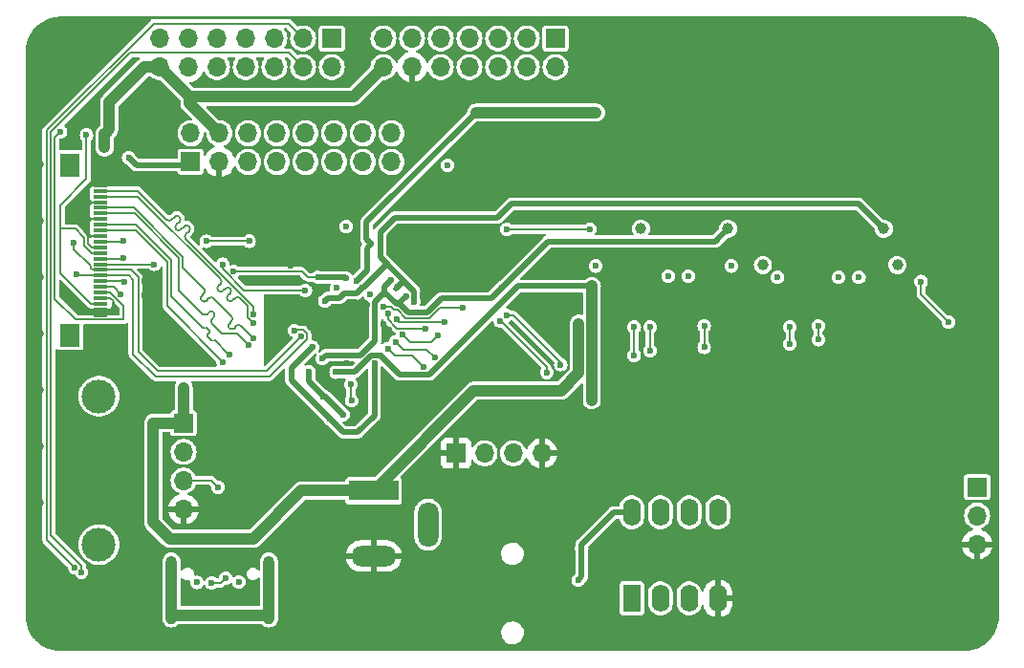
<source format=gbr>
%TF.GenerationSoftware,KiCad,Pcbnew,7.0.1*%
%TF.CreationDate,2023-09-20T00:41:55-04:00*%
%TF.ProjectId,Teacup.kicad_pcb-revB,54656163-7570-42e6-9b69-6361645f7063,B*%
%TF.SameCoordinates,Original*%
%TF.FileFunction,Copper,L4,Bot*%
%TF.FilePolarity,Positive*%
%FSLAX46Y46*%
G04 Gerber Fmt 4.6, Leading zero omitted, Abs format (unit mm)*
G04 Created by KiCad (PCBNEW 7.0.1) date 2023-09-20 00:41:55*
%MOMM*%
%LPD*%
G01*
G04 APERTURE LIST*
%TA.AperFunction,ComponentPad*%
%ADD10C,0.800000*%
%TD*%
%TA.AperFunction,ComponentPad*%
%ADD11C,5.400000*%
%TD*%
%TA.AperFunction,ComponentPad*%
%ADD12R,1.700000X1.700000*%
%TD*%
%TA.AperFunction,ComponentPad*%
%ADD13O,1.700000X1.700000*%
%TD*%
%TA.AperFunction,ComponentPad*%
%ADD14O,1.000000X2.100000*%
%TD*%
%TA.AperFunction,ComponentPad*%
%ADD15O,1.000000X1.600000*%
%TD*%
%TA.AperFunction,ComponentPad*%
%ADD16C,3.000000*%
%TD*%
%TA.AperFunction,ComponentPad*%
%ADD17R,1.600000X2.400000*%
%TD*%
%TA.AperFunction,ComponentPad*%
%ADD18O,1.600000X2.400000*%
%TD*%
%TA.AperFunction,ComponentPad*%
%ADD19R,4.400000X1.800000*%
%TD*%
%TA.AperFunction,ComponentPad*%
%ADD20O,4.000000X1.800000*%
%TD*%
%TA.AperFunction,ComponentPad*%
%ADD21O,1.800000X4.000000*%
%TD*%
%TA.AperFunction,SMDPad,CuDef*%
%ADD22R,1.300000X0.300000*%
%TD*%
%TA.AperFunction,SMDPad,CuDef*%
%ADD23R,1.800000X2.000000*%
%TD*%
%TA.AperFunction,ViaPad*%
%ADD24C,0.600000*%
%TD*%
%TA.AperFunction,ViaPad*%
%ADD25C,1.000000*%
%TD*%
%TA.AperFunction,ViaPad*%
%ADD26C,3.000000*%
%TD*%
%TA.AperFunction,Conductor*%
%ADD27C,0.200000*%
%TD*%
%TA.AperFunction,Conductor*%
%ADD28C,0.500000*%
%TD*%
%TA.AperFunction,Conductor*%
%ADD29C,1.000000*%
%TD*%
%TA.AperFunction,Conductor*%
%ADD30C,0.150000*%
%TD*%
%TA.AperFunction,Conductor*%
%ADD31C,0.180000*%
%TD*%
G04 APERTURE END LIST*
D10*
%TO.P,H4,1,1*%
%TO.N,GND*%
X77975000Y0D03*
X78568109Y1431891D03*
X78568109Y-1431891D03*
X80000000Y2025000D03*
D11*
X80000000Y0D03*
D10*
X80000000Y-2025000D03*
X81431891Y1431891D03*
X81431891Y-1431891D03*
X82025000Y0D03*
%TD*%
%TO.P,H3,1,1*%
%TO.N,GND*%
X77975000Y-50000000D03*
X78568109Y-48568109D03*
X78568109Y-51431891D03*
X80000000Y-47975000D03*
D11*
X80000000Y-50000000D03*
D10*
X80000000Y-52025000D03*
X81431891Y-48568109D03*
X81431891Y-51431891D03*
X82025000Y-50000000D03*
%TD*%
D12*
%TO.P,J12,1,Pin_1*%
%TO.N,GND*%
X35010000Y-35590000D03*
D13*
%TO.P,J12,2,Pin_2*%
%TO.N,/HPOUTL*%
X37550000Y-35590000D03*
%TO.P,J12,3,Pin_3*%
%TO.N,/MICLP*%
X40090000Y-35590000D03*
%TO.P,J12,4,Pin_4*%
%TO.N,GND*%
X42630000Y-35590000D03*
%TD*%
D12*
%TO.P,J7,1,Pin_1*%
%TO.N,/MDCK*%
X43825000Y1175000D03*
D13*
%TO.P,J7,2,Pin_2*%
%TO.N,/MDIO*%
X43825000Y-1365000D03*
%TO.P,J7,3,Pin_3*%
%TO.N,/RXD0*%
X41285000Y1175000D03*
%TO.P,J7,4,Pin_4*%
%TO.N,/RXDV*%
X41285000Y-1365000D03*
%TO.P,J7,5,Pin_5*%
%TO.N,/TXCLK*%
X38745000Y1175000D03*
%TO.P,J7,6,Pin_6*%
%TO.N,/RXD1*%
X38745000Y-1365000D03*
%TO.P,J7,7,Pin_7*%
%TO.N,/TXD0*%
X36205000Y1175000D03*
%TO.P,J7,8,Pin_8*%
%TO.N,/PHYCLK*%
X36205000Y-1365000D03*
%TO.P,J7,9,Pin_9*%
%TO.N,/TXEN*%
X33665000Y1175000D03*
%TO.P,J7,10,Pin_10*%
%TO.N,/TXD1*%
X33665000Y-1365000D03*
%TO.P,J7,11,Pin_11*%
%TO.N,/PB27*%
X31125000Y1175000D03*
%TO.P,J7,12,Pin_12*%
%TO.N,GND*%
X31125000Y-1365000D03*
%TO.P,J7,13,Pin_13*%
%TO.N,+3V3*%
X28585000Y1175000D03*
%TO.P,J7,14,Pin_14*%
%TO.N,+5V*%
X28585000Y-1365000D03*
%TD*%
D14*
%TO.P,J1,S1,SHIELD*%
%TO.N,Net-(J1-SHIELD)*%
X9822500Y-45737500D03*
D15*
X9822500Y-49917500D03*
D14*
X18462500Y-45737500D03*
D15*
X18462500Y-49917500D03*
%TD*%
D12*
%TO.P,J6,1,Pin_1*%
%TO.N,/UART0_RTS*%
X24025000Y1175000D03*
D13*
%TO.P,J6,2,Pin_2*%
%TO.N,/UART0_CTS*%
X24025000Y-1365000D03*
%TO.P,J6,3,Pin_3*%
%TO.N,/UART0_TXD*%
X21485000Y1175000D03*
%TO.P,J6,4,Pin_4*%
%TO.N,/UART0_RXD*%
X21485000Y-1365000D03*
%TO.P,J6,5,Pin_5*%
%TO.N,/PB30*%
X18945000Y1175000D03*
%TO.P,J6,6,Pin_6*%
%TO.N,/PB31*%
X18945000Y-1365000D03*
%TO.P,J6,7,Pin_7*%
%TO.N,/PB27*%
X16405000Y1175000D03*
%TO.P,J6,8,Pin_8*%
%TO.N,/PB28*%
X16405000Y-1365000D03*
%TO.P,J6,9,Pin_9*%
%TO.N,/PB25*%
X13865000Y1175000D03*
%TO.P,J6,10,Pin_10*%
%TO.N,/PB26*%
X13865000Y-1365000D03*
%TO.P,J6,11,Pin_11*%
%TO.N,/AUX0*%
X11325000Y1175000D03*
%TO.P,J6,12,Pin_12*%
%TO.N,GND*%
X11325000Y-1365000D03*
%TO.P,J6,13,Pin_13*%
%TO.N,+3V3*%
X8785000Y1175000D03*
%TO.P,J6,14,Pin_14*%
%TO.N,+5V*%
X8785000Y-1365000D03*
%TD*%
D10*
%TO.P,H1,1,1*%
%TO.N,GND*%
X-2025000Y-50000000D03*
X-1431891Y-48568109D03*
X-1431891Y-51431891D03*
X0Y-47975000D03*
D11*
X0Y-50000000D03*
D10*
X0Y-52025000D03*
X1431891Y-48568109D03*
X1431891Y-51431891D03*
X2025000Y-50000000D03*
%TD*%
D12*
%TO.P,J5,1,Pin_1*%
%TO.N,/UART_TX*%
X81170000Y-38570000D03*
D13*
%TO.P,J5,2,Pin_2*%
%TO.N,/UART_RX*%
X81170000Y-41110000D03*
%TO.P,J5,3,Pin_3*%
%TO.N,GND*%
X81170000Y-43650000D03*
%TD*%
D12*
%TO.P,J4,1,Pin_1*%
%TO.N,+2V8*%
X11525000Y-9775000D03*
D13*
%TO.P,J4,2,Pin_2*%
%TO.N,+3V3*%
X11525000Y-7235000D03*
%TO.P,J4,3,Pin_3*%
%TO.N,GND*%
X14065000Y-9775000D03*
%TO.P,J4,4,Pin_4*%
%TO.N,+5V*%
X14065000Y-7235000D03*
%TO.P,J4,5,Pin_5*%
%TO.N,/PA06*%
X16605000Y-9775000D03*
%TO.P,J4,6,Pin_6*%
%TO.N,/PA07*%
X16605000Y-7235000D03*
%TO.P,J4,7,Pin_7*%
%TO.N,/PA09*%
X19145000Y-9775000D03*
%TO.P,J4,8,Pin_8*%
%TO.N,/PA08*%
X19145000Y-7235000D03*
%TO.P,J4,9,Pin_9*%
%TO.N,/PA11*%
X21685000Y-9775000D03*
%TO.P,J4,10,Pin_10*%
%TO.N,/PA10*%
X21685000Y-7235000D03*
%TO.P,J4,11,Pin_11*%
%TO.N,/PA16*%
X24225000Y-9775000D03*
%TO.P,J4,12,Pin_12*%
%TO.N,/PA14*%
X24225000Y-7235000D03*
%TO.P,J4,13,Pin_13*%
%TO.N,/PA17*%
X26765000Y-9775000D03*
%TO.P,J4,14,Pin_14*%
%TO.N,/PB29*%
X26765000Y-7235000D03*
%TO.P,J4,15,Pin_15*%
%TO.N,/PB17*%
X29305000Y-9775000D03*
%TO.P,J4,16,Pin_16*%
%TO.N,/PB18*%
X29305000Y-7235000D03*
%TD*%
D12*
%TO.P,J11,1,Pin_1*%
%TO.N,+5V*%
X10890000Y-32910000D03*
D13*
%TO.P,J11,2,Pin_2*%
%TO.N,/USB_D-*%
X10890000Y-35450000D03*
%TO.P,J11,3,Pin_3*%
%TO.N,/USB_D+*%
X10890000Y-37990000D03*
%TO.P,J11,4,Pin_4*%
%TO.N,GND*%
X10890000Y-40530000D03*
%TD*%
D16*
%TO.P,J3,5,Shield*%
%TO.N,Net-(J3-Shield)*%
X3400000Y-30530000D03*
X3400000Y-43670000D03*
%TD*%
D10*
%TO.P,H2,1,1*%
%TO.N,GND*%
X-2025000Y0D03*
X-1431891Y1431891D03*
X-1431891Y-1431891D03*
X0Y2025000D03*
D11*
X0Y0D03*
D10*
X0Y-2025000D03*
X1431891Y1431891D03*
X1431891Y-1431891D03*
X2025000Y0D03*
%TD*%
D17*
%TO.P,U5,1,~{CS}*%
%TO.N,/NOR_CE*%
X50600000Y-48440000D03*
D18*
%TO.P,U5,2,DO(IO1)*%
%TO.N,/NOR_DR*%
X53140000Y-48440000D03*
%TO.P,U5,3,IO2*%
%TO.N,Net-(U5-IO2)*%
X55680000Y-48440000D03*
%TO.P,U5,4,GND*%
%TO.N,GND*%
X58220000Y-48440000D03*
%TO.P,U5,5,DI(IO0)*%
%TO.N,/NOR_DT*%
X58220000Y-40820000D03*
%TO.P,U5,6,CLK*%
%TO.N,/NOR_CK*%
X55680000Y-40820000D03*
%TO.P,U5,7,IO3*%
%TO.N,Net-(U5-IO3)*%
X53140000Y-40820000D03*
%TO.P,U5,8,VCC*%
%TO.N,Net-(U5-VCC)*%
X50600000Y-40820000D03*
%TD*%
D19*
%TO.P,J8,1*%
%TO.N,+5V*%
X27740000Y-38900000D03*
D20*
%TO.P,J8,2*%
%TO.N,GND*%
X27740000Y-44700000D03*
D21*
%TO.P,J8,3*%
%TO.N,N/C*%
X32540000Y-41900000D03*
%TD*%
D22*
%TO.P,J9,1,Pin_1*%
%TO.N,GND*%
X3565000Y-23340000D03*
%TO.P,J9,2,Pin_2*%
X3565000Y-22840000D03*
%TO.P,J9,3,Pin_3*%
%TO.N,+2V8*%
X3565000Y-22340000D03*
%TO.P,J9,4,Pin_4*%
%TO.N,GND*%
X3565000Y-21840000D03*
%TO.P,J9,5,Pin_5*%
%TO.N,+3V3*%
X3565000Y-21340000D03*
%TO.P,J9,6,Pin_6*%
%TO.N,+1V8*%
X3565000Y-20840000D03*
%TO.P,J9,7,Pin_7*%
%TO.N,Net-(J9-Pin_7)*%
X3565000Y-20340000D03*
%TO.P,J9,8,Pin_8*%
%TO.N,/I2C0_SDA*%
X3565000Y-19840000D03*
%TO.P,J9,9,Pin_9*%
%TO.N,/I2C0_SCK*%
X3565000Y-19340000D03*
%TO.P,J9,10,Pin_10*%
%TO.N,/CAM_PE*%
X3565000Y-18840000D03*
%TO.P,J9,11,Pin_11*%
%TO.N,Net-(J9-Pin_11)*%
X3565000Y-18340000D03*
%TO.P,J9,12,Pin_12*%
%TO.N,+2V8*%
X3565000Y-17840000D03*
%TO.P,J9,13,Pin_13*%
%TO.N,GND*%
X3565000Y-17340000D03*
%TO.P,J9,14,Pin_14*%
%TO.N,Net-(J9-Pin_14)*%
X3565000Y-16840000D03*
%TO.P,J9,15,Pin_15*%
%TO.N,GND*%
X3565000Y-16340000D03*
%TO.P,J9,16,Pin_16*%
%TO.N,/MIPI_1_P*%
X3565000Y-15840000D03*
%TO.P,J9,17,Pin_17*%
%TO.N,/MIPI_1_N*%
X3565000Y-15340000D03*
%TO.P,J9,18,Pin_18*%
%TO.N,GND*%
X3565000Y-14840000D03*
%TO.P,J9,19,Pin_19*%
%TO.N,/MIPI_CLK_P*%
X3565000Y-14340000D03*
%TO.P,J9,20,Pin_20*%
%TO.N,/MIPI_CLK_N*%
X3565000Y-13840000D03*
%TO.P,J9,21,Pin_21*%
%TO.N,GND*%
X3565000Y-13340000D03*
%TO.P,J9,22,Pin_22*%
%TO.N,/MIPI_0_P*%
X3565000Y-12840000D03*
%TO.P,J9,23,Pin_23*%
%TO.N,/MIPI_0_N*%
X3565000Y-12340000D03*
%TO.P,J9,24,Pin_24*%
%TO.N,GND*%
X3565000Y-11840000D03*
D23*
%TO.P,J9,Z1*%
%TO.N,N/C*%
X815000Y-25140000D03*
%TO.P,J9,Z2*%
X815000Y-10040000D03*
%TD*%
D24*
%TO.N,GND*%
X47600000Y-11650000D03*
X54600000Y-23800000D03*
D25*
X20000000Y-52000000D03*
D24*
X20870000Y-31640000D03*
X29100000Y-16700000D03*
X58000000Y-11600000D03*
D25*
X-2000000Y-15000000D03*
D24*
X28579500Y-24090000D03*
X73300000Y-7000000D03*
X20400000Y-18940000D03*
X29700000Y-17500000D03*
D25*
X82000000Y-10000000D03*
X71830000Y-31820000D03*
X25000000Y-52000000D03*
D24*
X19410000Y-43230000D03*
D25*
X79300000Y-29000000D03*
D24*
X62100000Y-23800000D03*
X55700000Y-8000000D03*
X23210000Y-14690000D03*
D25*
X30000000Y-52000000D03*
D24*
X20900000Y-18600000D03*
X7800000Y-11900000D03*
X31730000Y-19150000D03*
X32440000Y-19840000D03*
X31030000Y-18430000D03*
X19050000Y-14880000D03*
X71500000Y-8950000D03*
D25*
X-2000000Y-35000000D03*
D24*
X55650000Y-9800000D03*
X49500000Y-4000000D03*
D25*
X48350000Y-52090000D03*
D24*
X56000000Y-11600000D03*
X8000000Y-6300000D03*
D25*
X-2000000Y-10000000D03*
X-2000000Y-20000001D03*
D24*
X26850000Y-35850000D03*
X21400000Y-18000000D03*
X26200000Y-32300000D03*
D25*
X-2000000Y-29999999D03*
X-1860000Y-3800000D03*
X48500000Y-29100000D03*
D24*
X73150000Y-4350000D03*
D25*
X-2000000Y-40000000D03*
X15000000Y-52000000D03*
D24*
X71500000Y-7100000D03*
D25*
X80225000Y-7575000D03*
X44320000Y-52090000D03*
D24*
X18600000Y-29800000D03*
X70500000Y1900000D03*
X18400000Y-16100000D03*
X58300000Y-9800000D03*
X66050000Y-8000000D03*
X31850000Y-30240000D03*
X700000Y-3800000D03*
D25*
X75000000Y-52000000D03*
D24*
X22500000Y-33000000D03*
D25*
X-2000000Y-45000000D03*
X71632500Y-49157500D03*
X5000000Y-52000000D03*
X65000000Y-52000000D03*
X60000000Y-52000000D03*
D24*
X73350000Y-10600000D03*
X21660000Y-32450000D03*
X7800000Y-8900000D03*
D26*
X25700000Y-24700000D03*
D24*
X23070000Y-24740000D03*
X20100000Y-30000000D03*
X70500000Y0D03*
D25*
X81850000Y-35390000D03*
D24*
X74300000Y2000000D03*
X7412000Y-21600000D03*
X23200000Y-13700000D03*
X66400000Y-11600000D03*
X22949500Y-23950000D03*
X24100000Y-16500000D03*
X32875500Y-20300000D03*
X7412500Y-20300000D03*
D25*
X5010000Y-50060000D03*
D24*
X48000000Y-8050000D03*
D25*
X82000000Y-5000000D03*
X70000000Y-52000000D03*
D24*
X49500000Y-6800000D03*
X36660000Y-10810000D03*
X47950000Y-9850000D03*
D25*
X82000000Y-20000000D03*
X55700000Y-52060000D03*
X-2000000Y-25000001D03*
D24*
X27132863Y-22444315D03*
D25*
X82000000Y-15000000D03*
D24*
X59900000Y-6800000D03*
D25*
X51900000Y-52090000D03*
D24*
X29140000Y-24650000D03*
X4700000Y-22900000D03*
X32340000Y-29690000D03*
X19040000Y-37680000D03*
X58350000Y-8000000D03*
X59900000Y-3900000D03*
X23350000Y-25575000D03*
X66000000Y-9800000D03*
X37900000Y-17120000D03*
X74300000Y-100000D03*
X25360000Y-27620000D03*
X71500000Y-10600000D03*
X28680000Y-25340000D03*
D25*
X33930000Y-50520000D03*
X10000000Y-52000000D03*
D24*
X71650000Y-4350000D03*
X73350000Y-8950000D03*
%TO.N,Net-(IC1-VREF)*%
X35650000Y-22685500D03*
X28550000Y-22625000D03*
%TO.N,+3V3*%
X28300000Y-26900000D03*
X0Y-7100000D03*
X39530000Y-15740000D03*
D25*
X36800000Y-5400000D03*
X47050000Y-30870000D03*
X47050000Y-20775000D03*
D24*
X47400000Y-19000000D03*
D25*
X62200000Y-18900000D03*
D24*
X70700000Y-20000000D03*
X78629240Y-23960996D03*
D25*
X47425000Y-5400000D03*
D24*
X55587500Y-19900000D03*
X63500000Y-20000000D03*
X46875000Y-15725000D03*
X27525500Y-17025000D03*
X68900000Y-20000000D03*
X26200000Y-20300000D03*
D25*
X74100000Y-18900000D03*
X51400000Y-15700000D03*
D24*
X76200000Y-20374500D03*
X59400000Y-19000000D03*
X53800000Y-19900000D03*
X24400000Y-28400000D03*
%TO.N,/USB_D-*%
X13390000Y-47070000D03*
X14630000Y-46640000D03*
%TO.N,/USB_D+*%
X13960000Y-38600000D03*
%TO.N,+1V8*%
X39105000Y-20905000D03*
D25*
X59100000Y-15700000D03*
D24*
X22800000Y-20000000D03*
X15324198Y-19475802D03*
X5326056Y-21473944D03*
X30600500Y-21666028D03*
X29287878Y-20202122D03*
X22000000Y-28350000D03*
X25010589Y-32160589D03*
X25300000Y-20100000D03*
X23200000Y-27200000D03*
X23221962Y-30539074D03*
%TO.N,+0V8*%
X23851886Y-32550000D03*
X22300000Y-26200000D03*
D25*
X72900000Y-15700000D03*
D24*
X27800000Y-27600000D03*
X23400000Y-22100000D03*
X26743815Y-20933824D03*
X31300000Y-22149114D03*
X29890901Y-20816528D03*
%TO.N,Net-(IC1-PPRST_)*%
X24454762Y-20945238D03*
X34280000Y-10060000D03*
%TO.N,/PA15*%
X12900000Y-16800000D03*
X16702603Y-16797397D03*
%TO.N,/MIPI_0_N*%
X17100000Y-23300000D03*
%TO.N,/MIPI_0_P*%
X17051658Y-24048331D03*
%TO.N,/MIPI_CLK_N*%
X17100000Y-25400000D03*
%TO.N,/MIPI_CLK_P*%
X16643390Y-25994357D03*
%TO.N,/MIPI_1_N*%
X14939500Y-26804104D03*
%TO.N,/MIPI_1_P*%
X14400000Y-27500000D03*
%TO.N,/MMC0_D1*%
X50800000Y-24400000D03*
X50800000Y-26900000D03*
%TO.N,/MMC0_D0*%
X52200000Y-26500000D03*
X52200000Y-24400000D03*
%TO.N,/MMC0_CLK*%
X57000000Y-26200000D03*
X57000000Y-24300000D03*
%TO.N,/MMC0_CMD*%
X64600000Y-24400000D03*
X64600000Y-25900000D03*
%TO.N,/MMC0_D3*%
X67100000Y-25524500D03*
X67100000Y-24300000D03*
%TO.N,/MICLP*%
X25770000Y-30910000D03*
X25700000Y-29480000D03*
%TO.N,/UART_RX*%
X43046538Y-28416538D03*
X34010886Y-23930000D03*
X29750000Y-23710000D03*
X38957184Y-23882684D03*
%TO.N,/UART_TX*%
X28977521Y-23240613D03*
X32320000Y-24520000D03*
X39487162Y-23352705D03*
X44290000Y-27730000D03*
%TO.N,/PB29*%
X25300000Y-15500000D03*
X27430000Y-21530000D03*
%TO.N,+5V*%
X3900000Y-8500000D03*
X17080000Y-43160000D03*
D25*
X45900500Y-24100000D03*
D24*
X10900000Y-29800000D03*
X11692500Y-43252500D03*
%TO.N,/CAM_PE*%
X14360000Y-18840000D03*
X8300000Y-18840000D03*
X21680000Y-21150000D03*
%TO.N,/I2C0_SCK*%
X1200000Y-16900000D03*
X21300000Y-25200000D03*
%TO.N,/I2C0_SDA*%
X20700000Y-24700000D03*
X1400000Y-19700000D03*
%TO.N,/MDCK*%
X28976284Y-26301299D03*
X32168744Y-27900500D03*
%TO.N,/RXD0*%
X33166257Y-27124500D03*
X29700000Y-25700000D03*
%TO.N,/TXD1*%
X33400000Y-25175500D03*
X30270000Y-25050000D03*
%TO.N,/UART0_TXD*%
X1240000Y-45690000D03*
X12080000Y-47030000D03*
%TO.N,/UART0_RXD*%
X1847054Y-46129591D03*
X15780000Y-46980000D03*
%TO.N,Net-(U5-VCC)*%
X45834500Y-46830000D03*
X46150000Y-43990000D03*
%TO.N,Net-(J9-Pin_7)*%
X5687500Y-20364500D03*
%TO.N,Net-(J9-Pin_11)*%
X5587500Y-18300000D03*
%TO.N,Net-(J9-Pin_14)*%
X5587500Y-16800000D03*
%TO.N,+2V8*%
X2300000Y-7400000D03*
X6037500Y-9400000D03*
%TD*%
D27*
%TO.N,GND*%
X7740000Y-11840000D02*
X3565000Y-11840000D01*
X2765000Y-11840000D02*
X2100000Y-12505000D01*
X7412500Y-21599500D02*
X7412500Y-20300000D01*
X3565000Y-14840000D02*
X2340000Y-14840000D01*
X2490000Y-16340000D02*
X2450000Y-16300000D01*
X4700000Y-22125000D02*
X4700000Y-22900000D01*
X2759974Y-17340000D02*
X3565000Y-17340000D01*
X3565000Y-16340000D02*
X2490000Y-16340000D01*
X2100000Y-12505000D02*
X2100000Y-13100000D01*
X7412000Y-21600000D02*
X7412500Y-21599500D01*
X3565000Y-11840000D02*
X2765000Y-11840000D01*
X4415000Y-21840000D02*
X4700000Y-22125000D01*
X2450000Y-17030026D02*
X2759974Y-17340000D01*
X2100000Y-13100000D02*
X2100000Y-14600000D01*
X3565000Y-21840000D02*
X4415000Y-21840000D01*
X2340000Y-14840000D02*
X2100000Y-14600000D01*
X2450000Y-16300000D02*
X2450000Y-17030026D01*
X2340000Y-13340000D02*
X2100000Y-13100000D01*
X2100000Y-14600000D02*
X2100000Y-15950000D01*
X7800000Y-11900000D02*
X7740000Y-11840000D01*
X3565000Y-13340000D02*
X2340000Y-13340000D01*
X2100000Y-15950000D02*
X2450000Y-16300000D01*
%TO.N,Net-(IC1-VREF)*%
X29292893Y-22625000D02*
X28550000Y-22625000D01*
X35640000Y-22690000D02*
X33600000Y-22690000D01*
X35640000Y-22690000D02*
X35645500Y-22690000D01*
X35645500Y-22690000D02*
X35650000Y-22685500D01*
X32690886Y-23599114D02*
X30567007Y-23599114D01*
X29542893Y-22875000D02*
X29292893Y-22625000D01*
X29842894Y-22875000D02*
X29542893Y-22875000D01*
X30567007Y-23599114D02*
X29842894Y-22875000D01*
X33600000Y-22690000D02*
X32690886Y-23599114D01*
D28*
%TO.N,+3V3*%
X32680000Y-28600000D02*
X30000000Y-28600000D01*
D27*
X-500000Y-21900000D02*
X-500000Y-7600000D01*
X46860000Y-15740000D02*
X46875000Y-15725000D01*
D28*
X27510050Y-26900000D02*
X28300000Y-26900000D01*
D29*
X36800000Y-5400000D02*
X47425000Y-5400000D01*
D27*
X1340000Y-23740000D02*
X-500000Y-21900000D01*
X4415000Y-21340000D02*
X5600000Y-22525000D01*
D30*
X76200000Y-21531756D02*
X78629240Y-23960996D01*
D28*
X27525500Y-17025000D02*
X27125000Y-17425500D01*
X40505000Y-20775000D02*
X32680000Y-28600000D01*
X27125000Y-17425500D02*
X27125000Y-19375000D01*
D27*
X5600000Y-23740000D02*
X1340000Y-23740000D01*
X39530000Y-15740000D02*
X46860000Y-15740000D01*
D28*
X27525500Y-17025000D02*
X27100000Y-16599500D01*
X26010050Y-28400000D02*
X27510050Y-26900000D01*
X27100000Y-15100000D02*
X36800000Y-5400000D01*
D27*
X-500000Y-7600000D02*
X0Y-7100000D01*
D28*
X27100000Y-16599500D02*
X27100000Y-15100000D01*
X47050000Y-20775000D02*
X40505000Y-20775000D01*
X24400000Y-28400000D02*
X26010050Y-28400000D01*
D29*
X47050000Y-30870000D02*
X47050000Y-20775000D01*
D27*
X3565000Y-21340000D02*
X4415000Y-21340000D01*
D28*
X30000000Y-28600000D02*
X28300000Y-26900000D01*
D30*
X76200000Y-20374500D02*
X76200000Y-21531756D01*
D28*
X27125000Y-19375000D02*
X26200000Y-20300000D01*
X46850000Y-15750000D02*
X46875000Y-15725000D01*
D27*
X5600000Y-22525000D02*
X5600000Y-23740000D01*
%TO.N,/USB_D-*%
X14200000Y-47070000D02*
X14630000Y-46640000D01*
X13390000Y-47070000D02*
X14200000Y-47070000D01*
%TO.N,/USB_D+*%
X10890000Y-37990000D02*
X13350000Y-37990000D01*
X13350000Y-37990000D02*
X13960000Y-38600000D01*
D28*
%TO.N,+1V8*%
X30050000Y-22375000D02*
X30774114Y-23099114D01*
D30*
X5326056Y-21473944D02*
X4692112Y-20840000D01*
D28*
X27850000Y-22175000D02*
X27850000Y-25620000D01*
X23510000Y-26890000D02*
X23200000Y-27200000D01*
X28700000Y-21325000D02*
X29750000Y-22375000D01*
X29750000Y-22375000D02*
X29891528Y-22375000D01*
X33717516Y-21865378D02*
X38144622Y-21865378D01*
X29891528Y-22375000D02*
X30050000Y-22375000D01*
X26580000Y-26890000D02*
X23510000Y-26890000D01*
D30*
X21900000Y-20000000D02*
X21365000Y-19465000D01*
D28*
X29891528Y-22375000D02*
X30600500Y-21666028D01*
X25200000Y-20000000D02*
X22800000Y-20000000D01*
X23350000Y-30500000D02*
X25010589Y-32160589D01*
X28700000Y-21325000D02*
X27850000Y-22175000D01*
X22000000Y-29249500D02*
X23250500Y-30500000D01*
X43190000Y-16820000D02*
X57980000Y-16820000D01*
X38144622Y-21865378D02*
X43190000Y-16820000D01*
X23250500Y-30500000D02*
X23350000Y-30500000D01*
X27850000Y-25620000D02*
X26580000Y-26890000D01*
X57980000Y-16820000D02*
X59100000Y-15700000D01*
X29287878Y-20202122D02*
X28700000Y-20790000D01*
X25300000Y-20100000D02*
X25200000Y-20000000D01*
D30*
X22800000Y-20000000D02*
X21900000Y-20000000D01*
X15313396Y-19465000D02*
X15324198Y-19475802D01*
D28*
X28700000Y-20790000D02*
X28700000Y-21325000D01*
X32483780Y-23099114D02*
X33717516Y-21865378D01*
D30*
X4692112Y-20840000D02*
X3565000Y-20840000D01*
X15300000Y-19465000D02*
X15313396Y-19465000D01*
X21365000Y-19465000D02*
X15300000Y-19465000D01*
D28*
X22000000Y-28350000D02*
X22000000Y-29249500D01*
X30774114Y-23099114D02*
X32483780Y-23099114D01*
%TO.N,+0V8*%
X23851886Y-32550000D02*
X23850000Y-32550000D01*
X31300000Y-22149114D02*
X31300000Y-21225000D01*
X29610000Y-14700000D02*
X38700000Y-14700000D01*
X26325000Y-33725000D02*
X25026886Y-33725000D01*
X25120000Y-21420000D02*
X26257639Y-21420000D01*
X23690000Y-21810000D02*
X24730000Y-21810000D01*
X20450000Y-29150000D02*
X20450000Y-28050000D01*
X24730000Y-21810000D02*
X25120000Y-21420000D01*
X30400000Y-20327429D02*
X29710901Y-21016528D01*
X27800000Y-32250000D02*
X26325000Y-33725000D01*
X25026886Y-33725000D02*
X23851886Y-32550000D01*
X31300000Y-21225000D02*
X28320000Y-18245000D01*
X23400000Y-22100000D02*
X23690000Y-21810000D01*
X26796176Y-20933824D02*
X28892500Y-18837500D01*
X26743815Y-20933824D02*
X26796176Y-20933824D01*
X27800000Y-27600000D02*
X27800000Y-32250000D01*
X20450000Y-28050000D02*
X22300000Y-26200000D01*
X28320000Y-18245000D02*
X28320000Y-15990000D01*
X70700000Y-13500000D02*
X72900000Y-15700000D01*
X28320000Y-15990000D02*
X29610000Y-14700000D01*
X23850000Y-32550000D02*
X20450000Y-29150000D01*
X38700000Y-14700000D02*
X39900000Y-13500000D01*
X26257639Y-21420000D02*
X26743815Y-20933824D01*
X39900000Y-13500000D02*
X70700000Y-13500000D01*
D30*
%TO.N,/PA15*%
X16700000Y-16800000D02*
X16702603Y-16797397D01*
X12900000Y-16800000D02*
X16700000Y-16800000D01*
D31*
%TO.N,/MIPI_0_N*%
X10251470Y-15751470D02*
X10251471Y-15751471D01*
X17100000Y-22600000D02*
X11100000Y-16600000D01*
X10948791Y-15478413D02*
X10948791Y-15478414D01*
X11100000Y-16175735D02*
X11373056Y-15902678D01*
X11099999Y-16175735D02*
X11100000Y-16175735D01*
X9402941Y-14902941D02*
X9402942Y-14902942D01*
X10100315Y-14629832D02*
X9827205Y-14902941D01*
X6840000Y-12340000D02*
X3565000Y-12340000D01*
X10251470Y-15327206D02*
X10251471Y-15327206D01*
X10948791Y-15478414D02*
X10675734Y-15751470D01*
X10251471Y-15327206D02*
X10524580Y-15054096D01*
X17100000Y-23300000D02*
X17100000Y-22600000D01*
X10100315Y-14629831D02*
X10100315Y-14629832D01*
X9402942Y-14902942D02*
X6840000Y-12340000D01*
X10251471Y-15751469D02*
G75*
G03*
X10675733Y-15751469I212131J212131D01*
G01*
X11373032Y-15478438D02*
G75*
G03*
X10948792Y-15478414I-212132J-212062D01*
G01*
X10524532Y-14629880D02*
G75*
G03*
X10100316Y-14629832I-212132J-212120D01*
G01*
X11373010Y-15902632D02*
G75*
G03*
X11373056Y-15478414I-212110J212132D01*
G01*
X10524616Y-15054132D02*
G75*
G03*
X10524580Y-14629832I-212216J212132D01*
G01*
X11100032Y-16175769D02*
G75*
G03*
X11100000Y-16600000I212068J-212131D01*
G01*
X10251432Y-15327168D02*
G75*
G03*
X10251471Y-15751471I212168J-212132D01*
G01*
X9402942Y-14902940D02*
G75*
G03*
X9827204Y-14902940I212131J212131D01*
G01*
%TO.N,/MIPI_0_P*%
X14813070Y-21614134D02*
X14813070Y-21614133D01*
X14169597Y-20136287D02*
X6873310Y-12840000D01*
X13964541Y-20765604D02*
X14169596Y-20560550D01*
X16560000Y-22526690D02*
X15866655Y-21833345D01*
X15442389Y-21833344D02*
X15237335Y-22038399D01*
X14593860Y-20984815D02*
X14388806Y-21189870D01*
X15442390Y-21833344D02*
X15442389Y-21833344D01*
X14813070Y-21614133D02*
X15018125Y-21409079D01*
X16560000Y-23556673D02*
X16560000Y-22526690D01*
X13964541Y-20765605D02*
X13964541Y-20765604D01*
X14593861Y-20984815D02*
X14593860Y-20984815D01*
X17051658Y-24048331D02*
X16560000Y-23556673D01*
X15018125Y-20984815D02*
X15018126Y-20984816D01*
X14169596Y-20136286D02*
X14169597Y-20136287D01*
X6873310Y-12840000D02*
X3565000Y-12840000D01*
X14169577Y-20560531D02*
G75*
G03*
X14169595Y-20136287I-212077J212131D01*
G01*
X15018077Y-21409031D02*
G75*
G03*
X15018124Y-20984816I-212077J212131D01*
G01*
X14813104Y-21614168D02*
G75*
G03*
X14813071Y-22038399I212096J-212132D01*
G01*
X14813072Y-22038398D02*
G75*
G03*
X15237334Y-22038398I212131J212131D01*
G01*
X15866633Y-21833367D02*
G75*
G03*
X15442390Y-21833344I-212133J-212133D01*
G01*
X13964543Y-21189869D02*
G75*
G03*
X14388805Y-21189869I212131J212131D01*
G01*
X13964504Y-20765568D02*
G75*
G03*
X13964542Y-21189870I212196J-212132D01*
G01*
X15018133Y-20984809D02*
G75*
G03*
X14593861Y-20984815I-212133J-212091D01*
G01*
%TO.N,/MIPI_CLK_N*%
X12491770Y-21635434D02*
X12491770Y-21635433D01*
X13125735Y-21849999D02*
X13125734Y-21849999D01*
X15575734Y-24299999D02*
X15363602Y-24512132D01*
X12491770Y-21635433D02*
X12701470Y-21425734D01*
X6506690Y-13840000D02*
X3565000Y-13840000D01*
X13125734Y-21849999D02*
X12916035Y-22059699D01*
X17100000Y-25400000D02*
X16000000Y-24300000D01*
X12701471Y-21001471D02*
X10830000Y-19130000D01*
X12701470Y-21001470D02*
X12701471Y-21001471D01*
X15151470Y-23451470D02*
X15151471Y-23451471D01*
X10829999Y-18163309D02*
X6506690Y-13840000D01*
X15151471Y-23451471D02*
X13550000Y-21850000D01*
X15575735Y-24299999D02*
X15575734Y-24299999D01*
X10830000Y-19130000D02*
X10829999Y-18163309D01*
X14939337Y-24087866D02*
X15151470Y-23875734D01*
X14939337Y-24087867D02*
X14939337Y-24087866D01*
X14939339Y-24512131D02*
G75*
G03*
X15363601Y-24512131I212131J212131D01*
G01*
X13550033Y-21849967D02*
G75*
G03*
X13125735Y-21849999I-212133J-212133D01*
G01*
X14939338Y-24087868D02*
G75*
G03*
X14939338Y-24512132I212162J-212132D01*
G01*
X15151468Y-23875732D02*
G75*
G03*
X15151470Y-23451470I-212168J212132D01*
G01*
X12701468Y-21425732D02*
G75*
G03*
X12701470Y-21001470I-212168J212132D01*
G01*
X12491772Y-22059698D02*
G75*
G03*
X12916034Y-22059698I212131J212131D01*
G01*
X16000033Y-24299967D02*
G75*
G03*
X15575735Y-24299999I-212133J-212133D01*
G01*
X12491804Y-21635468D02*
G75*
G03*
X12491771Y-22059699I212096J-212132D01*
G01*
%TO.N,/MIPI_CLK_P*%
X12551471Y-23251471D02*
X10500000Y-21200000D01*
X16643390Y-25994357D02*
X15600000Y-24950967D01*
X13132076Y-23095129D02*
X12975734Y-23251470D01*
X14250967Y-24950967D02*
X13400000Y-24100000D01*
X10500000Y-18300000D02*
X6540000Y-14340000D01*
X13399999Y-23675735D02*
X13400000Y-23675735D01*
X13132076Y-23095128D02*
X13132076Y-23095129D01*
X10500000Y-21200000D02*
X10500000Y-18300000D01*
X13400000Y-23675735D02*
X13556341Y-23519393D01*
X15600000Y-24950967D02*
X14250967Y-24950967D01*
X6540000Y-14340000D02*
X3565000Y-14340000D01*
X12551470Y-23251470D02*
X12551471Y-23251471D01*
X13400032Y-23675769D02*
G75*
G03*
X13400000Y-24100000I212068J-212131D01*
G01*
X13556379Y-23519431D02*
G75*
G03*
X13556340Y-23095130I-212179J212131D01*
G01*
X13556333Y-23095137D02*
G75*
G03*
X13132076Y-23095128I-212133J-212163D01*
G01*
X12551471Y-23251469D02*
G75*
G03*
X12975733Y-23251469I212131J212131D01*
G01*
%TO.N,/MIPI_1_N*%
X13524453Y-25599999D02*
X13524452Y-25599999D01*
X9769999Y-18479633D02*
X6630366Y-15340000D01*
X6630366Y-15340000D02*
X3565000Y-15340000D01*
X13186737Y-24735614D02*
X13186736Y-24735614D01*
X13011180Y-25086727D02*
X13011179Y-25086728D01*
X12762471Y-24486910D02*
X12762470Y-24486910D01*
X13348906Y-25600000D02*
X13348904Y-25599999D01*
X12586910Y-24486910D02*
X12586909Y-24486910D01*
X14939500Y-26804104D02*
X14904104Y-26804104D01*
X12586909Y-24486910D02*
X9769999Y-21669999D01*
X13098956Y-24998956D02*
X13186736Y-24911175D01*
X13098953Y-24998955D02*
X13098956Y-24998956D01*
X13186736Y-24735614D02*
X12938032Y-24486910D01*
X13348904Y-25599999D02*
X13011179Y-25262274D01*
X13011179Y-25086728D02*
X13098953Y-24998955D01*
X14904104Y-26804104D02*
X13700000Y-25600000D01*
X12762472Y-24486910D02*
X12762471Y-24486910D01*
X9769999Y-21669999D02*
X9769999Y-18479633D01*
X13524452Y-25599999D02*
X13524452Y-25600000D01*
X13699974Y-25600026D02*
G75*
G03*
X13524453Y-25599999I-87774J-87774D01*
G01*
X13186742Y-24911181D02*
G75*
G03*
X13186737Y-24735614I-87742J87781D01*
G01*
X12586911Y-24486909D02*
G75*
G03*
X12762469Y-24486909I87779J87778D01*
G01*
X12938031Y-24486911D02*
G75*
G03*
X12762473Y-24486911I-87779J-87778D01*
G01*
X13011179Y-25086726D02*
G75*
G03*
X13011179Y-25262274I87821J-87774D01*
G01*
X13348906Y-25600000D02*
G75*
G03*
X13524452Y-25600000I87773J87772D01*
G01*
%TO.N,/MIPI_1_P*%
X9440000Y-18616324D02*
X6663676Y-15840000D01*
X14400000Y-27500000D02*
X9440000Y-22540000D01*
X9440000Y-22540000D02*
X9440000Y-18616324D01*
X6663676Y-15840000D02*
X3565000Y-15840000D01*
D30*
%TO.N,/MMC0_D1*%
X50800000Y-26900000D02*
X50800000Y-24400000D01*
%TO.N,/MMC0_D0*%
X52200000Y-26500000D02*
X52200000Y-24400000D01*
%TO.N,/MMC0_CLK*%
X57000000Y-26200000D02*
X57000000Y-24300000D01*
%TO.N,/MMC0_CMD*%
X64600000Y-25900000D02*
X64600000Y-24400000D01*
%TO.N,/MMC0_D3*%
X67100000Y-25524500D02*
X67100000Y-24300000D01*
D27*
%TO.N,/MICLP*%
X25700000Y-30840000D02*
X25770000Y-30910000D01*
X25700000Y-29480000D02*
X25700000Y-30840000D01*
D30*
%TO.N,/UART_RX*%
X33343228Y-23924114D02*
X33349114Y-23930000D01*
X38992684Y-23882684D02*
X38957184Y-23882684D01*
X43046538Y-28416538D02*
X43046538Y-27936538D01*
X43046538Y-27936538D02*
X38992684Y-23882684D01*
X33349114Y-23930000D02*
X34010886Y-23930000D01*
X29750000Y-23710000D02*
X29964114Y-23924114D01*
X29964114Y-23924114D02*
X33343228Y-23924114D01*
%TO.N,/UART_TX*%
X28977521Y-23240613D02*
X28977521Y-23745058D01*
X29750000Y-24520000D02*
X30100000Y-24520000D01*
X40102705Y-23352705D02*
X39487162Y-23352705D01*
X28977521Y-23745058D02*
X29665000Y-24432537D01*
X44290000Y-27540000D02*
X40102705Y-23352705D01*
X29665000Y-24435000D02*
X29750000Y-24520000D01*
X44290000Y-27730000D02*
X44290000Y-27540000D01*
X29665000Y-24432537D02*
X29665000Y-24435000D01*
X30100000Y-24520000D02*
X32320000Y-24520000D01*
D29*
%TO.N,+5V*%
X10900000Y-29800000D02*
X10900000Y-32900000D01*
X4300000Y-4500000D02*
X4300000Y-6900000D01*
X4300000Y-6900000D02*
X4000000Y-7200000D01*
X45900000Y-28460000D02*
X44310000Y-30050000D01*
X7435000Y-1365000D02*
X4300000Y-4500000D01*
X8785000Y-1365000D02*
X7435000Y-1365000D01*
X11410000Y-3990000D02*
X11410000Y-4580000D01*
X11410000Y-4580000D02*
X14065000Y-7235000D01*
X8220000Y-41680000D02*
X9700000Y-43160000D01*
X45900000Y-24100500D02*
X45900000Y-28460000D01*
X9700000Y-43160000D02*
X17080000Y-43160000D01*
X11410000Y-3990000D02*
X25960000Y-3990000D01*
X25960000Y-3990000D02*
X28585000Y-1365000D01*
X4000000Y-7200000D02*
X3900000Y-7300000D01*
X44310000Y-30050000D02*
X36590000Y-30050000D01*
X21340000Y-38900000D02*
X27740000Y-38900000D01*
X8785000Y-1365000D02*
X11410000Y-3990000D01*
X10890000Y-32910000D02*
X8220000Y-32910000D01*
X10900000Y-32900000D02*
X10890000Y-32910000D01*
X8220000Y-32910000D02*
X8220000Y-41680000D01*
X36590000Y-30050000D02*
X27790000Y-38850000D01*
X17080000Y-43160000D02*
X21340000Y-38900000D01*
X3900000Y-7300000D02*
X3900000Y-8500000D01*
X45900500Y-24100000D02*
X45900000Y-24100500D01*
D30*
%TO.N,/CAM_PE*%
X14360000Y-18840000D02*
X14360000Y-19254067D01*
X16255933Y-21150000D02*
X21680000Y-21150000D01*
X8300000Y-18840000D02*
X3565000Y-18840000D01*
X14360000Y-19254067D02*
X16255933Y-21150000D01*
%TO.N,/I2C0_SCK*%
X2690000Y-18990000D02*
X2690000Y-19215000D01*
X2690000Y-19215000D02*
X2815000Y-19340000D01*
X6240000Y-19340000D02*
X3565000Y-19340000D01*
X18225345Y-28274655D02*
X8574655Y-28274655D01*
X8574655Y-28274655D02*
X6887500Y-26587500D01*
X2815000Y-19340000D02*
X3565000Y-19340000D01*
X1200000Y-16900000D02*
X1200000Y-17500000D01*
X6887500Y-26587500D02*
X6887500Y-19987500D01*
X6887500Y-19987500D02*
X6240000Y-19340000D01*
X1200000Y-17500000D02*
X2690000Y-18990000D01*
X21300000Y-25200000D02*
X18225345Y-28274655D01*
%TO.N,/I2C0_SDA*%
X6040000Y-19840000D02*
X3565000Y-19840000D01*
X6400000Y-26800000D02*
X6400000Y-20200000D01*
X6400000Y-20200000D02*
X6040000Y-19840000D01*
X1540000Y-19840000D02*
X3565000Y-19840000D01*
X21517463Y-24675000D02*
X21825000Y-24982537D01*
X1400000Y-19700000D02*
X1540000Y-19840000D01*
X8400000Y-28800000D02*
X6400000Y-26800000D01*
X20700000Y-24700000D02*
X20725000Y-24675000D01*
X21825000Y-24982537D02*
X21825000Y-25475000D01*
X20725000Y-24675000D02*
X21517463Y-24675000D01*
X21825000Y-25475000D02*
X18500000Y-28800000D01*
X18500000Y-28800000D02*
X8400000Y-28800000D01*
%TO.N,/MDCK*%
X32168744Y-27900500D02*
X31168244Y-26900000D01*
X29574985Y-26900000D02*
X28976284Y-26301299D01*
X31168244Y-26900000D02*
X29574985Y-26900000D01*
%TO.N,/RXD0*%
X30400000Y-26400000D02*
X29700000Y-25700000D01*
X32441757Y-26400000D02*
X30400000Y-26400000D01*
X33166257Y-27124500D02*
X32441757Y-26400000D01*
%TO.N,/TXD1*%
X32825500Y-25750000D02*
X33400000Y-25175500D01*
X30970000Y-25750000D02*
X32825500Y-25750000D01*
X30270000Y-25050000D02*
X30970000Y-25750000D01*
D27*
%TO.N,/UART0_TXD*%
X20170000Y2490000D02*
X21485000Y1175000D01*
X-1200000Y-43250000D02*
X-1200000Y-6970000D01*
X1240000Y-45690000D02*
X-1200000Y-43250000D01*
X-1200000Y-6970000D02*
X8260000Y2490000D01*
X8260000Y2490000D02*
X20170000Y2490000D01*
%TO.N,/UART0_RXD*%
X20230000Y-110000D02*
X21485000Y-1365000D01*
X6154974Y-110000D02*
X20230000Y-110000D01*
X-850000Y-42820000D02*
X-850000Y-7114974D01*
X1847054Y-46129591D02*
X1847054Y-45517054D01*
X1847054Y-45517054D02*
X-850000Y-42820000D01*
X-850000Y-7114974D02*
X6154974Y-110000D01*
D28*
%TO.N,Net-(U5-VCC)*%
X48980000Y-40820000D02*
X50600000Y-40820000D01*
X46150000Y-43990000D02*
X46150000Y-43650000D01*
X45834500Y-46830000D02*
X46150000Y-46514500D01*
X46150000Y-46514500D02*
X46150000Y-43990000D01*
X46150000Y-43650000D02*
X48980000Y-40820000D01*
D29*
%TO.N,Net-(J1-SHIELD)*%
X18462500Y-45737500D02*
X18462500Y-49917500D01*
X9822500Y-45737500D02*
X9822500Y-49917500D01*
X9822500Y-49917500D02*
X18462500Y-49917500D01*
D27*
%TO.N,Net-(J9-Pin_7)*%
X5663000Y-20340000D02*
X3565000Y-20340000D01*
X5687500Y-20364500D02*
X5663000Y-20340000D01*
%TO.N,Net-(J9-Pin_11)*%
X5547500Y-18340000D02*
X3565000Y-18340000D01*
X5587500Y-18300000D02*
X5547500Y-18340000D01*
%TO.N,Net-(J9-Pin_14)*%
X5587500Y-16800000D02*
X5547500Y-16840000D01*
X5547500Y-16840000D02*
X3565000Y-16840000D01*
%TO.N,+2V8*%
X1300000Y-15700000D02*
X2100000Y-16500000D01*
X0Y-19625000D02*
X0Y-15700000D01*
X2100000Y-16500000D02*
X2100000Y-17175000D01*
X2715000Y-22340000D02*
X0Y-19625000D01*
X2100000Y-17175000D02*
X2765000Y-17840000D01*
X0Y-15700000D02*
X1300000Y-15700000D01*
X2765000Y-17840000D02*
X3565000Y-17840000D01*
D28*
X6712500Y-10075000D02*
X11225000Y-10075000D01*
D27*
X2300000Y-11300000D02*
X2300000Y-7400000D01*
X0Y-15700000D02*
X0Y-13600000D01*
D28*
X11225000Y-10075000D02*
X11525000Y-9775000D01*
X6037500Y-9400000D02*
X6712500Y-10075000D01*
D27*
X3565000Y-22340000D02*
X2715000Y-22340000D01*
X0Y-13600000D02*
X2300000Y-11300000D01*
%TD*%
%TA.AperFunction,Conductor*%
%TO.N,GND*%
G36*
X46200000Y-21338763D02*
G01*
X46236237Y-21375000D01*
X46249500Y-21424500D01*
X46249500Y-23234427D01*
X46232280Y-23290221D01*
X46186611Y-23326606D01*
X46128379Y-23330924D01*
X46127777Y-23330786D01*
X46117204Y-23327735D01*
X46079753Y-23314631D01*
X46040323Y-23310188D01*
X46029383Y-23308329D01*
X45990697Y-23299500D01*
X45990694Y-23299500D01*
X45951017Y-23299500D01*
X45939934Y-23298878D01*
X45900500Y-23294435D01*
X45861066Y-23298878D01*
X45849983Y-23299500D01*
X45810304Y-23299500D01*
X45771617Y-23308329D01*
X45760677Y-23310188D01*
X45721246Y-23314631D01*
X45683786Y-23327738D01*
X45673123Y-23330809D01*
X45634438Y-23339639D01*
X45598682Y-23356857D01*
X45588433Y-23361103D01*
X45550979Y-23374210D01*
X45517371Y-23395326D01*
X45507660Y-23400693D01*
X45471910Y-23417910D01*
X45440890Y-23442647D01*
X45431840Y-23449069D01*
X45398238Y-23470184D01*
X45383887Y-23484505D01*
X45383832Y-23484588D01*
X45270183Y-23598237D01*
X45249070Y-23631839D01*
X45242647Y-23640892D01*
X45217908Y-23671913D01*
X45200693Y-23707660D01*
X45195326Y-23717371D01*
X45174210Y-23750979D01*
X45161103Y-23788433D01*
X45156857Y-23798682D01*
X45139639Y-23834438D01*
X45130809Y-23873123D01*
X45127738Y-23883786D01*
X45114631Y-23921246D01*
X45110188Y-23960677D01*
X45108329Y-23971617D01*
X45099500Y-24010304D01*
X45099500Y-24053921D01*
X45098878Y-24065004D01*
X45094935Y-24100000D01*
X45098878Y-24134996D01*
X45099500Y-24146079D01*
X45099500Y-28087414D01*
X45091964Y-28125300D01*
X45070504Y-28157418D01*
X44007418Y-29220504D01*
X43975300Y-29241964D01*
X43937414Y-29249500D01*
X36499802Y-29249500D01*
X36461116Y-29258329D01*
X36450176Y-29260188D01*
X36410746Y-29264631D01*
X36373284Y-29277739D01*
X36362624Y-29280810D01*
X36323937Y-29289641D01*
X36288185Y-29306857D01*
X36277936Y-29311102D01*
X36240480Y-29324209D01*
X36206873Y-29345325D01*
X36197162Y-29350692D01*
X36161413Y-29367908D01*
X36130392Y-29392647D01*
X36121339Y-29399070D01*
X36087740Y-29420181D01*
X36055748Y-29452174D01*
X27837416Y-37670504D01*
X27805298Y-37691964D01*
X27767412Y-37699500D01*
X25495137Y-37699500D01*
X25470009Y-37702415D01*
X25367235Y-37747793D01*
X25287793Y-37827235D01*
X25242414Y-37930010D01*
X25239500Y-37955132D01*
X25239500Y-38000500D01*
X25226237Y-38050000D01*
X25190000Y-38086237D01*
X25140500Y-38099500D01*
X21249804Y-38099500D01*
X21211117Y-38108329D01*
X21200177Y-38110188D01*
X21160746Y-38114631D01*
X21123286Y-38127738D01*
X21112623Y-38130809D01*
X21073940Y-38139638D01*
X21038186Y-38156856D01*
X21027935Y-38161102D01*
X20990478Y-38174210D01*
X20956874Y-38195324D01*
X20947162Y-38200692D01*
X20911411Y-38217909D01*
X20880380Y-38242654D01*
X20871332Y-38249074D01*
X20837737Y-38270184D01*
X20791822Y-38316098D01*
X20791824Y-38316097D01*
X20791823Y-38316098D01*
X16777418Y-42330504D01*
X16745300Y-42351964D01*
X16707414Y-42359500D01*
X10072586Y-42359500D01*
X10034700Y-42351964D01*
X10002582Y-42330504D01*
X9049496Y-41377418D01*
X9028036Y-41345300D01*
X9020500Y-41307414D01*
X9020500Y-40780000D01*
X9559364Y-40780000D01*
X9616570Y-40993495D01*
X9716398Y-41207576D01*
X9851887Y-41401074D01*
X10018925Y-41568112D01*
X10212423Y-41703601D01*
X10426504Y-41803429D01*
X10640000Y-41860636D01*
X11140000Y-41860636D01*
X11353495Y-41803429D01*
X11567576Y-41703601D01*
X11761074Y-41568112D01*
X11928112Y-41401074D01*
X12063601Y-41207576D01*
X12163429Y-40993495D01*
X12220636Y-40780000D01*
X11140001Y-40780000D01*
X11140000Y-40780001D01*
X11140000Y-41860636D01*
X10640000Y-41860636D01*
X10640000Y-40780001D01*
X10639999Y-40780000D01*
X9559364Y-40780000D01*
X9020500Y-40780000D01*
X9020500Y-40280000D01*
X9559364Y-40280000D01*
X12220636Y-40280000D01*
X12163429Y-40066505D01*
X12063601Y-39852424D01*
X11928112Y-39658925D01*
X11761074Y-39491887D01*
X11567576Y-39356398D01*
X11353491Y-39256568D01*
X11322301Y-39248211D01*
X11271035Y-39214946D01*
X11249069Y-39157918D01*
X11264773Y-39098857D01*
X11312162Y-39060270D01*
X11405019Y-39024298D01*
X11586302Y-38912052D01*
X11743872Y-38768407D01*
X11872366Y-38598255D01*
X11948491Y-38445372D01*
X11984996Y-38405329D01*
X12037113Y-38390500D01*
X13143099Y-38390500D01*
X13180985Y-38398036D01*
X13213103Y-38419496D01*
X13324598Y-38530991D01*
X13343384Y-38557208D01*
X13352747Y-38588073D01*
X13374955Y-38756761D01*
X13435464Y-38902841D01*
X13531717Y-39028282D01*
X13623693Y-39098857D01*
X13657159Y-39124536D01*
X13803238Y-39185044D01*
X13960000Y-39205682D01*
X14116762Y-39185044D01*
X14262841Y-39124536D01*
X14388282Y-39028282D01*
X14484536Y-38902841D01*
X14545044Y-38756762D01*
X14565682Y-38600000D01*
X14545044Y-38443238D01*
X14484536Y-38297159D01*
X14423725Y-38217908D01*
X14388282Y-38171717D01*
X14262841Y-38075464D01*
X14116761Y-38014955D01*
X13948073Y-37992747D01*
X13917208Y-37983384D01*
X13890991Y-37964598D01*
X13605934Y-37679541D01*
X13605934Y-37679540D01*
X13605931Y-37679538D01*
X13588342Y-37661949D01*
X13566850Y-37650998D01*
X13553610Y-37642885D01*
X13534090Y-37628704D01*
X13511141Y-37621247D01*
X13496796Y-37615305D01*
X13475304Y-37604354D01*
X13475303Y-37604353D01*
X13475302Y-37604353D01*
X13451474Y-37600579D01*
X13436373Y-37596953D01*
X13413433Y-37589500D01*
X13381519Y-37589500D01*
X12037113Y-37589500D01*
X11984996Y-37574671D01*
X11948492Y-37534628D01*
X11872365Y-37381743D01*
X11743874Y-37211595D01*
X11586300Y-37067946D01*
X11405021Y-36955703D01*
X11405019Y-36955702D01*
X11347962Y-36933598D01*
X11206195Y-36878677D01*
X10996612Y-36839500D01*
X10996610Y-36839500D01*
X10783390Y-36839500D01*
X10783388Y-36839500D01*
X10573804Y-36878677D01*
X10374978Y-36955703D01*
X10193699Y-37067946D01*
X10036125Y-37211595D01*
X9907634Y-37381743D01*
X9812596Y-37572608D01*
X9812595Y-37572611D01*
X9754244Y-37777690D01*
X9734571Y-37990000D01*
X9754244Y-38202310D01*
X9782658Y-38302174D01*
X9812596Y-38407391D01*
X9907634Y-38598256D01*
X10036125Y-38768404D01*
X10193699Y-38912053D01*
X10325622Y-38993736D01*
X10374981Y-39024298D01*
X10467837Y-39060270D01*
X10515226Y-39098857D01*
X10530930Y-39157918D01*
X10508964Y-39214946D01*
X10457698Y-39248211D01*
X10426509Y-39256568D01*
X10212424Y-39356398D01*
X10018925Y-39491887D01*
X9851887Y-39658925D01*
X9716398Y-39852424D01*
X9616570Y-40066505D01*
X9559364Y-40280000D01*
X9020500Y-40280000D01*
X9020500Y-35450000D01*
X9734571Y-35450000D01*
X9754244Y-35662310D01*
X9804802Y-35840001D01*
X9812596Y-35867391D01*
X9907634Y-36058256D01*
X10036125Y-36228404D01*
X10193699Y-36372053D01*
X10325622Y-36453736D01*
X10374981Y-36484298D01*
X10531681Y-36545003D01*
X10573804Y-36561322D01*
X10783388Y-36600500D01*
X10783390Y-36600500D01*
X10996610Y-36600500D01*
X10996612Y-36600500D01*
X11206195Y-36561322D01*
X11206198Y-36561321D01*
X11405019Y-36484298D01*
X11586302Y-36372052D01*
X11743872Y-36228407D01*
X11872366Y-36058255D01*
X11967405Y-35867389D01*
X12025756Y-35662310D01*
X12045429Y-35450000D01*
X12025756Y-35237690D01*
X11967405Y-35032611D01*
X11872366Y-34841745D01*
X11872365Y-34841744D01*
X11872365Y-34841743D01*
X11743874Y-34671595D01*
X11739873Y-34667948D01*
X11616748Y-34555703D01*
X11586300Y-34527946D01*
X11405021Y-34415703D01*
X11405019Y-34415702D01*
X11320117Y-34382811D01*
X11206195Y-34338677D01*
X10996612Y-34299500D01*
X10996610Y-34299500D01*
X10783390Y-34299500D01*
X10783388Y-34299500D01*
X10573804Y-34338677D01*
X10374978Y-34415703D01*
X10193699Y-34527946D01*
X10036125Y-34671595D01*
X9907634Y-34841743D01*
X9812596Y-35032608D01*
X9812595Y-35032611D01*
X9754244Y-35237690D01*
X9734571Y-35450000D01*
X9020500Y-35450000D01*
X9020500Y-33809500D01*
X9033763Y-33760000D01*
X9070000Y-33723763D01*
X9119500Y-33710500D01*
X9640501Y-33710500D01*
X9690001Y-33723763D01*
X9726238Y-33760000D01*
X9736799Y-33799416D01*
X9738842Y-33799180D01*
X9739501Y-33804863D01*
X9739501Y-33804864D01*
X9740039Y-33809500D01*
X9742415Y-33829990D01*
X9787793Y-33932764D01*
X9787794Y-33932765D01*
X9867235Y-34012206D01*
X9970009Y-34057585D01*
X9995135Y-34060500D01*
X11784864Y-34060499D01*
X11809991Y-34057585D01*
X11912765Y-34012206D01*
X11992206Y-33932765D01*
X12037585Y-33829991D01*
X12040500Y-33804865D01*
X12040499Y-32015136D01*
X12037585Y-31990009D01*
X11992206Y-31887235D01*
X11912765Y-31807794D01*
X11912764Y-31807793D01*
X11809989Y-31762414D01*
X11788091Y-31759874D01*
X11743551Y-31743209D01*
X11711922Y-31707697D01*
X11700500Y-31661534D01*
X11700500Y-29755049D01*
X11699549Y-29746606D01*
X11685368Y-29620745D01*
X11625789Y-29450478D01*
X11548310Y-29327171D01*
X11533175Y-29277276D01*
X11545489Y-29226612D01*
X11581837Y-29189230D01*
X11632136Y-29175500D01*
X18450789Y-29175500D01*
X18471105Y-29177607D01*
X18484268Y-29180367D01*
X18517216Y-29176260D01*
X18529462Y-29175500D01*
X18531112Y-29175500D01*
X18531114Y-29175500D01*
X18552147Y-29171989D01*
X18556143Y-29171407D01*
X18608626Y-29164866D01*
X18608627Y-29164865D01*
X18613637Y-29164241D01*
X18619163Y-29162470D01*
X18623605Y-29160065D01*
X18623610Y-29160065D01*
X18670104Y-29134903D01*
X18673694Y-29133055D01*
X18721211Y-29109826D01*
X18721212Y-29109824D01*
X18725755Y-29107604D01*
X18730397Y-29104142D01*
X18733822Y-29100420D01*
X18733826Y-29100419D01*
X18769653Y-29061499D01*
X18772415Y-29058620D01*
X19730496Y-28100540D01*
X19781186Y-28073446D01*
X19838386Y-28079080D01*
X19882815Y-28115543D01*
X19899500Y-28170544D01*
X19899500Y-29138921D01*
X19899442Y-29142301D01*
X19897237Y-29206825D01*
X19907266Y-29247977D01*
X19909159Y-29257935D01*
X19914930Y-29299920D01*
X19922932Y-29318343D01*
X19928312Y-29334342D01*
X19933066Y-29353851D01*
X19953833Y-29390785D01*
X19958341Y-29399862D01*
X19975219Y-29438719D01*
X19987892Y-29454296D01*
X19997390Y-29468252D01*
X20007233Y-29485759D01*
X20037198Y-29515724D01*
X20043989Y-29523249D01*
X20070721Y-29556107D01*
X20087123Y-29567685D01*
X20100036Y-29578561D01*
X23280215Y-32758739D01*
X23301674Y-32790855D01*
X23327350Y-32852841D01*
X23327351Y-32852842D01*
X23423603Y-32978282D01*
X23519857Y-33052139D01*
X23549045Y-33074536D01*
X23614244Y-33101542D01*
X23646363Y-33123002D01*
X24629789Y-34106428D01*
X24632138Y-34108859D01*
X24676206Y-34156044D01*
X24695482Y-34167766D01*
X24712405Y-34178057D01*
X24720786Y-34183761D01*
X24754544Y-34209361D01*
X24773046Y-34216657D01*
X24773226Y-34216728D01*
X24788347Y-34224239D01*
X24805504Y-34234672D01*
X24846308Y-34246104D01*
X24855896Y-34249328D01*
X24895322Y-34264876D01*
X24915301Y-34266929D01*
X24931878Y-34270080D01*
X24951221Y-34275500D01*
X24993586Y-34275500D01*
X25003709Y-34276018D01*
X25012669Y-34276940D01*
X25045857Y-34280352D01*
X25045857Y-34280351D01*
X25045858Y-34280352D01*
X25065649Y-34276939D01*
X25082469Y-34275500D01*
X26313921Y-34275500D01*
X26317301Y-34275558D01*
X26381822Y-34277762D01*
X26381822Y-34277761D01*
X26381826Y-34277762D01*
X26422995Y-34267728D01*
X26432939Y-34265839D01*
X26474920Y-34260070D01*
X26493345Y-34252065D01*
X26509330Y-34246689D01*
X26528852Y-34241933D01*
X26565796Y-34221159D01*
X26574834Y-34216670D01*
X26613720Y-34199780D01*
X26629298Y-34187105D01*
X26643257Y-34177606D01*
X26660759Y-34167766D01*
X26690727Y-34137797D01*
X26698232Y-34131023D01*
X26731108Y-34104278D01*
X26742692Y-34087866D01*
X26753556Y-34074967D01*
X28181470Y-32647053D01*
X28183842Y-32644762D01*
X28231044Y-32600680D01*
X28253060Y-32564474D01*
X28258747Y-32556117D01*
X28284361Y-32522342D01*
X28291729Y-32503656D01*
X28299234Y-32488545D01*
X28309672Y-32471382D01*
X28321103Y-32430582D01*
X28324328Y-32420989D01*
X28339876Y-32381564D01*
X28341929Y-32361585D01*
X28345081Y-32345005D01*
X28350500Y-32325665D01*
X28350500Y-32283300D01*
X28351019Y-32273175D01*
X28355352Y-32231028D01*
X28351940Y-32211241D01*
X28350500Y-32194417D01*
X28350500Y-27968033D01*
X28367185Y-27913032D01*
X28411614Y-27876569D01*
X28468814Y-27870935D01*
X28519504Y-27898029D01*
X29602889Y-28981413D01*
X29605237Y-28983843D01*
X29649320Y-29031044D01*
X29685525Y-29053060D01*
X29693892Y-29058755D01*
X29727655Y-29084359D01*
X29727658Y-29084361D01*
X29746346Y-29091730D01*
X29761454Y-29099234D01*
X29778618Y-29109672D01*
X29819422Y-29121104D01*
X29829010Y-29124328D01*
X29868436Y-29139876D01*
X29888415Y-29141929D01*
X29904992Y-29145080D01*
X29924335Y-29150500D01*
X29966700Y-29150500D01*
X29976823Y-29151018D01*
X29985783Y-29151940D01*
X30018971Y-29155352D01*
X30018971Y-29155351D01*
X30018972Y-29155352D01*
X30038763Y-29151939D01*
X30055583Y-29150500D01*
X32668921Y-29150500D01*
X32672301Y-29150558D01*
X32736822Y-29152762D01*
X32736822Y-29152761D01*
X32736826Y-29152762D01*
X32777995Y-29142728D01*
X32787939Y-29140839D01*
X32829920Y-29135070D01*
X32848345Y-29127065D01*
X32864330Y-29121689D01*
X32883852Y-29116933D01*
X32920796Y-29096159D01*
X32929834Y-29091670D01*
X32968720Y-29074780D01*
X32984298Y-29062105D01*
X32998257Y-29052606D01*
X33015759Y-29042766D01*
X33045727Y-29012797D01*
X33053232Y-29006023D01*
X33086108Y-28979278D01*
X33097692Y-28962866D01*
X33108556Y-28949967D01*
X38189114Y-23869408D01*
X38236635Y-23843000D01*
X38290938Y-23845668D01*
X38335644Y-23876609D01*
X38357269Y-23926492D01*
X38372139Y-24039445D01*
X38432648Y-24185525D01*
X38528901Y-24310966D01*
X38609285Y-24372646D01*
X38654343Y-24407220D01*
X38800422Y-24467728D01*
X38957184Y-24488366D01*
X39006112Y-24481924D01*
X39050854Y-24486331D01*
X39089036Y-24510073D01*
X42534705Y-27955742D01*
X42559119Y-27995975D01*
X42562197Y-28042935D01*
X42543245Y-28086011D01*
X42522002Y-28113696D01*
X42461493Y-28259776D01*
X42440856Y-28416537D01*
X42461493Y-28573299D01*
X42522002Y-28719379D01*
X42618255Y-28844820D01*
X42712233Y-28916931D01*
X42743697Y-28941074D01*
X42889776Y-29001582D01*
X43046538Y-29022220D01*
X43203300Y-29001582D01*
X43349379Y-28941074D01*
X43474820Y-28844820D01*
X43571074Y-28719379D01*
X43631582Y-28573300D01*
X43652220Y-28416538D01*
X43631582Y-28259776D01*
X43571074Y-28113697D01*
X43540188Y-28073446D01*
X43474820Y-27988255D01*
X43460771Y-27977475D01*
X43432248Y-27942720D01*
X43425362Y-27913189D01*
X43423389Y-27913519D01*
X43421216Y-27900499D01*
X43418527Y-27884390D01*
X43417941Y-27880366D01*
X43417330Y-27875464D01*
X43411403Y-27827912D01*
X43411402Y-27827910D01*
X43410777Y-27822895D01*
X43409008Y-27817373D01*
X43404941Y-27809858D01*
X43381452Y-27766453D01*
X43379589Y-27762834D01*
X43356364Y-27715326D01*
X43356362Y-27715324D01*
X43354147Y-27710793D01*
X43350675Y-27706135D01*
X43336437Y-27693028D01*
X43308077Y-27666920D01*
X43305149Y-27664111D01*
X39702632Y-24061594D01*
X39677899Y-24020328D01*
X39675538Y-23972275D01*
X39696109Y-23928784D01*
X39734746Y-23900128D01*
X39790003Y-23877241D01*
X39894385Y-23797145D01*
X39937454Y-23778195D01*
X39984416Y-23781273D01*
X40024650Y-23805687D01*
X43683734Y-27464771D01*
X43710827Y-27515458D01*
X43706414Y-27560284D01*
X43706657Y-27560316D01*
X43705684Y-27567705D01*
X43705197Y-27572655D01*
X43704955Y-27573237D01*
X43684318Y-27730000D01*
X43704955Y-27886761D01*
X43765464Y-28032841D01*
X43861717Y-28158282D01*
X43957971Y-28232139D01*
X43987159Y-28254536D01*
X44133238Y-28315044D01*
X44290000Y-28335682D01*
X44446762Y-28315044D01*
X44592841Y-28254536D01*
X44718282Y-28158282D01*
X44814536Y-28032841D01*
X44875044Y-27886762D01*
X44895682Y-27730000D01*
X44875044Y-27573238D01*
X44814536Y-27427159D01*
X44745059Y-27336614D01*
X44718282Y-27301717D01*
X44592841Y-27205464D01*
X44434721Y-27139968D01*
X44434823Y-27139719D01*
X44425294Y-27136828D01*
X44399082Y-27118044D01*
X40403016Y-23121978D01*
X40390140Y-23106121D01*
X40382788Y-23094867D01*
X40356593Y-23074479D01*
X40347402Y-23066364D01*
X40347401Y-23066363D01*
X40346223Y-23065185D01*
X40337636Y-23059054D01*
X40328875Y-23052799D01*
X40325592Y-23050351D01*
X40279912Y-23014796D01*
X40274745Y-23012136D01*
X40219256Y-22995616D01*
X40215374Y-22994372D01*
X40194343Y-22987152D01*
X40160595Y-22975567D01*
X40154832Y-22974728D01*
X40097004Y-22977120D01*
X40092913Y-22977205D01*
X40004767Y-22977205D01*
X39960980Y-22966995D01*
X39926225Y-22938472D01*
X39915444Y-22924422D01*
X39790003Y-22828169D01*
X39643923Y-22767660D01*
X39530971Y-22752790D01*
X39481088Y-22731165D01*
X39450147Y-22686459D01*
X39447479Y-22632156D01*
X39473887Y-22584635D01*
X40704027Y-21354496D01*
X40736146Y-21333036D01*
X40774032Y-21325500D01*
X46150500Y-21325500D01*
X46200000Y-21338763D01*
G37*
%TD.AperFunction*%
%TA.AperFunction,Conductor*%
G36*
X22660279Y-26754322D02*
G01*
X22691475Y-26794977D01*
X22698165Y-26845783D01*
X22678556Y-26893128D01*
X22675465Y-26897155D01*
X22614955Y-27043238D01*
X22594318Y-27199999D01*
X22614955Y-27356761D01*
X22675464Y-27502841D01*
X22771717Y-27628282D01*
X22818411Y-27664111D01*
X22897159Y-27724536D01*
X23043238Y-27785044D01*
X23200000Y-27805682D01*
X23356762Y-27785044D01*
X23502841Y-27724536D01*
X23628282Y-27628282D01*
X23724536Y-27502841D01*
X23725045Y-27501611D01*
X23731719Y-27493479D01*
X23732470Y-27492501D01*
X23732502Y-27492525D01*
X23761507Y-27457184D01*
X23816508Y-27440500D01*
X25952017Y-27440500D01*
X26007018Y-27457185D01*
X26043481Y-27501614D01*
X26049115Y-27558814D01*
X26022021Y-27609504D01*
X25811021Y-27820504D01*
X25778903Y-27841964D01*
X25741017Y-27849500D01*
X24659851Y-27849500D01*
X24621965Y-27841964D01*
X24556761Y-27814955D01*
X24400000Y-27794318D01*
X24243238Y-27814955D01*
X24097158Y-27875464D01*
X23971717Y-27971717D01*
X23875464Y-28097158D01*
X23814955Y-28243238D01*
X23794318Y-28400000D01*
X23814955Y-28556761D01*
X23875464Y-28702841D01*
X23971717Y-28828282D01*
X24054310Y-28891657D01*
X24097159Y-28924536D01*
X24243238Y-28985044D01*
X24400000Y-29005682D01*
X24556762Y-28985044D01*
X24621964Y-28958036D01*
X24659851Y-28950500D01*
X25148633Y-28950500D01*
X25200912Y-28965429D01*
X25237423Y-29005713D01*
X25247156Y-29059203D01*
X25227175Y-29109767D01*
X25175464Y-29177157D01*
X25114955Y-29323238D01*
X25094318Y-29479999D01*
X25114955Y-29636761D01*
X25175464Y-29782841D01*
X25279042Y-29917827D01*
X25294246Y-29946272D01*
X25299500Y-29978094D01*
X25299500Y-30503132D01*
X25294246Y-30534954D01*
X25279042Y-30563399D01*
X25245464Y-30607158D01*
X25184955Y-30753238D01*
X25164318Y-30909999D01*
X25184955Y-31066761D01*
X25245464Y-31212841D01*
X25341717Y-31338282D01*
X25437970Y-31412139D01*
X25467159Y-31434536D01*
X25613238Y-31495044D01*
X25770000Y-31515682D01*
X25926762Y-31495044D01*
X26072841Y-31434536D01*
X26198282Y-31338282D01*
X26294536Y-31212841D01*
X26355044Y-31066762D01*
X26375682Y-30910000D01*
X26355044Y-30753238D01*
X26294536Y-30607159D01*
X26252412Y-30552262D01*
X26198282Y-30481717D01*
X26139233Y-30436408D01*
X26110710Y-30401653D01*
X26100500Y-30357866D01*
X26100500Y-29978094D01*
X26105754Y-29946272D01*
X26120958Y-29917827D01*
X26131720Y-29903800D01*
X26224536Y-29782841D01*
X26285044Y-29636762D01*
X26305682Y-29480000D01*
X26285044Y-29323238D01*
X26224536Y-29177159D01*
X26224535Y-29177158D01*
X26224535Y-29177157D01*
X26147096Y-29076236D01*
X26127870Y-29031538D01*
X26132261Y-28983078D01*
X26159209Y-28942564D01*
X26202199Y-28919784D01*
X26213902Y-28916933D01*
X26250846Y-28896159D01*
X26259884Y-28891670D01*
X26298770Y-28874780D01*
X26314348Y-28862105D01*
X26328307Y-28852606D01*
X26334253Y-28849263D01*
X26345809Y-28842766D01*
X26375777Y-28812797D01*
X26383282Y-28806023D01*
X26416158Y-28779278D01*
X26427742Y-28762866D01*
X26438606Y-28749967D01*
X27080496Y-28108077D01*
X27131186Y-28080984D01*
X27188386Y-28086618D01*
X27232816Y-28123081D01*
X27249500Y-28178082D01*
X27249500Y-31980967D01*
X27241964Y-32018853D01*
X27220504Y-32050971D01*
X26125971Y-33145504D01*
X26093853Y-33166964D01*
X26055967Y-33174500D01*
X25295919Y-33174500D01*
X25258033Y-33166964D01*
X25225915Y-33145504D01*
X25007703Y-32927292D01*
X24981293Y-32879768D01*
X24983961Y-32825465D01*
X25014903Y-32780759D01*
X25064783Y-32759136D01*
X25167351Y-32745633D01*
X25313430Y-32685125D01*
X25438871Y-32588871D01*
X25535125Y-32463430D01*
X25595633Y-32317351D01*
X25616271Y-32160589D01*
X25595633Y-32003827D01*
X25535125Y-31857748D01*
X25458652Y-31758086D01*
X25438871Y-31732306D01*
X25313431Y-31636054D01*
X25313430Y-31636053D01*
X25248224Y-31609043D01*
X25216108Y-31587584D01*
X24486560Y-30858036D01*
X23747096Y-30118571D01*
X23744748Y-30116141D01*
X23700678Y-30068954D01*
X23664485Y-30046945D01*
X23656106Y-30041243D01*
X23622339Y-30015637D01*
X23603653Y-30008268D01*
X23588539Y-30000761D01*
X23583678Y-29997805D01*
X23571382Y-29990328D01*
X23553071Y-29985197D01*
X23530584Y-29978896D01*
X23520981Y-29975667D01*
X23513228Y-29972610D01*
X23479539Y-29950515D01*
X22579496Y-29050471D01*
X22558036Y-29018353D01*
X22550500Y-28980467D01*
X22550500Y-28609851D01*
X22558036Y-28571965D01*
X22585044Y-28506761D01*
X22599099Y-28400000D01*
X22605682Y-28350000D01*
X22585044Y-28193238D01*
X22524536Y-28047159D01*
X22479338Y-27988256D01*
X22428282Y-27921717D01*
X22302841Y-27825464D01*
X22156761Y-27764955D01*
X22000000Y-27744318D01*
X21843236Y-27764955D01*
X21740277Y-27807603D01*
X21686905Y-27813920D01*
X21638097Y-27791419D01*
X21608237Y-27746732D01*
X21606127Y-27693028D01*
X21632386Y-27646137D01*
X22505522Y-26773000D01*
X22537634Y-26751544D01*
X22562130Y-26741398D01*
X22612935Y-26734711D01*
X22660279Y-26754322D01*
G37*
%TD.AperFunction*%
%TA.AperFunction,Conductor*%
G36*
X8995445Y-19009226D02*
G01*
X9034911Y-19045709D01*
X9049500Y-19097436D01*
X9049500Y-22601850D01*
X9056708Y-22624035D01*
X9060334Y-22639138D01*
X9063983Y-22662175D01*
X9074573Y-22682960D01*
X9080517Y-22697310D01*
X9087725Y-22719493D01*
X9101438Y-22738369D01*
X9109548Y-22751602D01*
X9120141Y-22772391D01*
X9135334Y-22787584D01*
X9142143Y-22794393D01*
X13766012Y-27418262D01*
X13789753Y-27456440D01*
X13793234Y-27491766D01*
X13814955Y-27656761D01*
X13829978Y-27693028D01*
X13858371Y-27761575D01*
X13858659Y-27762269D01*
X13865718Y-27809858D01*
X13849511Y-27855156D01*
X13813863Y-27887465D01*
X13767195Y-27899155D01*
X8771201Y-27899155D01*
X8733315Y-27891619D01*
X8701197Y-27870159D01*
X7291996Y-26460958D01*
X7270536Y-26428840D01*
X7263000Y-26390954D01*
X7263000Y-20036711D01*
X7265107Y-20016395D01*
X7265321Y-20015369D01*
X7267867Y-20003232D01*
X7263760Y-19970285D01*
X7263000Y-19958040D01*
X7263000Y-19956384D01*
X7259492Y-19935364D01*
X7258901Y-19931312D01*
X7252365Y-19878874D01*
X7252364Y-19878872D01*
X7251739Y-19873856D01*
X7249971Y-19868336D01*
X7240432Y-19850710D01*
X7222401Y-19817392D01*
X7220538Y-19813771D01*
X7208651Y-19789455D01*
X7197326Y-19766289D01*
X7197325Y-19766288D01*
X7195110Y-19761757D01*
X7191634Y-19757095D01*
X7187920Y-19753676D01*
X7187919Y-19753674D01*
X7149027Y-19717871D01*
X7146099Y-19715061D01*
X6815542Y-19384503D01*
X6788448Y-19333814D01*
X6794082Y-19276614D01*
X6830545Y-19232184D01*
X6885546Y-19215500D01*
X7782395Y-19215500D01*
X7826182Y-19225710D01*
X7860937Y-19254233D01*
X7871717Y-19268282D01*
X7932545Y-19314956D01*
X7997159Y-19364536D01*
X8143238Y-19425044D01*
X8300000Y-19445682D01*
X8456762Y-19425044D01*
X8602841Y-19364536D01*
X8728282Y-19268282D01*
X8824536Y-19142841D01*
X8859036Y-19059549D01*
X8892309Y-19017343D01*
X8942733Y-18998741D01*
X8995445Y-19009226D01*
G37*
%TD.AperFunction*%
%TA.AperFunction,Conductor*%
G36*
X21206341Y-19848036D02*
G01*
X21238459Y-19869496D01*
X21599686Y-20230723D01*
X21612558Y-20246575D01*
X21619916Y-20257836D01*
X21639062Y-20272738D01*
X21646113Y-20278226D01*
X21655305Y-20286342D01*
X21656482Y-20287519D01*
X21673801Y-20299884D01*
X21677083Y-20302331D01*
X21722799Y-20337913D01*
X21727954Y-20340566D01*
X21732798Y-20342008D01*
X21732801Y-20342010D01*
X21783472Y-20357095D01*
X21787322Y-20358329D01*
X21798642Y-20362215D01*
X21836522Y-20389538D01*
X21875960Y-20376815D01*
X21905700Y-20375585D01*
X21909791Y-20375500D01*
X22282395Y-20375500D01*
X22326182Y-20385710D01*
X22360937Y-20414233D01*
X22371717Y-20428282D01*
X22451525Y-20489520D01*
X22497159Y-20524536D01*
X22643238Y-20585044D01*
X22800000Y-20605682D01*
X22956762Y-20585044D01*
X23021964Y-20558036D01*
X23059851Y-20550500D01*
X23820127Y-20550500D01*
X23866795Y-20562190D01*
X23902443Y-20594499D01*
X23918650Y-20639796D01*
X23911591Y-20687386D01*
X23869717Y-20788476D01*
X23849080Y-20945237D01*
X23869717Y-21101997D01*
X23869717Y-21101999D01*
X23869718Y-21102000D01*
X23878257Y-21122616D01*
X23885316Y-21170203D01*
X23869109Y-21215501D01*
X23833462Y-21247810D01*
X23786793Y-21259500D01*
X23701079Y-21259500D01*
X23697699Y-21259442D01*
X23633173Y-21257237D01*
X23592020Y-21267266D01*
X23582063Y-21269159D01*
X23540080Y-21274930D01*
X23521657Y-21282932D01*
X23505658Y-21288312D01*
X23486149Y-21293066D01*
X23449219Y-21313830D01*
X23440146Y-21318336D01*
X23401281Y-21335219D01*
X23385701Y-21347894D01*
X23371751Y-21357388D01*
X23354239Y-21367235D01*
X23324275Y-21397197D01*
X23316755Y-21403984D01*
X23283892Y-21430722D01*
X23272311Y-21447127D01*
X23261438Y-21460035D01*
X23194477Y-21526996D01*
X23162360Y-21548455D01*
X23097160Y-21575463D01*
X22971717Y-21671717D01*
X22875464Y-21797158D01*
X22814955Y-21943238D01*
X22794318Y-22100000D01*
X22814955Y-22256761D01*
X22875464Y-22402841D01*
X22971717Y-22528282D01*
X22998215Y-22548614D01*
X23097159Y-22624536D01*
X23243238Y-22685044D01*
X23400000Y-22705682D01*
X23556762Y-22685044D01*
X23702841Y-22624536D01*
X23828282Y-22528282D01*
X23924536Y-22402841D01*
X23924536Y-22402839D01*
X23927304Y-22399233D01*
X23962059Y-22370710D01*
X24005846Y-22360500D01*
X24718921Y-22360500D01*
X24722301Y-22360558D01*
X24786822Y-22362762D01*
X24786822Y-22362761D01*
X24786826Y-22362762D01*
X24827995Y-22352728D01*
X24837939Y-22350839D01*
X24879920Y-22345070D01*
X24898345Y-22337065D01*
X24914330Y-22331689D01*
X24933852Y-22326933D01*
X24970796Y-22306159D01*
X24979834Y-22301670D01*
X25018720Y-22284780D01*
X25034298Y-22272105D01*
X25048257Y-22262606D01*
X25052677Y-22260121D01*
X25065759Y-22252766D01*
X25095723Y-22222801D01*
X25103236Y-22216020D01*
X25136108Y-22189278D01*
X25147693Y-22172863D01*
X25158559Y-22159963D01*
X25319027Y-21999496D01*
X25351146Y-21978036D01*
X25389031Y-21970500D01*
X26246560Y-21970500D01*
X26249940Y-21970558D01*
X26314461Y-21972762D01*
X26314461Y-21972761D01*
X26314465Y-21972762D01*
X26355634Y-21962728D01*
X26365578Y-21960839D01*
X26407559Y-21955070D01*
X26425984Y-21947065D01*
X26441969Y-21941689D01*
X26461491Y-21936933D01*
X26498435Y-21916159D01*
X26507473Y-21911670D01*
X26546359Y-21894780D01*
X26561937Y-21882105D01*
X26575896Y-21872606D01*
X26593398Y-21862766D01*
X26623366Y-21832797D01*
X26630871Y-21826023D01*
X26663747Y-21799278D01*
X26675331Y-21782866D01*
X26686195Y-21769967D01*
X26718060Y-21738102D01*
X26759324Y-21713371D01*
X26807375Y-21711010D01*
X26850866Y-21731580D01*
X26879525Y-21770220D01*
X26905464Y-21832841D01*
X26905465Y-21832842D01*
X27001717Y-21958282D01*
X27078547Y-22017235D01*
X27127159Y-22054536D01*
X27233419Y-22098550D01*
X27267882Y-22122438D01*
X27289366Y-22158451D01*
X27291841Y-22180645D01*
X27292335Y-22180560D01*
X27298060Y-22213759D01*
X27299500Y-22230583D01*
X27299500Y-25350968D01*
X27291964Y-25388854D01*
X27270504Y-25420972D01*
X26380971Y-26310504D01*
X26348853Y-26331964D01*
X26310967Y-26339500D01*
X23521079Y-26339500D01*
X23517699Y-26339442D01*
X23453173Y-26337237D01*
X23412020Y-26347266D01*
X23402063Y-26349159D01*
X23360080Y-26354930D01*
X23341657Y-26362932D01*
X23325658Y-26368312D01*
X23306149Y-26373066D01*
X23269221Y-26393829D01*
X23260148Y-26398335D01*
X23221278Y-26415220D01*
X23205697Y-26427896D01*
X23191744Y-26437393D01*
X23174239Y-26447235D01*
X23144280Y-26477193D01*
X23136760Y-26483980D01*
X23103892Y-26510722D01*
X23092306Y-26527134D01*
X23081432Y-26540042D01*
X22994479Y-26626994D01*
X22962364Y-26648453D01*
X22937876Y-26658597D01*
X22887067Y-26665287D01*
X22839721Y-26645676D01*
X22808524Y-26605019D01*
X22801835Y-26554210D01*
X22821448Y-26506865D01*
X22822356Y-26505682D01*
X22824536Y-26502841D01*
X22885044Y-26356762D01*
X22905682Y-26200000D01*
X22885044Y-26043238D01*
X22824536Y-25897159D01*
X22769055Y-25824854D01*
X22728282Y-25771717D01*
X22602841Y-25675464D01*
X22456761Y-25614955D01*
X22287791Y-25592710D01*
X22245051Y-25576427D01*
X22214191Y-25542671D01*
X22201798Y-25498651D01*
X22200583Y-25469254D01*
X22200500Y-25465208D01*
X22200500Y-25031748D01*
X22202607Y-25011432D01*
X22202821Y-25010406D01*
X22205367Y-24998269D01*
X22201260Y-24965320D01*
X22200500Y-24953075D01*
X22200500Y-24951424D01*
X22199976Y-24948282D01*
X22196990Y-24930394D01*
X22196405Y-24926376D01*
X22194954Y-24914737D01*
X22189866Y-24873911D01*
X22189242Y-24868904D01*
X22187469Y-24863371D01*
X22185065Y-24858929D01*
X22185065Y-24858927D01*
X22159906Y-24812437D01*
X22158062Y-24808855D01*
X22134826Y-24761326D01*
X22134824Y-24761324D01*
X22132608Y-24756791D01*
X22129134Y-24752132D01*
X22125420Y-24748713D01*
X22125419Y-24748711D01*
X22086516Y-24712898D01*
X22083587Y-24710087D01*
X21817776Y-24444275D01*
X21804900Y-24428419D01*
X21804814Y-24428288D01*
X21797547Y-24417164D01*
X21797546Y-24417162D01*
X21771351Y-24396774D01*
X21762160Y-24388659D01*
X21760981Y-24387480D01*
X21752394Y-24381349D01*
X21743633Y-24375094D01*
X21740350Y-24372646D01*
X21694670Y-24337091D01*
X21689503Y-24334431D01*
X21634014Y-24317911D01*
X21630132Y-24316667D01*
X21597849Y-24305585D01*
X21575353Y-24297862D01*
X21569590Y-24297023D01*
X21511762Y-24299415D01*
X21507671Y-24299500D01*
X21198094Y-24299500D01*
X21166272Y-24294246D01*
X21137827Y-24279042D01*
X21002841Y-24175464D01*
X20856761Y-24114955D01*
X20700000Y-24094318D01*
X20543238Y-24114955D01*
X20397158Y-24175464D01*
X20271717Y-24271717D01*
X20175464Y-24397158D01*
X20114955Y-24543238D01*
X20094318Y-24699999D01*
X20114955Y-24856761D01*
X20175464Y-25002841D01*
X20271717Y-25128282D01*
X20356136Y-25193058D01*
X20397159Y-25224536D01*
X20457331Y-25249460D01*
X20505827Y-25269548D01*
X20544469Y-25298207D01*
X20565039Y-25341698D01*
X20562678Y-25389750D01*
X20537945Y-25431016D01*
X18169004Y-27799958D01*
X18118314Y-27827052D01*
X18061114Y-27821418D01*
X18016685Y-27784955D01*
X18000000Y-27729954D01*
X18000000Y-21624500D01*
X18013263Y-21575000D01*
X18049500Y-21538763D01*
X18099000Y-21525500D01*
X21162395Y-21525500D01*
X21206182Y-21535710D01*
X21240937Y-21564233D01*
X21251717Y-21578282D01*
X21339159Y-21645378D01*
X21377159Y-21674536D01*
X21523238Y-21735044D01*
X21680000Y-21755682D01*
X21836762Y-21735044D01*
X21982841Y-21674536D01*
X22108282Y-21578282D01*
X22204536Y-21452841D01*
X22265044Y-21306762D01*
X22285682Y-21150000D01*
X22265044Y-20993238D01*
X22204536Y-20847159D01*
X22179425Y-20814434D01*
X22108282Y-20721717D01*
X21982841Y-20625464D01*
X21842165Y-20567194D01*
X21811647Y-20543339D01*
X21810223Y-20544671D01*
X21753576Y-20554004D01*
X21680000Y-20544318D01*
X21523238Y-20564955D01*
X21377158Y-20625464D01*
X21251717Y-20721717D01*
X21240937Y-20735767D01*
X21206182Y-20764290D01*
X21162395Y-20774500D01*
X16452478Y-20774500D01*
X16414592Y-20766964D01*
X16382474Y-20745504D01*
X15712673Y-20075703D01*
X15686024Y-20027126D01*
X15689648Y-19971838D01*
X15722407Y-19927158D01*
X15752480Y-19904084D01*
X15771550Y-19879230D01*
X15806305Y-19850710D01*
X15850091Y-19840500D01*
X21168455Y-19840500D01*
X21206341Y-19848036D01*
G37*
%TD.AperFunction*%
%TA.AperFunction,Conductor*%
G36*
X28559745Y-23676957D02*
G01*
X28561019Y-23677934D01*
X28586674Y-23707277D01*
X28599014Y-23744248D01*
X28601261Y-23762275D01*
X28602021Y-23774520D01*
X28602021Y-23776176D01*
X28605524Y-23797173D01*
X28606114Y-23801217D01*
X28613277Y-23858680D01*
X28615057Y-23864236D01*
X28642609Y-23915149D01*
X28644480Y-23918784D01*
X28669911Y-23970801D01*
X28673388Y-23975465D01*
X28677101Y-23978883D01*
X28677102Y-23978884D01*
X28715994Y-24014687D01*
X28718921Y-24017495D01*
X29341138Y-24639712D01*
X29347289Y-24648326D01*
X29350602Y-24651640D01*
X29360867Y-24665407D01*
X29364580Y-24668825D01*
X29364581Y-24668826D01*
X29403473Y-24704629D01*
X29406400Y-24707437D01*
X29449686Y-24750723D01*
X29462558Y-24766575D01*
X29469916Y-24777836D01*
X29490492Y-24793851D01*
X29496113Y-24798226D01*
X29505305Y-24806342D01*
X29506482Y-24807519D01*
X29523801Y-24819884D01*
X29527083Y-24822331D01*
X29572799Y-24857913D01*
X29577955Y-24860567D01*
X29582800Y-24862009D01*
X29582801Y-24862010D01*
X29604132Y-24868360D01*
X29644097Y-24891493D01*
X29669221Y-24930239D01*
X29674038Y-24976167D01*
X29667666Y-25024565D01*
X29653009Y-25064835D01*
X29622706Y-25095138D01*
X29582436Y-25109795D01*
X29543238Y-25114955D01*
X29397158Y-25175464D01*
X29271717Y-25271717D01*
X29175464Y-25397158D01*
X29114955Y-25543238D01*
X29105796Y-25612813D01*
X29086185Y-25660158D01*
X29045530Y-25691355D01*
X28994722Y-25698044D01*
X28976285Y-25695617D01*
X28976284Y-25695617D01*
X28958047Y-25698017D01*
X28819522Y-25716254D01*
X28673442Y-25776763D01*
X28537661Y-25880951D01*
X28535893Y-25878648D01*
X28508381Y-25898703D01*
X28452565Y-25901908D01*
X28403913Y-25874363D01*
X28377941Y-25824854D01*
X28382931Y-25769173D01*
X28389876Y-25751564D01*
X28391929Y-25731585D01*
X28395081Y-25715005D01*
X28400500Y-25695665D01*
X28400500Y-25653300D01*
X28401019Y-25643175D01*
X28405352Y-25601028D01*
X28401940Y-25581241D01*
X28400500Y-25564417D01*
X28400500Y-23755516D01*
X28415425Y-23703243D01*
X28455701Y-23666732D01*
X28509183Y-23656991D01*
X28559745Y-23676957D01*
G37*
%TD.AperFunction*%
%TA.AperFunction,Conductor*%
G36*
X69504Y-20260896D02*
G01*
X2454091Y-22645484D01*
X2454094Y-22645486D01*
X2476658Y-22668050D01*
X2498151Y-22679001D01*
X2511387Y-22687112D01*
X2530909Y-22701295D01*
X2530910Y-22701295D01*
X2530911Y-22701296D01*
X2553861Y-22708752D01*
X2568201Y-22714693D01*
X2589696Y-22725646D01*
X2613534Y-22729421D01*
X2628611Y-22733041D01*
X2651567Y-22740500D01*
X2683481Y-22740500D01*
X2717487Y-22740500D01*
X2757474Y-22748934D01*
X2845009Y-22787585D01*
X2870135Y-22790500D01*
X4259864Y-22790499D01*
X4284991Y-22787585D01*
X4387765Y-22742206D01*
X4467206Y-22662765D01*
X4512585Y-22559991D01*
X4515500Y-22534865D01*
X4515499Y-22245899D01*
X4532183Y-22190899D01*
X4576613Y-22154436D01*
X4633813Y-22148802D01*
X4684503Y-22175896D01*
X5170504Y-22661897D01*
X5191964Y-22694015D01*
X5199500Y-22731901D01*
X5199500Y-23240500D01*
X5186237Y-23290000D01*
X5150000Y-23326237D01*
X5100500Y-23339500D01*
X1546901Y-23339500D01*
X1509015Y-23331964D01*
X1476897Y-23310504D01*
X-70504Y-21763103D01*
X-91964Y-21730985D01*
X-99500Y-21693099D01*
X-99500Y-20330901D01*
X-82815Y-20275900D01*
X-38386Y-20239437D01*
X18814Y-20233803D01*
X69504Y-20260896D01*
G37*
%TD.AperFunction*%
%TA.AperFunction,Conductor*%
G36*
X39063879Y-15196743D02*
G01*
X39095621Y-15237389D01*
X39102614Y-15288484D01*
X39082959Y-15336164D01*
X39005464Y-15437157D01*
X38944955Y-15583238D01*
X38924318Y-15740000D01*
X38944955Y-15896761D01*
X39005464Y-16042841D01*
X39101717Y-16168282D01*
X39170613Y-16221147D01*
X39227159Y-16264536D01*
X39373238Y-16325044D01*
X39530000Y-16345682D01*
X39686762Y-16325044D01*
X39832841Y-16264536D01*
X39958282Y-16168282D01*
X39958281Y-16168282D01*
X39967827Y-16160958D01*
X39996272Y-16145754D01*
X40028094Y-16140500D01*
X42896176Y-16140500D01*
X42947614Y-16154912D01*
X42984076Y-16193952D01*
X42994945Y-16246254D01*
X42977058Y-16296589D01*
X42935621Y-16330302D01*
X42901282Y-16345218D01*
X42885701Y-16357894D01*
X42871751Y-16367388D01*
X42854239Y-16377235D01*
X42824275Y-16407197D01*
X42816755Y-16413984D01*
X42783892Y-16440722D01*
X42772311Y-16457127D01*
X42761438Y-16470035D01*
X38899477Y-20331996D01*
X38867360Y-20353455D01*
X38802160Y-20380463D01*
X38676717Y-20476717D01*
X38580463Y-20602160D01*
X38553455Y-20667360D01*
X38531996Y-20699476D01*
X37945593Y-21285881D01*
X37913475Y-21307342D01*
X37875589Y-21314878D01*
X33728595Y-21314878D01*
X33725215Y-21314820D01*
X33660689Y-21312615D01*
X33619536Y-21322644D01*
X33609579Y-21324537D01*
X33567596Y-21330308D01*
X33549173Y-21338310D01*
X33533174Y-21343690D01*
X33513665Y-21348444D01*
X33476737Y-21369207D01*
X33467664Y-21373713D01*
X33428794Y-21390598D01*
X33413213Y-21403274D01*
X33399260Y-21412771D01*
X33381755Y-21422613D01*
X33351796Y-21452571D01*
X33344276Y-21459358D01*
X33311405Y-21486102D01*
X33299823Y-21502509D01*
X33288951Y-21515417D01*
X32284751Y-22519618D01*
X32252633Y-22541078D01*
X32214747Y-22548614D01*
X31932662Y-22548614D01*
X31885994Y-22536924D01*
X31850346Y-22504615D01*
X31834139Y-22459317D01*
X31841197Y-22411730D01*
X31885044Y-22305876D01*
X31905682Y-22149114D01*
X31885044Y-21992352D01*
X31878755Y-21977168D01*
X31858036Y-21927149D01*
X31850500Y-21889263D01*
X31850500Y-21236079D01*
X31850558Y-21232699D01*
X31852762Y-21168175D01*
X31847260Y-21145600D01*
X31842730Y-21127010D01*
X31840838Y-21117053D01*
X31839186Y-21105032D01*
X31835070Y-21075080D01*
X31827067Y-21056658D01*
X31821685Y-21040652D01*
X31816933Y-21021148D01*
X31808114Y-21005464D01*
X31796165Y-20984212D01*
X31791661Y-20975144D01*
X31780541Y-20949544D01*
X31774780Y-20936280D01*
X31769902Y-20930284D01*
X31762108Y-20920704D01*
X31752607Y-20906746D01*
X31744375Y-20892105D01*
X31742765Y-20889241D01*
X31728183Y-20874659D01*
X31712810Y-20859285D01*
X31706019Y-20851761D01*
X31684668Y-20825517D01*
X31679278Y-20818892D01*
X31679277Y-20818891D01*
X31679276Y-20818890D01*
X31662868Y-20807308D01*
X31649957Y-20796433D01*
X30788415Y-19934891D01*
X30783802Y-19929950D01*
X30765193Y-19908608D01*
X30764814Y-19908360D01*
X30749105Y-19895581D01*
X28899496Y-18045971D01*
X28878036Y-18013853D01*
X28870500Y-17975967D01*
X28870500Y-16259033D01*
X28878036Y-16221147D01*
X28899496Y-16189029D01*
X29809028Y-15279496D01*
X29841146Y-15258036D01*
X29879032Y-15250500D01*
X38688921Y-15250500D01*
X38692301Y-15250558D01*
X38756822Y-15252762D01*
X38756822Y-15252761D01*
X38756826Y-15252762D01*
X38797995Y-15242728D01*
X38807939Y-15240839D01*
X38849920Y-15235070D01*
X38868345Y-15227065D01*
X38884330Y-15221689D01*
X38903852Y-15216933D01*
X38940796Y-15196159D01*
X38949834Y-15191670D01*
X38964982Y-15185090D01*
X39016001Y-15177577D01*
X39063879Y-15196743D01*
G37*
%TD.AperFunction*%
%TA.AperFunction,Conductor*%
G36*
X80002595Y3099364D02*
G01*
X80133464Y3092506D01*
X80326004Y3081693D01*
X80335909Y3080633D01*
X80489630Y3056286D01*
X80490444Y3056152D01*
X80658005Y3027682D01*
X80667015Y3025715D01*
X80821588Y2984297D01*
X80823229Y2983841D01*
X80982208Y2938040D01*
X80990244Y2935345D01*
X81141338Y2877345D01*
X81143572Y2876454D01*
X81294728Y2813843D01*
X81301787Y2810589D01*
X81446754Y2736725D01*
X81449660Y2735182D01*
X81591986Y2656521D01*
X81597987Y2652921D01*
X81734858Y2564035D01*
X81738226Y2561748D01*
X81870408Y2467960D01*
X81875422Y2464157D01*
X82002484Y2361265D01*
X82006138Y2358156D01*
X82096719Y2277207D01*
X82126799Y2250326D01*
X82130835Y2246512D01*
X82246510Y2130837D01*
X82250324Y2126801D01*
X82358143Y2006152D01*
X82361263Y2002486D01*
X82464155Y1875424D01*
X82467958Y1870410D01*
X82561746Y1738228D01*
X82564033Y1734860D01*
X82652910Y1598003D01*
X82656529Y1591971D01*
X82735170Y1449680D01*
X82736733Y1446737D01*
X82810587Y1301789D01*
X82813841Y1294730D01*
X82876425Y1143641D01*
X82877386Y1141233D01*
X82935335Y990270D01*
X82938041Y982199D01*
X82983819Y823302D01*
X82984315Y821518D01*
X83025709Y667032D01*
X83027683Y657992D01*
X83056125Y490594D01*
X83056305Y489498D01*
X83080629Y335925D01*
X83081692Y325989D01*
X83092505Y133448D01*
X83092525Y133079D01*
X83099364Y2595D01*
X83099500Y-2587D01*
X83099500Y-49997413D01*
X83099364Y-50002595D01*
X83092525Y-50133077D01*
X83092505Y-50133446D01*
X83081692Y-50325987D01*
X83080629Y-50335923D01*
X83056305Y-50489496D01*
X83056125Y-50490592D01*
X83027683Y-50657990D01*
X83025709Y-50667030D01*
X82984315Y-50821516D01*
X82983819Y-50823300D01*
X82938041Y-50982197D01*
X82935335Y-50990268D01*
X82877386Y-51141231D01*
X82876425Y-51143639D01*
X82813841Y-51294728D01*
X82810587Y-51301787D01*
X82736733Y-51446735D01*
X82735170Y-51449678D01*
X82656529Y-51591969D01*
X82652910Y-51598001D01*
X82564033Y-51734858D01*
X82561746Y-51738226D01*
X82467958Y-51870408D01*
X82464155Y-51875422D01*
X82361263Y-52002484D01*
X82358143Y-52006150D01*
X82250324Y-52126799D01*
X82246510Y-52130835D01*
X82130835Y-52246510D01*
X82126799Y-52250324D01*
X82006150Y-52358143D01*
X82002484Y-52361263D01*
X81875422Y-52464155D01*
X81870408Y-52467958D01*
X81738226Y-52561746D01*
X81734858Y-52564033D01*
X81598001Y-52652910D01*
X81591969Y-52656529D01*
X81449678Y-52735170D01*
X81446735Y-52736733D01*
X81301787Y-52810587D01*
X81294728Y-52813841D01*
X81143639Y-52876425D01*
X81141231Y-52877386D01*
X80990268Y-52935335D01*
X80982197Y-52938041D01*
X80823300Y-52983819D01*
X80821516Y-52984315D01*
X80667030Y-53025709D01*
X80657990Y-53027683D01*
X80490592Y-53056125D01*
X80489496Y-53056305D01*
X80335923Y-53080629D01*
X80325987Y-53081692D01*
X80133446Y-53092505D01*
X80133077Y-53092525D01*
X80002595Y-53099364D01*
X79997413Y-53099500D01*
X2587Y-53099500D01*
X-2595Y-53099364D01*
X-133079Y-53092525D01*
X-133448Y-53092505D01*
X-325989Y-53081692D01*
X-335925Y-53080629D01*
X-489498Y-53056305D01*
X-490594Y-53056125D01*
X-657992Y-53027683D01*
X-667032Y-53025709D01*
X-821518Y-52984315D01*
X-823302Y-52983819D01*
X-982199Y-52938041D01*
X-990270Y-52935335D01*
X-1023918Y-52922419D01*
X-1141260Y-52877375D01*
X-1143641Y-52876425D01*
X-1294730Y-52813841D01*
X-1301789Y-52810587D01*
X-1446737Y-52736733D01*
X-1449680Y-52735170D01*
X-1591971Y-52656529D01*
X-1598003Y-52652910D01*
X-1734860Y-52564033D01*
X-1738228Y-52561746D01*
X-1870410Y-52467958D01*
X-1875424Y-52464155D01*
X-2002486Y-52361263D01*
X-2006152Y-52358143D01*
X-2126801Y-52250324D01*
X-2130837Y-52246510D01*
X-2246512Y-52130835D01*
X-2250326Y-52126799D01*
X-2264828Y-52110571D01*
X-2358156Y-52006138D01*
X-2361265Y-52002484D01*
X-2464157Y-51875422D01*
X-2467960Y-51870408D01*
X-2561748Y-51738226D01*
X-2564035Y-51734858D01*
X-2620906Y-51647285D01*
X-2652921Y-51597987D01*
X-2656521Y-51591986D01*
X-2681971Y-51545938D01*
X39025630Y-51545938D01*
X39056443Y-51747072D01*
X39127112Y-51937885D01*
X39234747Y-52110571D01*
X39363968Y-52246510D01*
X39374941Y-52258053D01*
X39541951Y-52374295D01*
X39728942Y-52454540D01*
X39928259Y-52495500D01*
X40080742Y-52495500D01*
X40080744Y-52495500D01*
X40156590Y-52487786D01*
X40232438Y-52480074D01*
X40426588Y-52419159D01*
X40604502Y-52320409D01*
X40758895Y-52187866D01*
X40883448Y-52026958D01*
X40973060Y-51844271D01*
X41024063Y-51647285D01*
X41034369Y-51444064D01*
X41029078Y-51409529D01*
X41003556Y-51242927D01*
X40932887Y-51052114D01*
X40825252Y-50879428D01*
X40685061Y-50731949D01*
X40685060Y-50731948D01*
X40685059Y-50731947D01*
X40518049Y-50615705D01*
X40518048Y-50615704D01*
X40518046Y-50615703D01*
X40331059Y-50535460D01*
X40264619Y-50521806D01*
X40131741Y-50494500D01*
X39979258Y-50494500D01*
X39979256Y-50494500D01*
X39827563Y-50509925D01*
X39633409Y-50570841D01*
X39455499Y-50669589D01*
X39301106Y-50802133D01*
X39301105Y-50802134D01*
X39286102Y-50821516D01*
X39176551Y-50963042D01*
X39086940Y-51145728D01*
X39035936Y-51342716D01*
X39025630Y-51545938D01*
X-2681971Y-51545938D01*
X-2735182Y-51449660D01*
X-2736735Y-51446735D01*
X-2810589Y-51301787D01*
X-2813843Y-51294728D01*
X-2835300Y-51242927D01*
X-2876454Y-51143572D01*
X-2877345Y-51141338D01*
X-2935345Y-50990244D01*
X-2938040Y-50982208D01*
X-2983841Y-50823229D01*
X-2984297Y-50821588D01*
X-3025715Y-50667015D01*
X-3027682Y-50658005D01*
X-3056152Y-50490444D01*
X-3056286Y-50489630D01*
X-3080633Y-50335909D01*
X-3081693Y-50326004D01*
X-3092507Y-50133446D01*
X-3099364Y-50002595D01*
X-3099500Y-49997414D01*
X-3099500Y-49917500D01*
X9016935Y-49917500D01*
X9021378Y-49956934D01*
X9022000Y-49968017D01*
X9022000Y-50262451D01*
X9037132Y-50396758D01*
X9068252Y-50485691D01*
X9096711Y-50567022D01*
X9192684Y-50719762D01*
X9320238Y-50847316D01*
X9472978Y-50943289D01*
X9581351Y-50981210D01*
X9643241Y-51002867D01*
X9643242Y-51002867D01*
X9643245Y-51002868D01*
X9822500Y-51023065D01*
X10001755Y-51002868D01*
X10172022Y-50943289D01*
X10324762Y-50847316D01*
X10425084Y-50746993D01*
X10457199Y-50725536D01*
X10495085Y-50718000D01*
X17789915Y-50718000D01*
X17827801Y-50725536D01*
X17859915Y-50746993D01*
X17960238Y-50847316D01*
X18112978Y-50943289D01*
X18221351Y-50981210D01*
X18283241Y-51002867D01*
X18283242Y-51002867D01*
X18283245Y-51002868D01*
X18462500Y-51023065D01*
X18641755Y-51002868D01*
X18812022Y-50943289D01*
X18964762Y-50847316D01*
X19092316Y-50719762D01*
X19188289Y-50567022D01*
X19247868Y-50396755D01*
X19263000Y-50262454D01*
X19263000Y-49968017D01*
X19263622Y-49956934D01*
X19263863Y-49954787D01*
X19268065Y-49917500D01*
X19263622Y-49878066D01*
X19263000Y-49866983D01*
X19263000Y-49684862D01*
X49499500Y-49684862D01*
X49499501Y-49684867D01*
X49502415Y-49709991D01*
X49522451Y-49755369D01*
X49547793Y-49812764D01*
X49547794Y-49812765D01*
X49627235Y-49892206D01*
X49730009Y-49937585D01*
X49755135Y-49940500D01*
X51444864Y-49940499D01*
X51469991Y-49937585D01*
X51572765Y-49892206D01*
X51652206Y-49812765D01*
X51697585Y-49709991D01*
X51700500Y-49684865D01*
X51700500Y-48892425D01*
X52039500Y-48892425D01*
X52050729Y-49010019D01*
X52054472Y-49049219D01*
X52113683Y-49250875D01*
X52209989Y-49437682D01*
X52339908Y-49602887D01*
X52498740Y-49740516D01*
X52498741Y-49740516D01*
X52498744Y-49740519D01*
X52680756Y-49845604D01*
X52879367Y-49914344D01*
X52962579Y-49926308D01*
X53087395Y-49944254D01*
X53087397Y-49944253D01*
X53087398Y-49944254D01*
X53297330Y-49934254D01*
X53399452Y-49909479D01*
X53501574Y-49884705D01*
X53540379Y-49866983D01*
X53692753Y-49797396D01*
X53850781Y-49684865D01*
X53863948Y-49675489D01*
X53863948Y-49675488D01*
X53863952Y-49675486D01*
X54008986Y-49523378D01*
X54122613Y-49346572D01*
X54200725Y-49151457D01*
X54240500Y-48945085D01*
X54240500Y-48892425D01*
X54579500Y-48892425D01*
X54590729Y-49010019D01*
X54594472Y-49049219D01*
X54653683Y-49250875D01*
X54749989Y-49437682D01*
X54879908Y-49602887D01*
X55038740Y-49740516D01*
X55038741Y-49740516D01*
X55038744Y-49740519D01*
X55220756Y-49845604D01*
X55419367Y-49914344D01*
X55502579Y-49926308D01*
X55627395Y-49944254D01*
X55627397Y-49944253D01*
X55627398Y-49944254D01*
X55837330Y-49934254D01*
X55939452Y-49909479D01*
X56041574Y-49884705D01*
X56080379Y-49866983D01*
X56232753Y-49797396D01*
X56390781Y-49684865D01*
X56403948Y-49675489D01*
X56403948Y-49675488D01*
X56403952Y-49675486D01*
X56548986Y-49523378D01*
X56662613Y-49346572D01*
X56740725Y-49151457D01*
X56750007Y-49103295D01*
X56773332Y-49056138D01*
X56817523Y-49027590D01*
X56870100Y-49025712D01*
X56916215Y-49051035D01*
X56942845Y-49096408D01*
X56993734Y-49286329D01*
X57089864Y-49492480D01*
X57220335Y-49678812D01*
X57381187Y-49839664D01*
X57567519Y-49970135D01*
X57773670Y-50066265D01*
X57970000Y-50118872D01*
X58470000Y-50118872D01*
X58666329Y-50066265D01*
X58872480Y-49970135D01*
X59058812Y-49839664D01*
X59219664Y-49678812D01*
X59350135Y-49492480D01*
X59446265Y-49286329D01*
X59505141Y-49066601D01*
X59520000Y-48896766D01*
X59520000Y-48690001D01*
X59519999Y-48690000D01*
X58470001Y-48690000D01*
X58470000Y-48690001D01*
X58470000Y-50118872D01*
X57970000Y-50118872D01*
X57970000Y-46761128D01*
X58470000Y-46761128D01*
X58470000Y-48189999D01*
X58470001Y-48190000D01*
X59519999Y-48190000D01*
X59520000Y-48189999D01*
X59520000Y-47983234D01*
X59505141Y-47813398D01*
X59446265Y-47593670D01*
X59350135Y-47387519D01*
X59219664Y-47201187D01*
X59058812Y-47040335D01*
X58872480Y-46909864D01*
X58666329Y-46813734D01*
X58470000Y-46761128D01*
X57970000Y-46761128D01*
X57773670Y-46813734D01*
X57567519Y-46909864D01*
X57381187Y-47040335D01*
X57220335Y-47201187D01*
X57089864Y-47387519D01*
X56993734Y-47593670D01*
X56942897Y-47783397D01*
X56917606Y-47827444D01*
X56873802Y-47853152D01*
X56823015Y-47853757D01*
X56778612Y-47829097D01*
X56752280Y-47785665D01*
X56706316Y-47629124D01*
X56627248Y-47475754D01*
X56610011Y-47442318D01*
X56555373Y-47372841D01*
X56480091Y-47277112D01*
X56321259Y-47139483D01*
X56321256Y-47139481D01*
X56139244Y-47034396D01*
X55940633Y-46965656D01*
X55940632Y-46965655D01*
X55940630Y-46965655D01*
X55732604Y-46935745D01*
X55522667Y-46945746D01*
X55318425Y-46995294D01*
X55127245Y-47082604D01*
X54956051Y-47204510D01*
X54811013Y-47356622D01*
X54697384Y-47533431D01*
X54619275Y-47728539D01*
X54595142Y-47853757D01*
X54579500Y-47934915D01*
X54579500Y-48892425D01*
X54240500Y-48892425D01*
X54240500Y-47987575D01*
X54225528Y-47830782D01*
X54190929Y-47712949D01*
X54166316Y-47629124D01*
X54087248Y-47475754D01*
X54070011Y-47442318D01*
X54015373Y-47372841D01*
X53940091Y-47277112D01*
X53781259Y-47139483D01*
X53781256Y-47139481D01*
X53599244Y-47034396D01*
X53400633Y-46965656D01*
X53400632Y-46965655D01*
X53400630Y-46965655D01*
X53192604Y-46935745D01*
X52982667Y-46945746D01*
X52778425Y-46995294D01*
X52587245Y-47082604D01*
X52416051Y-47204510D01*
X52271013Y-47356622D01*
X52157384Y-47533431D01*
X52079275Y-47728539D01*
X52055142Y-47853757D01*
X52039500Y-47934915D01*
X52039500Y-48892425D01*
X51700500Y-48892425D01*
X51700499Y-47195136D01*
X51697585Y-47170009D01*
X51652206Y-47067235D01*
X51572765Y-46987794D01*
X51572764Y-46987793D01*
X51469989Y-46942414D01*
X51444867Y-46939500D01*
X49755137Y-46939500D01*
X49730009Y-46942415D01*
X49627235Y-46987793D01*
X49547793Y-47067235D01*
X49502414Y-47170010D01*
X49499500Y-47195132D01*
X49499500Y-49684862D01*
X19263000Y-49684862D01*
X19263000Y-46830000D01*
X45228818Y-46830000D01*
X45249455Y-46986761D01*
X45309964Y-47132841D01*
X45406217Y-47258282D01*
X45502470Y-47332139D01*
X45531659Y-47354536D01*
X45677738Y-47415044D01*
X45834500Y-47435682D01*
X45991262Y-47415044D01*
X46137341Y-47354536D01*
X46262782Y-47258282D01*
X46359036Y-47132841D01*
X46386044Y-47067636D01*
X46407502Y-47035521D01*
X46531441Y-46911581D01*
X46533813Y-46909289D01*
X46581044Y-46865180D01*
X46603056Y-46828979D01*
X46608762Y-46820597D01*
X46634361Y-46786842D01*
X46640924Y-46770198D01*
X46641727Y-46768160D01*
X46649239Y-46753038D01*
X46659671Y-46735883D01*
X46659672Y-46735882D01*
X46671105Y-46695071D01*
X46674325Y-46685497D01*
X46689876Y-46646065D01*
X46691929Y-46626080D01*
X46695082Y-46609499D01*
X46700500Y-46590166D01*
X46700500Y-46547793D01*
X46701019Y-46537670D01*
X46702099Y-46527159D01*
X46705351Y-46495529D01*
X46701939Y-46475737D01*
X46700500Y-46458919D01*
X46700500Y-44249851D01*
X46708036Y-44211965D01*
X46735044Y-44146761D01*
X46735180Y-44145728D01*
X46755682Y-43990000D01*
X46743833Y-43900000D01*
X79839364Y-43900000D01*
X79896570Y-44113495D01*
X79996398Y-44327576D01*
X80131887Y-44521074D01*
X80298925Y-44688112D01*
X80492423Y-44823601D01*
X80706504Y-44923429D01*
X80920000Y-44980636D01*
X81420000Y-44980636D01*
X81633495Y-44923429D01*
X81847576Y-44823601D01*
X82041074Y-44688112D01*
X82208112Y-44521074D01*
X82343601Y-44327576D01*
X82443429Y-44113495D01*
X82500636Y-43900000D01*
X81420001Y-43900000D01*
X81420000Y-43900001D01*
X81420000Y-44980636D01*
X80920000Y-44980636D01*
X80920000Y-43900001D01*
X80919999Y-43900000D01*
X79839364Y-43900000D01*
X46743833Y-43900000D01*
X46742607Y-43890690D01*
X46747014Y-43845949D01*
X46770754Y-43807769D01*
X47178523Y-43400000D01*
X79839364Y-43400000D01*
X82500636Y-43400000D01*
X82443429Y-43186505D01*
X82343601Y-42972424D01*
X82208112Y-42778925D01*
X82041074Y-42611887D01*
X81847576Y-42476398D01*
X81633491Y-42376568D01*
X81602301Y-42368211D01*
X81551035Y-42334946D01*
X81529069Y-42277918D01*
X81544773Y-42218857D01*
X81592162Y-42180270D01*
X81685019Y-42144298D01*
X81866302Y-42032052D01*
X82023872Y-41888407D01*
X82152366Y-41718255D01*
X82247405Y-41527389D01*
X82305756Y-41322310D01*
X82325429Y-41110000D01*
X82305756Y-40897690D01*
X82247405Y-40692611D01*
X82152366Y-40501745D01*
X82152365Y-40501744D01*
X82152365Y-40501743D01*
X82023874Y-40331595D01*
X82018084Y-40326317D01*
X81866302Y-40187948D01*
X81866300Y-40187946D01*
X81685021Y-40075703D01*
X81685019Y-40075702D01*
X81642898Y-40059384D01*
X81486195Y-39998677D01*
X81276612Y-39959500D01*
X81276610Y-39959500D01*
X81063390Y-39959500D01*
X81063388Y-39959500D01*
X80853804Y-39998677D01*
X80654978Y-40075703D01*
X80473699Y-40187946D01*
X80316125Y-40331595D01*
X80187634Y-40501743D01*
X80092596Y-40692608D01*
X80092595Y-40692611D01*
X80034244Y-40897690D01*
X80014571Y-41110000D01*
X80034244Y-41322310D01*
X80064662Y-41429218D01*
X80092596Y-41527391D01*
X80187634Y-41718256D01*
X80316125Y-41888404D01*
X80316127Y-41888406D01*
X80316128Y-41888407D01*
X80336925Y-41907366D01*
X80473699Y-42032053D01*
X80531478Y-42067828D01*
X80654981Y-42144298D01*
X80747837Y-42180270D01*
X80795226Y-42218857D01*
X80810930Y-42277918D01*
X80788964Y-42334946D01*
X80737698Y-42368211D01*
X80706509Y-42376568D01*
X80492424Y-42476398D01*
X80298925Y-42611887D01*
X80131887Y-42778925D01*
X79996398Y-42972424D01*
X79896570Y-43186505D01*
X79839364Y-43400000D01*
X47178523Y-43400000D01*
X49179028Y-41399496D01*
X49211146Y-41378036D01*
X49249032Y-41370500D01*
X49423120Y-41370500D01*
X49464246Y-41379446D01*
X49497939Y-41404669D01*
X49518110Y-41441608D01*
X49573684Y-41630876D01*
X49669989Y-41817682D01*
X49799908Y-41982887D01*
X49958740Y-42120516D01*
X49958741Y-42120516D01*
X49958744Y-42120519D01*
X50140756Y-42225604D01*
X50339367Y-42294344D01*
X50422579Y-42306307D01*
X50547395Y-42324254D01*
X50547397Y-42324253D01*
X50547398Y-42324254D01*
X50757330Y-42314254D01*
X50859452Y-42289479D01*
X50961574Y-42264705D01*
X50987864Y-42252698D01*
X51152753Y-42177396D01*
X51323952Y-42055486D01*
X51468986Y-41903378D01*
X51582613Y-41726572D01*
X51585943Y-41718256D01*
X51660724Y-41531460D01*
X51661509Y-41527391D01*
X51700500Y-41325085D01*
X51700500Y-41272425D01*
X52039500Y-41272425D01*
X52046459Y-41345300D01*
X52054472Y-41429219D01*
X52113683Y-41630875D01*
X52209989Y-41817682D01*
X52339908Y-41982887D01*
X52498740Y-42120516D01*
X52498741Y-42120516D01*
X52498744Y-42120519D01*
X52680756Y-42225604D01*
X52879367Y-42294344D01*
X52962579Y-42306307D01*
X53087395Y-42324254D01*
X53087397Y-42324253D01*
X53087398Y-42324254D01*
X53297330Y-42314254D01*
X53399452Y-42289479D01*
X53501574Y-42264705D01*
X53527864Y-42252698D01*
X53692753Y-42177396D01*
X53863952Y-42055486D01*
X54008986Y-41903378D01*
X54122613Y-41726572D01*
X54125943Y-41718256D01*
X54200724Y-41531460D01*
X54201509Y-41527391D01*
X54240500Y-41325085D01*
X54240500Y-41272425D01*
X54579500Y-41272425D01*
X54586459Y-41345300D01*
X54594472Y-41429219D01*
X54653683Y-41630875D01*
X54749989Y-41817682D01*
X54879908Y-41982887D01*
X55038740Y-42120516D01*
X55038741Y-42120516D01*
X55038744Y-42120519D01*
X55220756Y-42225604D01*
X55419367Y-42294344D01*
X55502579Y-42306307D01*
X55627395Y-42324254D01*
X55627397Y-42324253D01*
X55627398Y-42324254D01*
X55837330Y-42314254D01*
X55939452Y-42289479D01*
X56041574Y-42264705D01*
X56067864Y-42252698D01*
X56232753Y-42177396D01*
X56403952Y-42055486D01*
X56548986Y-41903378D01*
X56662613Y-41726572D01*
X56665943Y-41718256D01*
X56740724Y-41531460D01*
X56741509Y-41527391D01*
X56780500Y-41325085D01*
X56780500Y-41272425D01*
X57119500Y-41272425D01*
X57126459Y-41345300D01*
X57134472Y-41429219D01*
X57193683Y-41630875D01*
X57289989Y-41817682D01*
X57419908Y-41982887D01*
X57578740Y-42120516D01*
X57578741Y-42120516D01*
X57578744Y-42120519D01*
X57760756Y-42225604D01*
X57959367Y-42294344D01*
X58042579Y-42306307D01*
X58167395Y-42324254D01*
X58167397Y-42324253D01*
X58167398Y-42324254D01*
X58377330Y-42314254D01*
X58479452Y-42289479D01*
X58581574Y-42264705D01*
X58607864Y-42252698D01*
X58772753Y-42177396D01*
X58943952Y-42055486D01*
X59088986Y-41903378D01*
X59202613Y-41726572D01*
X59205943Y-41718256D01*
X59280724Y-41531460D01*
X59281509Y-41527391D01*
X59320500Y-41325085D01*
X59320500Y-40367575D01*
X59305528Y-40210782D01*
X59246316Y-40009125D01*
X59246316Y-40009124D01*
X59174587Y-39869989D01*
X59150011Y-39822318D01*
X59093139Y-39750000D01*
X59020091Y-39657112D01*
X58861259Y-39519483D01*
X58861256Y-39519481D01*
X58766653Y-39464862D01*
X80019500Y-39464862D01*
X80019501Y-39464867D01*
X80022415Y-39489991D01*
X80035436Y-39519481D01*
X80067793Y-39592764D01*
X80067794Y-39592765D01*
X80147235Y-39672206D01*
X80250009Y-39717585D01*
X80275135Y-39720500D01*
X82064864Y-39720499D01*
X82089991Y-39717585D01*
X82192765Y-39672206D01*
X82272206Y-39592765D01*
X82317585Y-39489991D01*
X82320500Y-39464865D01*
X82320499Y-37675136D01*
X82317585Y-37650009D01*
X82272206Y-37547235D01*
X82192765Y-37467794D01*
X82192765Y-37467793D01*
X82192764Y-37467793D01*
X82089989Y-37422414D01*
X82064867Y-37419500D01*
X80275137Y-37419500D01*
X80250009Y-37422415D01*
X80147235Y-37467793D01*
X80067793Y-37547235D01*
X80022414Y-37650010D01*
X80019500Y-37675132D01*
X80019500Y-39464862D01*
X58766653Y-39464862D01*
X58679244Y-39414396D01*
X58480633Y-39345656D01*
X58480632Y-39345655D01*
X58480630Y-39345655D01*
X58272604Y-39315745D01*
X58062667Y-39325746D01*
X57858425Y-39375294D01*
X57667245Y-39462604D01*
X57496051Y-39584510D01*
X57351013Y-39736622D01*
X57237384Y-39913431D01*
X57159275Y-40108539D01*
X57139570Y-40210780D01*
X57119500Y-40314915D01*
X57119500Y-41272425D01*
X56780500Y-41272425D01*
X56780500Y-40367575D01*
X56765528Y-40210782D01*
X56706316Y-40009125D01*
X56706316Y-40009124D01*
X56634587Y-39869989D01*
X56610011Y-39822318D01*
X56553139Y-39750000D01*
X56480091Y-39657112D01*
X56321259Y-39519483D01*
X56321256Y-39519481D01*
X56139244Y-39414396D01*
X55940633Y-39345656D01*
X55940632Y-39345655D01*
X55940630Y-39345655D01*
X55732604Y-39315745D01*
X55522667Y-39325746D01*
X55318425Y-39375294D01*
X55127245Y-39462604D01*
X54956051Y-39584510D01*
X54811013Y-39736622D01*
X54697384Y-39913431D01*
X54619275Y-40108539D01*
X54599570Y-40210780D01*
X54579500Y-40314915D01*
X54579500Y-41272425D01*
X54240500Y-41272425D01*
X54240500Y-40367575D01*
X54225528Y-40210782D01*
X54166316Y-40009125D01*
X54166316Y-40009124D01*
X54094587Y-39869989D01*
X54070011Y-39822318D01*
X54013139Y-39750000D01*
X53940091Y-39657112D01*
X53781259Y-39519483D01*
X53781256Y-39519481D01*
X53599244Y-39414396D01*
X53400633Y-39345656D01*
X53400632Y-39345655D01*
X53400630Y-39345655D01*
X53192604Y-39315745D01*
X52982667Y-39325746D01*
X52778425Y-39375294D01*
X52587245Y-39462604D01*
X52416051Y-39584510D01*
X52271013Y-39736622D01*
X52157384Y-39913431D01*
X52079275Y-40108539D01*
X52059570Y-40210780D01*
X52039500Y-40314915D01*
X52039500Y-41272425D01*
X51700500Y-41272425D01*
X51700500Y-40367575D01*
X51685528Y-40210782D01*
X51626316Y-40009125D01*
X51626316Y-40009124D01*
X51554587Y-39869989D01*
X51530011Y-39822318D01*
X51473139Y-39750000D01*
X51400091Y-39657112D01*
X51241259Y-39519483D01*
X51241256Y-39519481D01*
X51059244Y-39414396D01*
X50860633Y-39345656D01*
X50860632Y-39345655D01*
X50860630Y-39345655D01*
X50652604Y-39315745D01*
X50442667Y-39325746D01*
X50238425Y-39375294D01*
X50047245Y-39462604D01*
X49876051Y-39584510D01*
X49731013Y-39736622D01*
X49617384Y-39913431D01*
X49539275Y-40108539D01*
X49528498Y-40164458D01*
X49523972Y-40187946D01*
X49523723Y-40189236D01*
X49505293Y-40230455D01*
X49470475Y-40259203D01*
X49426512Y-40269500D01*
X48991079Y-40269500D01*
X48987699Y-40269442D01*
X48923173Y-40267237D01*
X48882020Y-40277266D01*
X48872063Y-40279159D01*
X48830080Y-40284930D01*
X48811657Y-40292932D01*
X48795658Y-40298312D01*
X48776149Y-40303066D01*
X48739221Y-40323829D01*
X48730148Y-40328335D01*
X48691278Y-40345220D01*
X48675697Y-40357896D01*
X48661744Y-40367393D01*
X48644239Y-40377235D01*
X48614276Y-40407197D01*
X48606755Y-40413984D01*
X48573890Y-40440722D01*
X48562307Y-40457131D01*
X48551435Y-40470039D01*
X45768570Y-43252903D01*
X45766141Y-43255250D01*
X45718956Y-43299319D01*
X45696942Y-43335518D01*
X45691242Y-43343892D01*
X45665640Y-43377655D01*
X45665638Y-43377658D01*
X45665639Y-43377658D01*
X45658267Y-43396348D01*
X45650764Y-43411456D01*
X45640326Y-43428620D01*
X45628894Y-43469420D01*
X45625665Y-43479024D01*
X45610122Y-43518439D01*
X45608068Y-43538417D01*
X45604918Y-43554992D01*
X45599500Y-43574333D01*
X45599500Y-43616700D01*
X45598981Y-43626825D01*
X45594647Y-43668971D01*
X45598060Y-43688759D01*
X45599500Y-43705583D01*
X45599500Y-43730149D01*
X45591964Y-43768035D01*
X45564955Y-43833238D01*
X45544318Y-43989999D01*
X45564955Y-44146761D01*
X45591964Y-44211965D01*
X45599500Y-44249851D01*
X45599500Y-46211214D01*
X45582816Y-46266215D01*
X45538387Y-46302677D01*
X45536023Y-46303655D01*
X45531657Y-46305464D01*
X45406217Y-46401717D01*
X45309964Y-46527158D01*
X45249455Y-46673238D01*
X45228818Y-46830000D01*
X19263000Y-46830000D01*
X19263000Y-45142549D01*
X19263000Y-45142546D01*
X19247868Y-45008245D01*
X19227487Y-44950000D01*
X25261734Y-44950000D01*
X25296525Y-45111434D01*
X25385383Y-45332562D01*
X25510333Y-45535494D01*
X25667782Y-45714392D01*
X25853204Y-45864109D01*
X26061250Y-45980332D01*
X26285955Y-46059725D01*
X26520842Y-46100000D01*
X27489999Y-46100000D01*
X27490000Y-46099999D01*
X27990000Y-46099999D01*
X27990001Y-46100000D01*
X28899477Y-46100000D01*
X29077452Y-46084851D01*
X29308083Y-46024799D01*
X29525243Y-45926637D01*
X29722686Y-45793189D01*
X29894739Y-45628289D01*
X30036451Y-45436682D01*
X30143743Y-45223882D01*
X30213525Y-44996018D01*
X30219419Y-44950000D01*
X27990001Y-44950000D01*
X27990000Y-44950001D01*
X27990000Y-46099999D01*
X27490000Y-46099999D01*
X27490000Y-44950001D01*
X27489999Y-44950000D01*
X25261734Y-44950000D01*
X19227487Y-44950000D01*
X19188289Y-44837978D01*
X19092316Y-44685238D01*
X18964762Y-44557684D01*
X18946068Y-44545938D01*
X39025630Y-44545938D01*
X39056443Y-44747072D01*
X39127112Y-44937885D01*
X39234747Y-45110571D01*
X39351745Y-45233651D01*
X39374941Y-45258053D01*
X39541951Y-45374295D01*
X39541952Y-45374295D01*
X39541953Y-45374296D01*
X39635446Y-45414417D01*
X39728942Y-45454540D01*
X39928259Y-45495500D01*
X40080742Y-45495500D01*
X40080744Y-45495500D01*
X40156590Y-45487786D01*
X40232438Y-45480074D01*
X40426588Y-45419159D01*
X40604502Y-45320409D01*
X40758895Y-45187866D01*
X40883448Y-45026958D01*
X40973060Y-44844271D01*
X41024063Y-44647285D01*
X41034369Y-44444064D01*
X41028228Y-44403981D01*
X41003556Y-44242927D01*
X40932887Y-44052114D01*
X40825252Y-43879428D01*
X40685061Y-43731949D01*
X40685060Y-43731948D01*
X40685059Y-43731947D01*
X40518049Y-43615705D01*
X40518048Y-43615704D01*
X40518046Y-43615703D01*
X40331059Y-43535460D01*
X40211589Y-43510909D01*
X40131741Y-43494500D01*
X39979258Y-43494500D01*
X39979256Y-43494500D01*
X39827563Y-43509925D01*
X39633409Y-43570841D01*
X39455499Y-43669589D01*
X39301106Y-43802133D01*
X39301105Y-43802134D01*
X39292009Y-43813885D01*
X39176551Y-43963042D01*
X39086940Y-44145728D01*
X39035936Y-44342716D01*
X39025630Y-44545938D01*
X18946068Y-44545938D01*
X18812022Y-44461711D01*
X18778554Y-44450000D01*
X18778551Y-44449999D01*
X25260580Y-44449999D01*
X25260581Y-44450000D01*
X27489999Y-44450000D01*
X27490000Y-44449999D01*
X27990000Y-44449999D01*
X27990001Y-44450000D01*
X30218266Y-44450000D01*
X30218266Y-44449999D01*
X30183474Y-44288565D01*
X30094616Y-44067437D01*
X29969666Y-43864505D01*
X29812217Y-43685607D01*
X29626795Y-43535890D01*
X29418749Y-43419667D01*
X29194044Y-43340274D01*
X28959158Y-43300000D01*
X27990001Y-43300000D01*
X27990000Y-43300001D01*
X27990000Y-44449999D01*
X27490000Y-44449999D01*
X27490000Y-43300001D01*
X27489999Y-43300000D01*
X26580523Y-43300000D01*
X26402547Y-43315148D01*
X26171916Y-43375200D01*
X25954756Y-43473362D01*
X25757313Y-43606810D01*
X25585260Y-43771710D01*
X25443548Y-43963317D01*
X25336256Y-44176117D01*
X25266474Y-44403981D01*
X25260580Y-44449999D01*
X18778551Y-44449999D01*
X18641758Y-44402132D01*
X18462500Y-44381935D01*
X18283241Y-44402132D01*
X18112980Y-44461710D01*
X17960239Y-44557683D01*
X17832683Y-44685239D01*
X17736710Y-44837980D01*
X17677132Y-45008241D01*
X17668863Y-45081631D01*
X17665506Y-45111434D01*
X17662000Y-45142549D01*
X17662000Y-45850874D01*
X17643472Y-45908539D01*
X17594822Y-45944620D01*
X17534262Y-45945611D01*
X17484458Y-45911141D01*
X17442951Y-45857048D01*
X17322733Y-45764802D01*
X17182735Y-45706812D01*
X17070221Y-45692000D01*
X17070220Y-45692000D01*
X16994780Y-45692000D01*
X16994779Y-45692000D01*
X16882264Y-45706812D01*
X16742266Y-45764802D01*
X16622048Y-45857048D01*
X16529802Y-45977266D01*
X16471812Y-46117264D01*
X16452203Y-46266215D01*
X16452034Y-46267500D01*
X16454516Y-46286352D01*
X16471812Y-46417735D01*
X16529802Y-46557733D01*
X16622048Y-46677951D01*
X16696751Y-46735272D01*
X16742267Y-46770198D01*
X16882263Y-46828186D01*
X16882264Y-46828187D01*
X16994779Y-46843000D01*
X16994780Y-46843000D01*
X17070220Y-46843000D01*
X17070221Y-46843000D01*
X17126478Y-46835593D01*
X17182736Y-46828187D01*
X17322733Y-46770198D01*
X17442951Y-46677951D01*
X17443559Y-46677159D01*
X17484458Y-46623859D01*
X17534262Y-46589389D01*
X17594822Y-46590380D01*
X17643472Y-46626461D01*
X17662000Y-46684126D01*
X17662000Y-49018000D01*
X17648737Y-49067500D01*
X17612500Y-49103737D01*
X17563000Y-49117000D01*
X10722000Y-49117000D01*
X10672500Y-49103737D01*
X10636263Y-49067500D01*
X10623000Y-49018000D01*
X10623000Y-46684126D01*
X10641528Y-46626461D01*
X10690178Y-46590380D01*
X10750738Y-46589389D01*
X10800542Y-46623859D01*
X10842048Y-46677951D01*
X10916751Y-46735272D01*
X10962267Y-46770198D01*
X11102263Y-46828186D01*
X11102264Y-46828187D01*
X11214779Y-46843000D01*
X11214780Y-46843000D01*
X11290219Y-46843000D01*
X11290220Y-46843000D01*
X11374703Y-46831877D01*
X11433336Y-46842215D01*
X11475438Y-46884316D01*
X11485777Y-46942951D01*
X11474318Y-47029999D01*
X11494955Y-47186761D01*
X11555464Y-47332841D01*
X11651717Y-47458282D01*
X11747971Y-47532139D01*
X11777159Y-47554536D01*
X11923238Y-47615044D01*
X12080000Y-47635682D01*
X12236762Y-47615044D01*
X12382841Y-47554536D01*
X12508282Y-47458282D01*
X12604536Y-47332841D01*
X12635252Y-47258685D01*
X12671713Y-47214257D01*
X12726714Y-47197572D01*
X12781716Y-47214256D01*
X12818179Y-47258686D01*
X12865464Y-47372841D01*
X12961717Y-47498282D01*
X13035030Y-47554536D01*
X13087159Y-47594536D01*
X13233238Y-47655044D01*
X13390000Y-47675682D01*
X13546762Y-47655044D01*
X13692841Y-47594536D01*
X13818282Y-47498282D01*
X13818281Y-47498282D01*
X13827827Y-47490958D01*
X13856272Y-47475754D01*
X13888094Y-47470500D01*
X14263432Y-47470500D01*
X14263433Y-47470500D01*
X14286382Y-47463043D01*
X14301462Y-47459421D01*
X14325304Y-47455646D01*
X14346798Y-47444693D01*
X14361146Y-47438749D01*
X14384090Y-47431296D01*
X14403606Y-47417115D01*
X14416846Y-47409002D01*
X14438342Y-47398050D01*
X14449543Y-47386848D01*
X14449549Y-47386844D01*
X14560990Y-47275402D01*
X14587207Y-47256615D01*
X14618072Y-47247252D01*
X14629998Y-47245681D01*
X14630000Y-47245682D01*
X14786762Y-47225044D01*
X14932841Y-47164536D01*
X15038188Y-47083700D01*
X15085529Y-47064090D01*
X15136332Y-47070774D01*
X15176988Y-47101962D01*
X15186939Y-47125974D01*
X15189968Y-47124720D01*
X15255464Y-47282841D01*
X15351717Y-47408282D01*
X15419950Y-47460638D01*
X15477159Y-47504536D01*
X15623238Y-47565044D01*
X15780000Y-47585682D01*
X15936762Y-47565044D01*
X16082841Y-47504536D01*
X16208282Y-47408282D01*
X16304536Y-47282841D01*
X16365044Y-47136762D01*
X16385682Y-46980000D01*
X16365044Y-46823238D01*
X16304536Y-46677159D01*
X16277341Y-46641718D01*
X16208282Y-46551717D01*
X16082841Y-46455464D01*
X15936761Y-46394955D01*
X15780000Y-46374318D01*
X15623238Y-46394955D01*
X15477158Y-46455464D01*
X15371809Y-46536300D01*
X15324412Y-46555917D01*
X15273559Y-46549180D01*
X15232904Y-46517898D01*
X15223067Y-46494022D01*
X15220032Y-46495280D01*
X15204971Y-46458919D01*
X15154536Y-46337159D01*
X15122710Y-46295682D01*
X15058282Y-46211717D01*
X14932841Y-46115464D01*
X14786761Y-46054955D01*
X14630000Y-46034318D01*
X14473238Y-46054955D01*
X14327158Y-46115464D01*
X14201717Y-46211717D01*
X14105464Y-46337158D01*
X14044955Y-46483238D01*
X14031767Y-46583422D01*
X14014710Y-46627284D01*
X13979327Y-46658314D01*
X13933614Y-46669500D01*
X13888094Y-46669500D01*
X13856272Y-46664246D01*
X13827827Y-46649042D01*
X13692841Y-46545464D01*
X13546761Y-46484955D01*
X13390000Y-46464318D01*
X13233238Y-46484955D01*
X13087158Y-46545464D01*
X12961717Y-46641717D01*
X12865464Y-46767158D01*
X12834748Y-46841313D01*
X12798285Y-46885743D01*
X12743284Y-46902427D01*
X12688283Y-46885742D01*
X12651820Y-46841313D01*
X12647911Y-46831877D01*
X12604536Y-46727159D01*
X12604535Y-46727158D01*
X12604535Y-46727157D01*
X12508282Y-46601717D01*
X12382841Y-46505464D01*
X12236761Y-46444955D01*
X12100637Y-46427034D01*
X12080000Y-46424318D01*
X12079999Y-46424318D01*
X11935513Y-46443339D01*
X11876878Y-46433000D01*
X11834778Y-46390899D01*
X11824439Y-46332265D01*
X11832966Y-46267500D01*
X11813187Y-46117264D01*
X11755198Y-45977267D01*
X11716348Y-45926637D01*
X11662951Y-45857048D01*
X11542733Y-45764802D01*
X11402735Y-45706812D01*
X11290221Y-45692000D01*
X11290220Y-45692000D01*
X11214780Y-45692000D01*
X11214779Y-45692000D01*
X11102264Y-45706812D01*
X10962266Y-45764802D01*
X10842048Y-45857048D01*
X10800542Y-45911141D01*
X10750738Y-45945611D01*
X10690178Y-45944620D01*
X10641528Y-45908539D01*
X10623000Y-45850874D01*
X10623000Y-45142549D01*
X10623000Y-45142546D01*
X10607868Y-45008245D01*
X10548289Y-44837978D01*
X10452316Y-44685238D01*
X10324762Y-44557684D01*
X10172022Y-44461711D01*
X10138554Y-44450000D01*
X10001758Y-44402132D01*
X9822500Y-44381935D01*
X9643241Y-44402132D01*
X9472980Y-44461710D01*
X9320239Y-44557683D01*
X9192683Y-44685239D01*
X9096710Y-44837980D01*
X9037132Y-45008241D01*
X9028863Y-45081631D01*
X9025506Y-45111434D01*
X9022000Y-45142549D01*
X9022000Y-49866983D01*
X9021378Y-49878066D01*
X9016935Y-49917500D01*
X-3099500Y-49917500D01*
X-3099500Y-43313433D01*
X-1600500Y-43313433D01*
X-1593047Y-43336373D01*
X-1589421Y-43351474D01*
X-1585647Y-43375302D01*
X-1585647Y-43375303D01*
X-1585646Y-43375304D01*
X-1574695Y-43396796D01*
X-1568753Y-43411141D01*
X-1561296Y-43434090D01*
X-1547115Y-43453610D01*
X-1539002Y-43466850D01*
X-1528051Y-43488342D01*
X-1510459Y-43505934D01*
X604598Y-45620990D01*
X623384Y-45647207D01*
X632747Y-45678072D01*
X654955Y-45846761D01*
X715464Y-45992841D01*
X811717Y-46118282D01*
X907971Y-46192139D01*
X937159Y-46214536D01*
X1083238Y-46275044D01*
X1210697Y-46291824D01*
X1258042Y-46311435D01*
X1289239Y-46352090D01*
X1322518Y-46432432D01*
X1322519Y-46432433D01*
X1418771Y-46557873D01*
X1475912Y-46601718D01*
X1544213Y-46654127D01*
X1690292Y-46714635D01*
X1847054Y-46735273D01*
X2003816Y-46714635D01*
X2149895Y-46654127D01*
X2275336Y-46557873D01*
X2371590Y-46432432D01*
X2432098Y-46286353D01*
X2452736Y-46129591D01*
X2432098Y-45972829D01*
X2371590Y-45826750D01*
X2275336Y-45701309D01*
X2268012Y-45691764D01*
X2252808Y-45663319D01*
X2247554Y-45631497D01*
X2247554Y-45477348D01*
X2247553Y-45477336D01*
X2247553Y-45453620D01*
X2240101Y-45430687D01*
X2236473Y-45415577D01*
X2232700Y-45391750D01*
X2221750Y-45370259D01*
X2215804Y-45355907D01*
X2208350Y-45332964D01*
X2208058Y-45332562D01*
X2194173Y-45313451D01*
X2186054Y-45300202D01*
X2175105Y-45278713D01*
X2085396Y-45189003D01*
X2085396Y-45189004D01*
X566392Y-43669999D01*
X1594450Y-43669999D01*
X1614616Y-43939099D01*
X1674667Y-44202199D01*
X1773254Y-44453393D01*
X1773257Y-44453398D01*
X1908185Y-44687102D01*
X1942261Y-44729831D01*
X2076439Y-44898086D01*
X2195159Y-45008241D01*
X2274259Y-45081635D01*
X2497226Y-45233651D01*
X2740359Y-45350738D01*
X2998228Y-45430280D01*
X2998229Y-45430280D01*
X2998232Y-45430281D01*
X3265069Y-45470500D01*
X3265071Y-45470500D01*
X3534929Y-45470500D01*
X3534931Y-45470500D01*
X3801767Y-45430281D01*
X3801768Y-45430280D01*
X3801772Y-45430280D01*
X4059641Y-45350738D01*
X4302775Y-45233651D01*
X4525741Y-45081635D01*
X4723561Y-44898085D01*
X4891815Y-44687102D01*
X5026743Y-44453398D01*
X5125334Y-44202195D01*
X5185383Y-43939103D01*
X5205549Y-43670000D01*
X5185383Y-43400897D01*
X5125334Y-43137805D01*
X5117401Y-43117594D01*
X5026745Y-42886606D01*
X4964576Y-42778925D01*
X4891815Y-42652898D01*
X4823662Y-42567438D01*
X4723560Y-42441913D01*
X4525744Y-42258368D01*
X4525741Y-42258365D01*
X4302775Y-42106349D01*
X4213023Y-42063127D01*
X4059643Y-41989263D01*
X4059641Y-41989262D01*
X3919580Y-41946059D01*
X3801767Y-41909718D01*
X3534931Y-41869500D01*
X3534929Y-41869500D01*
X3265071Y-41869500D01*
X3265069Y-41869500D01*
X2998232Y-41909718D01*
X2740359Y-41989262D01*
X2497227Y-42106348D01*
X2442068Y-42143955D01*
X2338963Y-42214251D01*
X2274255Y-42258368D01*
X2076439Y-42441913D01*
X1908186Y-42652896D01*
X1773254Y-42886606D01*
X1674667Y-43137800D01*
X1614616Y-43400900D01*
X1594450Y-43669999D01*
X566392Y-43669999D01*
X-420504Y-42683103D01*
X-441964Y-42650985D01*
X-449500Y-42613099D01*
X-449500Y-30530000D01*
X1594450Y-30530000D01*
X1614616Y-30799099D01*
X1674667Y-31062199D01*
X1773254Y-31313393D01*
X1773257Y-31313398D01*
X1890044Y-31515681D01*
X1908186Y-31547103D01*
X2076439Y-31758086D01*
X2183849Y-31857747D01*
X2274259Y-31941635D01*
X2497226Y-32093651D01*
X2740359Y-32210738D01*
X2998228Y-32290280D01*
X2998229Y-32290280D01*
X2998232Y-32290281D01*
X3265069Y-32330500D01*
X3265071Y-32330500D01*
X3534929Y-32330500D01*
X3534931Y-32330500D01*
X3801767Y-32290281D01*
X3801768Y-32290280D01*
X3801772Y-32290280D01*
X4059641Y-32210738D01*
X4302775Y-32093651D01*
X4525741Y-31941635D01*
X4723561Y-31758085D01*
X4891815Y-31547102D01*
X5026743Y-31313398D01*
X5125334Y-31062195D01*
X5185383Y-30799103D01*
X5205549Y-30530000D01*
X5185383Y-30260897D01*
X5125334Y-29997805D01*
X5093945Y-29917827D01*
X5026745Y-29746606D01*
X4963327Y-29636762D01*
X4891815Y-29512898D01*
X4811018Y-29411582D01*
X4723560Y-29301913D01*
X4542531Y-29133944D01*
X4525741Y-29118365D01*
X4302775Y-28966349D01*
X4206077Y-28919782D01*
X4059643Y-28849263D01*
X4059641Y-28849262D01*
X3919399Y-28806003D01*
X3801767Y-28769718D01*
X3534931Y-28729500D01*
X3534929Y-28729500D01*
X3265071Y-28729500D01*
X3265069Y-28729500D01*
X2998232Y-28769718D01*
X2740359Y-28849262D01*
X2497227Y-28966348D01*
X2415278Y-29022220D01*
X2276360Y-29116933D01*
X2274255Y-29118368D01*
X2076439Y-29301913D01*
X1908186Y-29512896D01*
X1773254Y-29746606D01*
X1674667Y-29997800D01*
X1614616Y-30260900D01*
X1594450Y-30530000D01*
X-449500Y-30530000D01*
X-449500Y-26439479D01*
X-432815Y-26384478D01*
X-388386Y-26348015D01*
X-331186Y-26342381D01*
X-280496Y-26369475D01*
X-257765Y-26392206D01*
X-154991Y-26437585D01*
X-129865Y-26440500D01*
X1759864Y-26440499D01*
X1784991Y-26437585D01*
X1887765Y-26392206D01*
X1967206Y-26312765D01*
X2012585Y-26209991D01*
X2015500Y-26184865D01*
X2015499Y-24239499D01*
X2028762Y-24190000D01*
X2064999Y-24153763D01*
X2114499Y-24140500D01*
X5560690Y-24140500D01*
X5576177Y-24141719D01*
X5599999Y-24145492D01*
X5599999Y-24145491D01*
X5600000Y-24145492D01*
X5645921Y-24138219D01*
X5725304Y-24125646D01*
X5838342Y-24068050D01*
X5855498Y-24050893D01*
X5906186Y-24023801D01*
X5963386Y-24029435D01*
X6007815Y-24065898D01*
X6024500Y-24120899D01*
X6024500Y-26750789D01*
X6022393Y-26771105D01*
X6019633Y-26784267D01*
X6023740Y-26817217D01*
X6024500Y-26829462D01*
X6024500Y-26831118D01*
X6028003Y-26852115D01*
X6028593Y-26856159D01*
X6035756Y-26913622D01*
X6037536Y-26919178D01*
X6065088Y-26970091D01*
X6066959Y-26973726D01*
X6092390Y-27025743D01*
X6095867Y-27030407D01*
X6099580Y-27033825D01*
X6099581Y-27033826D01*
X6138473Y-27069629D01*
X6141400Y-27072437D01*
X8099686Y-29030723D01*
X8112558Y-29046575D01*
X8119916Y-29057836D01*
X8140492Y-29073851D01*
X8146113Y-29078226D01*
X8155305Y-29086342D01*
X8156482Y-29087519D01*
X8168597Y-29096169D01*
X8173801Y-29099884D01*
X8177083Y-29102331D01*
X8222799Y-29137913D01*
X8227954Y-29140566D01*
X8232798Y-29142008D01*
X8232801Y-29142010D01*
X8283471Y-29157094D01*
X8287320Y-29158328D01*
X8337340Y-29175500D01*
X8337341Y-29175500D01*
X8342109Y-29177137D01*
X8347872Y-29177976D01*
X8352910Y-29177767D01*
X8352912Y-29177768D01*
X8405700Y-29175585D01*
X8409792Y-29175500D01*
X10167864Y-29175500D01*
X10218163Y-29189230D01*
X10254511Y-29226612D01*
X10266825Y-29277276D01*
X10251689Y-29327171D01*
X10208942Y-29395205D01*
X10174210Y-29450480D01*
X10114632Y-29620741D01*
X10114632Y-29620745D01*
X10100452Y-29746602D01*
X10099500Y-29755049D01*
X10099500Y-31660501D01*
X10086237Y-31710001D01*
X10050000Y-31746238D01*
X10000500Y-31759501D01*
X9995136Y-31759501D01*
X9970009Y-31762414D01*
X9970009Y-31762415D01*
X9867235Y-31807793D01*
X9787793Y-31887235D01*
X9742414Y-31990010D01*
X9738840Y-32020821D01*
X9736798Y-32020584D01*
X9726237Y-32060000D01*
X9690000Y-32096237D01*
X9640500Y-32109500D01*
X8270517Y-32109500D01*
X8259434Y-32108878D01*
X8220000Y-32104435D01*
X8175045Y-32109500D01*
X8175046Y-32109500D01*
X8040741Y-32124632D01*
X7870480Y-32184210D01*
X7870478Y-32184210D01*
X7870478Y-32184211D01*
X7828264Y-32210736D01*
X7717739Y-32280183D01*
X7590183Y-32407739D01*
X7555190Y-32463430D01*
X7518174Y-32522342D01*
X7494210Y-32560480D01*
X7434632Y-32730741D01*
X7431478Y-32758739D01*
X7414435Y-32910000D01*
X7418636Y-32947287D01*
X7418878Y-32949434D01*
X7419500Y-32960517D01*
X7419500Y-41770197D01*
X7428329Y-41808883D01*
X7430188Y-41819823D01*
X7434631Y-41859253D01*
X7447735Y-41896704D01*
X7450806Y-41907366D01*
X7459638Y-41946059D01*
X7476856Y-41981812D01*
X7481104Y-41992067D01*
X7494211Y-42029524D01*
X7515325Y-42063127D01*
X7520692Y-42072837D01*
X7537909Y-42108587D01*
X7547424Y-42120519D01*
X7562643Y-42139602D01*
X7569067Y-42148656D01*
X7590183Y-42182261D01*
X7608247Y-42200325D01*
X7608248Y-42200325D01*
X7622174Y-42214251D01*
X7622174Y-42214252D01*
X9070184Y-43662262D01*
X9070183Y-43662262D01*
X9197738Y-43789816D01*
X9231337Y-43810928D01*
X9240391Y-43817352D01*
X9271414Y-43842092D01*
X9307158Y-43859305D01*
X9316871Y-43864672D01*
X9350478Y-43885789D01*
X9383203Y-43897239D01*
X9387924Y-43898892D01*
X9398180Y-43903140D01*
X9418409Y-43912881D01*
X9433939Y-43920360D01*
X9472629Y-43929190D01*
X9483290Y-43932262D01*
X9520745Y-43945368D01*
X9560188Y-43949812D01*
X9571106Y-43951667D01*
X9609806Y-43960500D01*
X9655046Y-43960500D01*
X9790194Y-43960500D01*
X16989806Y-43960500D01*
X17124954Y-43960500D01*
X17170192Y-43960500D01*
X17170194Y-43960500D01*
X17208893Y-43951667D01*
X17219813Y-43949811D01*
X17259255Y-43945368D01*
X17296718Y-43932258D01*
X17307368Y-43929190D01*
X17346061Y-43920360D01*
X17381819Y-43903139D01*
X17392058Y-43898897D01*
X17429522Y-43885789D01*
X17463132Y-43864669D01*
X17472826Y-43859311D01*
X17508587Y-43842091D01*
X17539607Y-43817351D01*
X17548661Y-43810928D01*
X17582262Y-43789816D01*
X17709817Y-43662262D01*
X17709816Y-43662262D01*
X18316575Y-43055503D01*
X31339500Y-43055503D01*
X31354885Y-43221536D01*
X31411258Y-43419667D01*
X31415772Y-43435530D01*
X31514940Y-43634686D01*
X31514941Y-43634687D01*
X31514942Y-43634689D01*
X31649019Y-43812236D01*
X31813438Y-43962124D01*
X32002599Y-44079247D01*
X32176875Y-44146762D01*
X32210063Y-44159619D01*
X32428755Y-44200500D01*
X32428757Y-44200500D01*
X32651243Y-44200500D01*
X32651245Y-44200500D01*
X32869936Y-44159619D01*
X32869937Y-44159618D01*
X32869940Y-44159618D01*
X33077401Y-44079247D01*
X33266562Y-43962124D01*
X33430981Y-43812236D01*
X33565058Y-43634689D01*
X33664229Y-43435528D01*
X33725115Y-43221536D01*
X33740500Y-43055503D01*
X33740500Y-40744497D01*
X33725115Y-40578464D01*
X33664229Y-40364472D01*
X33565058Y-40165311D01*
X33430981Y-39987764D01*
X33266562Y-39837876D01*
X33077401Y-39720753D01*
X33077399Y-39720752D01*
X32869936Y-39640380D01*
X32651245Y-39599500D01*
X32651243Y-39599500D01*
X32428757Y-39599500D01*
X32428755Y-39599500D01*
X32210063Y-39640380D01*
X32002600Y-39720752D01*
X31813436Y-39837877D01*
X31730558Y-39913431D01*
X31649019Y-39987764D01*
X31632889Y-40009124D01*
X31514940Y-40165313D01*
X31415772Y-40364469D01*
X31415771Y-40364472D01*
X31354885Y-40578464D01*
X31339500Y-40744497D01*
X31339500Y-43055503D01*
X18316575Y-43055503D01*
X21642582Y-39729496D01*
X21674700Y-39708036D01*
X21712586Y-39700500D01*
X25140501Y-39700500D01*
X25190001Y-39713763D01*
X25226238Y-39750000D01*
X25239501Y-39799500D01*
X25239501Y-39844864D01*
X25240378Y-39852424D01*
X25242415Y-39869990D01*
X25287793Y-39972764D01*
X25287794Y-39972765D01*
X25367235Y-40052206D01*
X25470009Y-40097585D01*
X25495135Y-40100500D01*
X29984864Y-40100499D01*
X30009991Y-40097585D01*
X30112765Y-40052206D01*
X30192206Y-39972765D01*
X30237585Y-39869991D01*
X30240500Y-39844865D01*
X30240499Y-37955136D01*
X30237585Y-37930009D01*
X30192206Y-37827235D01*
X30192205Y-37827234D01*
X30192205Y-37827233D01*
X30138528Y-37773557D01*
X30112904Y-37729177D01*
X30112904Y-37677930D01*
X30138525Y-37633551D01*
X31284250Y-36487826D01*
X33660000Y-36487826D01*
X33666401Y-36547376D01*
X33716646Y-36682089D01*
X33802811Y-36797188D01*
X33917910Y-36883353D01*
X34052623Y-36933598D01*
X34112174Y-36940000D01*
X34759999Y-36940000D01*
X34760000Y-36939999D01*
X35260000Y-36939999D01*
X35260001Y-36940000D01*
X35907826Y-36940000D01*
X35967376Y-36933598D01*
X36102089Y-36883353D01*
X36217188Y-36797188D01*
X36303353Y-36682089D01*
X36353598Y-36547376D01*
X36360000Y-36487826D01*
X36360000Y-36202191D01*
X36373880Y-36151638D01*
X36411628Y-36115261D01*
X36462659Y-36103259D01*
X36512664Y-36118997D01*
X36547621Y-36158063D01*
X36567634Y-36198256D01*
X36696125Y-36368404D01*
X36696127Y-36368406D01*
X36696128Y-36368407D01*
X36797778Y-36461074D01*
X36853699Y-36512053D01*
X36985622Y-36593736D01*
X37034981Y-36624298D01*
X37184158Y-36682089D01*
X37233804Y-36701322D01*
X37443388Y-36740500D01*
X37443390Y-36740500D01*
X37656610Y-36740500D01*
X37656612Y-36740500D01*
X37866195Y-36701322D01*
X37866198Y-36701321D01*
X38065019Y-36624298D01*
X38246302Y-36512052D01*
X38403872Y-36368407D01*
X38532366Y-36198255D01*
X38627405Y-36007389D01*
X38685756Y-35802310D01*
X38705429Y-35590000D01*
X38934571Y-35590000D01*
X38954244Y-35802310D01*
X39004609Y-35979323D01*
X39012596Y-36007391D01*
X39107634Y-36198256D01*
X39236125Y-36368404D01*
X39236127Y-36368406D01*
X39236128Y-36368407D01*
X39337778Y-36461074D01*
X39393699Y-36512053D01*
X39525622Y-36593736D01*
X39574981Y-36624298D01*
X39724158Y-36682089D01*
X39773804Y-36701322D01*
X39983388Y-36740500D01*
X39983390Y-36740500D01*
X40196610Y-36740500D01*
X40196612Y-36740500D01*
X40406195Y-36701322D01*
X40406198Y-36701321D01*
X40605019Y-36624298D01*
X40786302Y-36512052D01*
X40943872Y-36368407D01*
X41072366Y-36198255D01*
X41165795Y-36010621D01*
X41206573Y-35968079D01*
X41264306Y-35956247D01*
X41318534Y-35979323D01*
X41350040Y-36029127D01*
X41356569Y-36053492D01*
X41456398Y-36267576D01*
X41591887Y-36461074D01*
X41758925Y-36628112D01*
X41952423Y-36763601D01*
X42166504Y-36863429D01*
X42380000Y-36920636D01*
X42880000Y-36920636D01*
X43093495Y-36863429D01*
X43307576Y-36763601D01*
X43501074Y-36628112D01*
X43668112Y-36461074D01*
X43803601Y-36267576D01*
X43903429Y-36053495D01*
X43960636Y-35840000D01*
X42880001Y-35840000D01*
X42880000Y-35840001D01*
X42880000Y-36920636D01*
X42380000Y-36920636D01*
X42380000Y-34259364D01*
X42880000Y-34259364D01*
X42880000Y-35339999D01*
X42880001Y-35340000D01*
X43960636Y-35340000D01*
X43903429Y-35126505D01*
X43803601Y-34912424D01*
X43668112Y-34718925D01*
X43501074Y-34551887D01*
X43307576Y-34416398D01*
X43093495Y-34316570D01*
X42880000Y-34259364D01*
X42380000Y-34259364D01*
X42166505Y-34316570D01*
X41952424Y-34416398D01*
X41758925Y-34551887D01*
X41591887Y-34718925D01*
X41456398Y-34912424D01*
X41356568Y-35126508D01*
X41350040Y-35150872D01*
X41318534Y-35200677D01*
X41264306Y-35223752D01*
X41206573Y-35211920D01*
X41165793Y-35169374D01*
X41097692Y-35032608D01*
X41072366Y-34981745D01*
X40966642Y-34841745D01*
X40943874Y-34811595D01*
X40786300Y-34667946D01*
X40605021Y-34555703D01*
X40605019Y-34555702D01*
X40533372Y-34527946D01*
X40406195Y-34478677D01*
X40196612Y-34439500D01*
X40196610Y-34439500D01*
X39983390Y-34439500D01*
X39983388Y-34439500D01*
X39773804Y-34478677D01*
X39574978Y-34555703D01*
X39393699Y-34667946D01*
X39236125Y-34811595D01*
X39107634Y-34981743D01*
X39012596Y-35172608D01*
X39012595Y-35172611D01*
X38954244Y-35377690D01*
X38934571Y-35590000D01*
X38705429Y-35590000D01*
X38685756Y-35377690D01*
X38627405Y-35172611D01*
X38532366Y-34981745D01*
X38532365Y-34981744D01*
X38532365Y-34981743D01*
X38403874Y-34811595D01*
X38246300Y-34667946D01*
X38065021Y-34555703D01*
X38065019Y-34555702D01*
X37993372Y-34527946D01*
X37866195Y-34478677D01*
X37656612Y-34439500D01*
X37656610Y-34439500D01*
X37443390Y-34439500D01*
X37443388Y-34439500D01*
X37233804Y-34478677D01*
X37034978Y-34555703D01*
X36853699Y-34667946D01*
X36696125Y-34811595D01*
X36567634Y-34981743D01*
X36547621Y-35021937D01*
X36512664Y-35061003D01*
X36462659Y-35076741D01*
X36411628Y-35064739D01*
X36373880Y-35028362D01*
X36360000Y-34977809D01*
X36360000Y-34692174D01*
X36353598Y-34632623D01*
X36303353Y-34497910D01*
X36217188Y-34382811D01*
X36102089Y-34296646D01*
X35967376Y-34246401D01*
X35907826Y-34240000D01*
X35260001Y-34240000D01*
X35260000Y-34240001D01*
X35260000Y-36939999D01*
X34760000Y-36939999D01*
X34760000Y-35840001D01*
X34759999Y-35840000D01*
X33660001Y-35840000D01*
X33660000Y-35840001D01*
X33660000Y-36487826D01*
X31284250Y-36487826D01*
X32432077Y-35339999D01*
X33660000Y-35339999D01*
X33660001Y-35340000D01*
X34759999Y-35340000D01*
X34760000Y-35339999D01*
X34760000Y-34240001D01*
X34759999Y-34240000D01*
X34112174Y-34240000D01*
X34052623Y-34246401D01*
X33917910Y-34296646D01*
X33802811Y-34382811D01*
X33716646Y-34497910D01*
X33666401Y-34632623D01*
X33660000Y-34692174D01*
X33660000Y-35339999D01*
X32432077Y-35339999D01*
X36892581Y-30879496D01*
X36924700Y-30858036D01*
X36962586Y-30850500D01*
X44400192Y-30850500D01*
X44400194Y-30850500D01*
X44438893Y-30841667D01*
X44449813Y-30839811D01*
X44489255Y-30835368D01*
X44526718Y-30822258D01*
X44537368Y-30819190D01*
X44576061Y-30810360D01*
X44611819Y-30793139D01*
X44622058Y-30788897D01*
X44659522Y-30775789D01*
X44693132Y-30754669D01*
X44702826Y-30749311D01*
X44738587Y-30732091D01*
X44769607Y-30707351D01*
X44778661Y-30700928D01*
X44812262Y-30679816D01*
X44939816Y-30552262D01*
X44939816Y-30552261D01*
X45501749Y-29990328D01*
X46080496Y-29411582D01*
X46131186Y-29384488D01*
X46188386Y-29390122D01*
X46232815Y-29426585D01*
X46249500Y-29481586D01*
X46249500Y-30819483D01*
X46248878Y-30830566D01*
X46244435Y-30869999D01*
X46249500Y-30914955D01*
X46264632Y-31049258D01*
X46321514Y-31211815D01*
X46324211Y-31219522D01*
X46420184Y-31372262D01*
X46547738Y-31499816D01*
X46700478Y-31595789D01*
X46808851Y-31633710D01*
X46870741Y-31655367D01*
X46870742Y-31655367D01*
X46870745Y-31655368D01*
X47050000Y-31675565D01*
X47229255Y-31655368D01*
X47399522Y-31595789D01*
X47552262Y-31499816D01*
X47679816Y-31372262D01*
X47775789Y-31219522D01*
X47835368Y-31049255D01*
X47850500Y-30914954D01*
X47855565Y-30870000D01*
X47851122Y-30830566D01*
X47850500Y-30819483D01*
X47850500Y-26899999D01*
X50194318Y-26899999D01*
X50214955Y-27056761D01*
X50275464Y-27202841D01*
X50371717Y-27328282D01*
X50457121Y-27393814D01*
X50497159Y-27424536D01*
X50643238Y-27485044D01*
X50800000Y-27505682D01*
X50956762Y-27485044D01*
X51102841Y-27424536D01*
X51228282Y-27328282D01*
X51324536Y-27202841D01*
X51385044Y-27056762D01*
X51405682Y-26900000D01*
X51385044Y-26743238D01*
X51324536Y-26597159D01*
X51280259Y-26539456D01*
X51228282Y-26471717D01*
X51214233Y-26460937D01*
X51185710Y-26426182D01*
X51175500Y-26382395D01*
X51175500Y-24917605D01*
X51185710Y-24873818D01*
X51214233Y-24839063D01*
X51228282Y-24828282D01*
X51241442Y-24811131D01*
X51324536Y-24702841D01*
X51385044Y-24556762D01*
X51401847Y-24429128D01*
X51414816Y-24399999D01*
X51585183Y-24399999D01*
X51598153Y-24429129D01*
X51614955Y-24556761D01*
X51675464Y-24702841D01*
X51771717Y-24828282D01*
X51785767Y-24839063D01*
X51814290Y-24873818D01*
X51824500Y-24917605D01*
X51824500Y-25982395D01*
X51814290Y-26026182D01*
X51785767Y-26060937D01*
X51771717Y-26071717D01*
X51675464Y-26197158D01*
X51614955Y-26343238D01*
X51596848Y-26480779D01*
X51594318Y-26500000D01*
X51596795Y-26518817D01*
X51614955Y-26656761D01*
X51675464Y-26802841D01*
X51771717Y-26928282D01*
X51828532Y-26971877D01*
X51897159Y-27024536D01*
X52043238Y-27085044D01*
X52200000Y-27105682D01*
X52356762Y-27085044D01*
X52502841Y-27024536D01*
X52628282Y-26928282D01*
X52724536Y-26802841D01*
X52785044Y-26656762D01*
X52805682Y-26500000D01*
X52785044Y-26343238D01*
X52725712Y-26199999D01*
X56394318Y-26199999D01*
X56414955Y-26356761D01*
X56475464Y-26502841D01*
X56571717Y-26628282D01*
X56633207Y-26675464D01*
X56697159Y-26724536D01*
X56843238Y-26785044D01*
X57000000Y-26805682D01*
X57156762Y-26785044D01*
X57302841Y-26724536D01*
X57428282Y-26628282D01*
X57524536Y-26502841D01*
X57585044Y-26356762D01*
X57605682Y-26200000D01*
X57585044Y-26043238D01*
X57525713Y-25900000D01*
X63994318Y-25900000D01*
X64014955Y-26056761D01*
X64075464Y-26202841D01*
X64171717Y-26328282D01*
X64257141Y-26393829D01*
X64297159Y-26424536D01*
X64443238Y-26485044D01*
X64600000Y-26505682D01*
X64756762Y-26485044D01*
X64902841Y-26424536D01*
X65028282Y-26328282D01*
X65124536Y-26202841D01*
X65185044Y-26056762D01*
X65205682Y-25900000D01*
X65185044Y-25743238D01*
X65124536Y-25597159D01*
X65068783Y-25524500D01*
X66494318Y-25524500D01*
X66514955Y-25681261D01*
X66575464Y-25827341D01*
X66671717Y-25952782D01*
X66765183Y-26024500D01*
X66797159Y-26049036D01*
X66943238Y-26109544D01*
X67100000Y-26130182D01*
X67256762Y-26109544D01*
X67402841Y-26049036D01*
X67528282Y-25952782D01*
X67624536Y-25827341D01*
X67685044Y-25681262D01*
X67705682Y-25524500D01*
X67685044Y-25367738D01*
X67624536Y-25221659D01*
X67589116Y-25175499D01*
X67528282Y-25096217D01*
X67514233Y-25085437D01*
X67485710Y-25050682D01*
X67475500Y-25006895D01*
X67475500Y-24817605D01*
X67485710Y-24773818D01*
X67514233Y-24739063D01*
X67528282Y-24728282D01*
X67546451Y-24704604D01*
X67624536Y-24602841D01*
X67685044Y-24456762D01*
X67705682Y-24300000D01*
X67685044Y-24143238D01*
X67624536Y-23997159D01*
X67596786Y-23960994D01*
X67528282Y-23871717D01*
X67402841Y-23775464D01*
X67256761Y-23714955D01*
X67100000Y-23694318D01*
X66943238Y-23714955D01*
X66797158Y-23775464D01*
X66671717Y-23871717D01*
X66575464Y-23997158D01*
X66514955Y-24143238D01*
X66494318Y-24300000D01*
X66514955Y-24456761D01*
X66575464Y-24602841D01*
X66671717Y-24728282D01*
X66685767Y-24739063D01*
X66714290Y-24773818D01*
X66724500Y-24817605D01*
X66724500Y-25006895D01*
X66714290Y-25050682D01*
X66685767Y-25085437D01*
X66671717Y-25096217D01*
X66575464Y-25221658D01*
X66514955Y-25367738D01*
X66494318Y-25524500D01*
X65068783Y-25524500D01*
X65028282Y-25471717D01*
X65014233Y-25460937D01*
X64985710Y-25426182D01*
X64975500Y-25382395D01*
X64975500Y-24917605D01*
X64985710Y-24873818D01*
X65014233Y-24839063D01*
X65028282Y-24828282D01*
X65041442Y-24811131D01*
X65124536Y-24702841D01*
X65185044Y-24556762D01*
X65205682Y-24400000D01*
X65185044Y-24243238D01*
X65124536Y-24097159D01*
X65092605Y-24055546D01*
X65028282Y-23971717D01*
X64902841Y-23875464D01*
X64756761Y-23814955D01*
X64600000Y-23794318D01*
X64443238Y-23814955D01*
X64297158Y-23875464D01*
X64171717Y-23971717D01*
X64075464Y-24097158D01*
X64014955Y-24243238D01*
X63994318Y-24399999D01*
X64014955Y-24556761D01*
X64075464Y-24702841D01*
X64171717Y-24828282D01*
X64185767Y-24839063D01*
X64214290Y-24873818D01*
X64224500Y-24917605D01*
X64224500Y-25382395D01*
X64214290Y-25426182D01*
X64185767Y-25460937D01*
X64171717Y-25471717D01*
X64075464Y-25597158D01*
X64014955Y-25743238D01*
X63994318Y-25900000D01*
X57525713Y-25900000D01*
X57524536Y-25897159D01*
X57469055Y-25824854D01*
X57428282Y-25771717D01*
X57414233Y-25760937D01*
X57385710Y-25726182D01*
X57375500Y-25682395D01*
X57375500Y-24817605D01*
X57385710Y-24773818D01*
X57414233Y-24739063D01*
X57428282Y-24728282D01*
X57446451Y-24704604D01*
X57524536Y-24602841D01*
X57585044Y-24456762D01*
X57605682Y-24300000D01*
X57585044Y-24143238D01*
X57524536Y-23997159D01*
X57496786Y-23960994D01*
X57428282Y-23871717D01*
X57302841Y-23775464D01*
X57156761Y-23714955D01*
X57000000Y-23694318D01*
X56843238Y-23714955D01*
X56697158Y-23775464D01*
X56571717Y-23871717D01*
X56475464Y-23997158D01*
X56414955Y-24143238D01*
X56394318Y-24300000D01*
X56414955Y-24456761D01*
X56475464Y-24602841D01*
X56571717Y-24728282D01*
X56585767Y-24739063D01*
X56614290Y-24773818D01*
X56624500Y-24817605D01*
X56624500Y-25682395D01*
X56614290Y-25726182D01*
X56585767Y-25760937D01*
X56571717Y-25771717D01*
X56475464Y-25897158D01*
X56414955Y-26043238D01*
X56394318Y-26199999D01*
X52725712Y-26199999D01*
X52724536Y-26197159D01*
X52682337Y-26142164D01*
X52628282Y-26071717D01*
X52614233Y-26060937D01*
X52585710Y-26026182D01*
X52575500Y-25982395D01*
X52575500Y-24917605D01*
X52585710Y-24873818D01*
X52614233Y-24839063D01*
X52628282Y-24828282D01*
X52641442Y-24811131D01*
X52724536Y-24702841D01*
X52785044Y-24556762D01*
X52805682Y-24400000D01*
X52785044Y-24243238D01*
X52724536Y-24097159D01*
X52692605Y-24055546D01*
X52628282Y-23971717D01*
X52502841Y-23875464D01*
X52356761Y-23814955D01*
X52200000Y-23794318D01*
X52043238Y-23814955D01*
X51897158Y-23875464D01*
X51771717Y-23971717D01*
X51675464Y-24097158D01*
X51614955Y-24243238D01*
X51598153Y-24370870D01*
X51585183Y-24399999D01*
X51414816Y-24399999D01*
X51401847Y-24370870D01*
X51385044Y-24243238D01*
X51344556Y-24145492D01*
X51324536Y-24097159D01*
X51292605Y-24055546D01*
X51228282Y-23971717D01*
X51102841Y-23875464D01*
X50956761Y-23814955D01*
X50800000Y-23794318D01*
X50643238Y-23814955D01*
X50497158Y-23875464D01*
X50371717Y-23971717D01*
X50275464Y-24097158D01*
X50214955Y-24243238D01*
X50194318Y-24399999D01*
X50214955Y-24556761D01*
X50275464Y-24702841D01*
X50371717Y-24828282D01*
X50385767Y-24839063D01*
X50414290Y-24873818D01*
X50424500Y-24917605D01*
X50424500Y-26382395D01*
X50414290Y-26426182D01*
X50385767Y-26460937D01*
X50371717Y-26471717D01*
X50275464Y-26597158D01*
X50214955Y-26743238D01*
X50194318Y-26899999D01*
X47850500Y-26899999D01*
X47850500Y-20825517D01*
X47851122Y-20814434D01*
X47851925Y-20807308D01*
X47855565Y-20775000D01*
X47849582Y-20721903D01*
X47835368Y-20595745D01*
X47833357Y-20589999D01*
X47810451Y-20524536D01*
X47775789Y-20425478D01*
X47679816Y-20272738D01*
X47552262Y-20145184D01*
X47399522Y-20049211D01*
X47391815Y-20046514D01*
X47229258Y-19989632D01*
X47050000Y-19969435D01*
X46870741Y-19989632D01*
X46700480Y-20049210D01*
X46700478Y-20049210D01*
X46700478Y-20049211D01*
X46688461Y-20056762D01*
X46547736Y-20145185D01*
X46497417Y-20195504D01*
X46465299Y-20216964D01*
X46427414Y-20224500D01*
X40803033Y-20224500D01*
X40748032Y-20207815D01*
X40711569Y-20163386D01*
X40705935Y-20106186D01*
X40733029Y-20055496D01*
X40888525Y-19900000D01*
X53194318Y-19900000D01*
X53194856Y-19904084D01*
X53214955Y-20056761D01*
X53275464Y-20202841D01*
X53371717Y-20328282D01*
X53457483Y-20394092D01*
X53497159Y-20424536D01*
X53643238Y-20485044D01*
X53800000Y-20505682D01*
X53956762Y-20485044D01*
X54102841Y-20424536D01*
X54228282Y-20328282D01*
X54324536Y-20202841D01*
X54385044Y-20056762D01*
X54405682Y-19900000D01*
X54981818Y-19900000D01*
X54982356Y-19904084D01*
X55002455Y-20056761D01*
X55062964Y-20202841D01*
X55159217Y-20328282D01*
X55244983Y-20394092D01*
X55284659Y-20424536D01*
X55430738Y-20485044D01*
X55587500Y-20505682D01*
X55744262Y-20485044D01*
X55890341Y-20424536D01*
X56015782Y-20328282D01*
X56112036Y-20202841D01*
X56172544Y-20056762D01*
X56180017Y-20000000D01*
X62894318Y-20000000D01*
X62896476Y-20016395D01*
X62914955Y-20156761D01*
X62975464Y-20302841D01*
X63071717Y-20428282D01*
X63151525Y-20489520D01*
X63197159Y-20524536D01*
X63343238Y-20585044D01*
X63500000Y-20605682D01*
X63656762Y-20585044D01*
X63802841Y-20524536D01*
X63928282Y-20428282D01*
X64024536Y-20302841D01*
X64085044Y-20156762D01*
X64105682Y-20000000D01*
X68294318Y-20000000D01*
X68296476Y-20016395D01*
X68314955Y-20156761D01*
X68375464Y-20302841D01*
X68471717Y-20428282D01*
X68551525Y-20489520D01*
X68597159Y-20524536D01*
X68743238Y-20585044D01*
X68900000Y-20605682D01*
X69056762Y-20585044D01*
X69202841Y-20524536D01*
X69328282Y-20428282D01*
X69424536Y-20302841D01*
X69485044Y-20156762D01*
X69505682Y-20000000D01*
X70094318Y-20000000D01*
X70096476Y-20016395D01*
X70114955Y-20156761D01*
X70175464Y-20302841D01*
X70271717Y-20428282D01*
X70351525Y-20489520D01*
X70397159Y-20524536D01*
X70543238Y-20585044D01*
X70700000Y-20605682D01*
X70856762Y-20585044D01*
X71002841Y-20524536D01*
X71128282Y-20428282D01*
X71169550Y-20374500D01*
X75594318Y-20374500D01*
X75614955Y-20531261D01*
X75675464Y-20677341D01*
X75771717Y-20802782D01*
X75785767Y-20813563D01*
X75814290Y-20848318D01*
X75824500Y-20892105D01*
X75824500Y-21482545D01*
X75822392Y-21502861D01*
X75819633Y-21516024D01*
X75821981Y-21534864D01*
X75823740Y-21548973D01*
X75824500Y-21561218D01*
X75824500Y-21562874D01*
X75828003Y-21583871D01*
X75828593Y-21587915D01*
X75835756Y-21645378D01*
X75837536Y-21650934D01*
X75865088Y-21701847D01*
X75866958Y-21705480D01*
X75880953Y-21734107D01*
X75892390Y-21757499D01*
X75895867Y-21762163D01*
X75899580Y-21765581D01*
X75899581Y-21765582D01*
X75938473Y-21801385D01*
X75941400Y-21804193D01*
X77997720Y-23860513D01*
X78021462Y-23898693D01*
X78025869Y-23943437D01*
X78023557Y-23960994D01*
X78044195Y-24117757D01*
X78104704Y-24263837D01*
X78200957Y-24389278D01*
X78286003Y-24454535D01*
X78326399Y-24485532D01*
X78472478Y-24546040D01*
X78629240Y-24566678D01*
X78786002Y-24546040D01*
X78932081Y-24485532D01*
X79057522Y-24389278D01*
X79153776Y-24263837D01*
X79214284Y-24117758D01*
X79234922Y-23960996D01*
X79214284Y-23804234D01*
X79153776Y-23658155D01*
X79107800Y-23598238D01*
X79057522Y-23532713D01*
X78932081Y-23436460D01*
X78786001Y-23375951D01*
X78629239Y-23355313D01*
X78611682Y-23357625D01*
X78566939Y-23353218D01*
X78528758Y-23329476D01*
X76604496Y-21405214D01*
X76583036Y-21373096D01*
X76575500Y-21335210D01*
X76575500Y-20892105D01*
X76585710Y-20848318D01*
X76614233Y-20813563D01*
X76628282Y-20802782D01*
X76648564Y-20776350D01*
X76724536Y-20677341D01*
X76785044Y-20531262D01*
X76805682Y-20374500D01*
X76785044Y-20217738D01*
X76724536Y-20071659D01*
X76682131Y-20016395D01*
X76628282Y-19946217D01*
X76502841Y-19849964D01*
X76356761Y-19789455D01*
X76200000Y-19768818D01*
X76043238Y-19789455D01*
X75897158Y-19849964D01*
X75771717Y-19946217D01*
X75675464Y-20071658D01*
X75614955Y-20217738D01*
X75594318Y-20374500D01*
X71169550Y-20374500D01*
X71224536Y-20302841D01*
X71285044Y-20156762D01*
X71305682Y-20000000D01*
X71285044Y-19843238D01*
X71224536Y-19697159D01*
X71168783Y-19624500D01*
X71128282Y-19571717D01*
X71002841Y-19475464D01*
X70856761Y-19414955D01*
X70700000Y-19394318D01*
X70543238Y-19414955D01*
X70397158Y-19475464D01*
X70271717Y-19571717D01*
X70175464Y-19697158D01*
X70114955Y-19843238D01*
X70094318Y-19999999D01*
X70094318Y-20000000D01*
X69505682Y-20000000D01*
X69485044Y-19843238D01*
X69424536Y-19697159D01*
X69368783Y-19624500D01*
X69328282Y-19571717D01*
X69202841Y-19475464D01*
X69056761Y-19414955D01*
X68900000Y-19394318D01*
X68743238Y-19414955D01*
X68597158Y-19475464D01*
X68471717Y-19571717D01*
X68375464Y-19697158D01*
X68314955Y-19843238D01*
X68294318Y-19999999D01*
X68294318Y-20000000D01*
X64105682Y-20000000D01*
X64085044Y-19843238D01*
X64024536Y-19697159D01*
X63968783Y-19624500D01*
X63928282Y-19571717D01*
X63802841Y-19475464D01*
X63656761Y-19414955D01*
X63500000Y-19394318D01*
X63343238Y-19414955D01*
X63197158Y-19475464D01*
X63071717Y-19571717D01*
X62975464Y-19697158D01*
X62914955Y-19843238D01*
X62894318Y-19999999D01*
X62894318Y-20000000D01*
X56180017Y-20000000D01*
X56193182Y-19900000D01*
X56172544Y-19743238D01*
X56112036Y-19597159D01*
X56049484Y-19515639D01*
X56015782Y-19471717D01*
X55890341Y-19375464D01*
X55744261Y-19314955D01*
X55587500Y-19294318D01*
X55430738Y-19314955D01*
X55284658Y-19375464D01*
X55159217Y-19471717D01*
X55062964Y-19597158D01*
X55002455Y-19743238D01*
X54983734Y-19885443D01*
X54981818Y-19900000D01*
X54405682Y-19900000D01*
X54385044Y-19743238D01*
X54324536Y-19597159D01*
X54261984Y-19515639D01*
X54228282Y-19471717D01*
X54102841Y-19375464D01*
X53956761Y-19314955D01*
X53800000Y-19294318D01*
X53643238Y-19314955D01*
X53497158Y-19375464D01*
X53371717Y-19471717D01*
X53275464Y-19597158D01*
X53214955Y-19743238D01*
X53196234Y-19885443D01*
X53194318Y-19900000D01*
X40888525Y-19900000D01*
X41788525Y-19000000D01*
X46794318Y-19000000D01*
X46814955Y-19156761D01*
X46875464Y-19302841D01*
X46971717Y-19428282D01*
X47049678Y-19488103D01*
X47097159Y-19524536D01*
X47243238Y-19585044D01*
X47400000Y-19605682D01*
X47556762Y-19585044D01*
X47702841Y-19524536D01*
X47828282Y-19428282D01*
X47924536Y-19302841D01*
X47985044Y-19156762D01*
X48005682Y-19000000D01*
X58794318Y-19000000D01*
X58814955Y-19156761D01*
X58875464Y-19302841D01*
X58971717Y-19428282D01*
X59049678Y-19488103D01*
X59097159Y-19524536D01*
X59243238Y-19585044D01*
X59400000Y-19605682D01*
X59556762Y-19585044D01*
X59702841Y-19524536D01*
X59828282Y-19428282D01*
X59924536Y-19302841D01*
X59985044Y-19156762D01*
X60005682Y-19000000D01*
X59992517Y-18900000D01*
X61394435Y-18900000D01*
X61414632Y-19079258D01*
X61465879Y-19225710D01*
X61474211Y-19249522D01*
X61570184Y-19402262D01*
X61697738Y-19529816D01*
X61850478Y-19625789D01*
X61958851Y-19663710D01*
X62020741Y-19685367D01*
X62020742Y-19685367D01*
X62020745Y-19685368D01*
X62200000Y-19705565D01*
X62379255Y-19685368D01*
X62549522Y-19625789D01*
X62702262Y-19529816D01*
X62829816Y-19402262D01*
X62925789Y-19249522D01*
X62985368Y-19079255D01*
X63005565Y-18900000D01*
X73294435Y-18900000D01*
X73314632Y-19079258D01*
X73365879Y-19225710D01*
X73374211Y-19249522D01*
X73470184Y-19402262D01*
X73597738Y-19529816D01*
X73750478Y-19625789D01*
X73858851Y-19663710D01*
X73920741Y-19685367D01*
X73920742Y-19685367D01*
X73920745Y-19685368D01*
X74100000Y-19705565D01*
X74279255Y-19685368D01*
X74449522Y-19625789D01*
X74602262Y-19529816D01*
X74729816Y-19402262D01*
X74825789Y-19249522D01*
X74885368Y-19079255D01*
X74905565Y-18900000D01*
X74885368Y-18720745D01*
X74884447Y-18718114D01*
X74844400Y-18603665D01*
X74825789Y-18550478D01*
X74729816Y-18397738D01*
X74602262Y-18270184D01*
X74449522Y-18174211D01*
X74431915Y-18168050D01*
X74279258Y-18114632D01*
X74100000Y-18094435D01*
X73920741Y-18114632D01*
X73750480Y-18174210D01*
X73750478Y-18174210D01*
X73750478Y-18174211D01*
X73707373Y-18201296D01*
X73597739Y-18270183D01*
X73470183Y-18397739D01*
X73374210Y-18550480D01*
X73314632Y-18720741D01*
X73294435Y-18900000D01*
X63005565Y-18900000D01*
X62985368Y-18720745D01*
X62984447Y-18718114D01*
X62944400Y-18603665D01*
X62925789Y-18550478D01*
X62829816Y-18397738D01*
X62702262Y-18270184D01*
X62549522Y-18174211D01*
X62531915Y-18168050D01*
X62379258Y-18114632D01*
X62200000Y-18094435D01*
X62020741Y-18114632D01*
X61850480Y-18174210D01*
X61850478Y-18174210D01*
X61850478Y-18174211D01*
X61807373Y-18201296D01*
X61697739Y-18270183D01*
X61570183Y-18397739D01*
X61474210Y-18550480D01*
X61414632Y-18720741D01*
X61394435Y-18900000D01*
X59992517Y-18900000D01*
X59985044Y-18843238D01*
X59924536Y-18697159D01*
X59889198Y-18651105D01*
X59828282Y-18571717D01*
X59702841Y-18475464D01*
X59556761Y-18414955D01*
X59400000Y-18394318D01*
X59243238Y-18414955D01*
X59097158Y-18475464D01*
X58971717Y-18571717D01*
X58875464Y-18697158D01*
X58814955Y-18843238D01*
X58794318Y-19000000D01*
X48005682Y-19000000D01*
X47985044Y-18843238D01*
X47924536Y-18697159D01*
X47889198Y-18651105D01*
X47828282Y-18571717D01*
X47702841Y-18475464D01*
X47556761Y-18414955D01*
X47400000Y-18394318D01*
X47243238Y-18414955D01*
X47097158Y-18475464D01*
X46971717Y-18571717D01*
X46875464Y-18697158D01*
X46814955Y-18843238D01*
X46794318Y-19000000D01*
X41788525Y-19000000D01*
X43389029Y-17399496D01*
X43421147Y-17378036D01*
X43459033Y-17370500D01*
X57968921Y-17370500D01*
X57972301Y-17370558D01*
X58036822Y-17372762D01*
X58036822Y-17372761D01*
X58036826Y-17372762D01*
X58077995Y-17362728D01*
X58087939Y-17360839D01*
X58129920Y-17355070D01*
X58148345Y-17347065D01*
X58164330Y-17341689D01*
X58183852Y-17336933D01*
X58220796Y-17316159D01*
X58229834Y-17311670D01*
X58268720Y-17294780D01*
X58284298Y-17282105D01*
X58298257Y-17272606D01*
X58305055Y-17268784D01*
X58315759Y-17262766D01*
X58345727Y-17232797D01*
X58353232Y-17226023D01*
X58386108Y-17199278D01*
X58397692Y-17182866D01*
X58408556Y-17169967D01*
X59045031Y-16533491D01*
X59072078Y-16514302D01*
X59103947Y-16505120D01*
X59279255Y-16485368D01*
X59449522Y-16425789D01*
X59602262Y-16329816D01*
X59729816Y-16202262D01*
X59825789Y-16049522D01*
X59885368Y-15879255D01*
X59905565Y-15700000D01*
X59885368Y-15520745D01*
X59825789Y-15350478D01*
X59729816Y-15197738D01*
X59602262Y-15070184D01*
X59449522Y-14974211D01*
X59433018Y-14968436D01*
X59279258Y-14914632D01*
X59100000Y-14894435D01*
X58920741Y-14914632D01*
X58750480Y-14974210D01*
X58750478Y-14974210D01*
X58750478Y-14974211D01*
X58714466Y-14996839D01*
X58597739Y-15070183D01*
X58470183Y-15197739D01*
X58437219Y-15250201D01*
X58386358Y-15331147D01*
X58374210Y-15350480D01*
X58314632Y-15520741D01*
X58313041Y-15534864D01*
X58294880Y-15696050D01*
X58285699Y-15727917D01*
X58266507Y-15754966D01*
X57780971Y-16240503D01*
X57748853Y-16261964D01*
X57710967Y-16269500D01*
X52166694Y-16269500D01*
X52116395Y-16255770D01*
X52080047Y-16218388D01*
X52067733Y-16167723D01*
X52082867Y-16117831D01*
X52125789Y-16049522D01*
X52185368Y-15879255D01*
X52205565Y-15700000D01*
X52185368Y-15520745D01*
X52125789Y-15350478D01*
X52029816Y-15197738D01*
X51902262Y-15070184D01*
X51749522Y-14974211D01*
X51733018Y-14968436D01*
X51579258Y-14914632D01*
X51400000Y-14894435D01*
X51220741Y-14914632D01*
X51050480Y-14974210D01*
X51050478Y-14974210D01*
X51050478Y-14974211D01*
X51014466Y-14996839D01*
X50897739Y-15070183D01*
X50770183Y-15197739D01*
X50737219Y-15250201D01*
X50686358Y-15331147D01*
X50674210Y-15350480D01*
X50614632Y-15520741D01*
X50597193Y-15675518D01*
X50594435Y-15700000D01*
X50598942Y-15740000D01*
X50614632Y-15879258D01*
X50631787Y-15928282D01*
X50674211Y-16049522D01*
X50717132Y-16117831D01*
X50732267Y-16167723D01*
X50719953Y-16218388D01*
X50683605Y-16255770D01*
X50633306Y-16269500D01*
X47414857Y-16269500D01*
X47362578Y-16254571D01*
X47326067Y-16214287D01*
X47316334Y-16160797D01*
X47336315Y-16110233D01*
X47355643Y-16085044D01*
X47399536Y-16027841D01*
X47460044Y-15881762D01*
X47480682Y-15725000D01*
X47460044Y-15568238D01*
X47399536Y-15422159D01*
X47374505Y-15389538D01*
X47303282Y-15296717D01*
X47177841Y-15200464D01*
X47031761Y-15139955D01*
X46875000Y-15119318D01*
X46718238Y-15139955D01*
X46572158Y-15200464D01*
X46446719Y-15296716D01*
X46445367Y-15298478D01*
X46443609Y-15300769D01*
X46408855Y-15329291D01*
X46365069Y-15339500D01*
X40028094Y-15339500D01*
X39996272Y-15334246D01*
X39967827Y-15319042D01*
X39832841Y-15215464D01*
X39686761Y-15154955D01*
X39550637Y-15137034D01*
X39530000Y-15134318D01*
X39529999Y-15134318D01*
X39373238Y-15154955D01*
X39236267Y-15211691D01*
X39186238Y-15218480D01*
X39139368Y-15199716D01*
X39107845Y-15160280D01*
X39099867Y-15110427D01*
X39117508Y-15063125D01*
X39117700Y-15062854D01*
X39128556Y-15049967D01*
X40099028Y-14079496D01*
X40131146Y-14058036D01*
X40169032Y-14050500D01*
X70430967Y-14050500D01*
X70468853Y-14058036D01*
X70500971Y-14079496D01*
X72066507Y-15645032D01*
X72085699Y-15672082D01*
X72094879Y-15703947D01*
X72106022Y-15802841D01*
X72114632Y-15879258D01*
X72131787Y-15928282D01*
X72174211Y-16049522D01*
X72270184Y-16202262D01*
X72397738Y-16329816D01*
X72550478Y-16425789D01*
X72640037Y-16457127D01*
X72720741Y-16485367D01*
X72720742Y-16485367D01*
X72720745Y-16485368D01*
X72900000Y-16505565D01*
X73079255Y-16485368D01*
X73249522Y-16425789D01*
X73402262Y-16329816D01*
X73529816Y-16202262D01*
X73625789Y-16049522D01*
X73685368Y-15879255D01*
X73705565Y-15700000D01*
X73685368Y-15520745D01*
X73625789Y-15350478D01*
X73529816Y-15197738D01*
X73402262Y-15070184D01*
X73249522Y-14974211D01*
X73233018Y-14968436D01*
X73079258Y-14914632D01*
X73023287Y-14908326D01*
X72903947Y-14894879D01*
X72872082Y-14885699D01*
X72845032Y-14866507D01*
X71097095Y-13118570D01*
X71094747Y-13116140D01*
X71050678Y-13068954D01*
X71014485Y-13046945D01*
X71006106Y-13041243D01*
X71001692Y-13037896D01*
X70972342Y-13015639D01*
X70972341Y-13015638D01*
X70972339Y-13015637D01*
X70953653Y-13008268D01*
X70938539Y-13000761D01*
X70937843Y-13000337D01*
X70921382Y-12990328D01*
X70903071Y-12985197D01*
X70880584Y-12978896D01*
X70870979Y-12975666D01*
X70831566Y-12960124D01*
X70818426Y-12958772D01*
X70811578Y-12958068D01*
X70795003Y-12954917D01*
X70775665Y-12949500D01*
X70733300Y-12949500D01*
X70723176Y-12948981D01*
X70720637Y-12948720D01*
X70681028Y-12944647D01*
X70666643Y-12947128D01*
X70661236Y-12948060D01*
X70644417Y-12949500D01*
X39911079Y-12949500D01*
X39907699Y-12949442D01*
X39843173Y-12947237D01*
X39802020Y-12957266D01*
X39792063Y-12959159D01*
X39750080Y-12964930D01*
X39731657Y-12972932D01*
X39715658Y-12978312D01*
X39696149Y-12983066D01*
X39659221Y-13003829D01*
X39650148Y-13008335D01*
X39611278Y-13025220D01*
X39595697Y-13037896D01*
X39581744Y-13047393D01*
X39564239Y-13057235D01*
X39534280Y-13087193D01*
X39526760Y-13093980D01*
X39493889Y-13120724D01*
X39482307Y-13137131D01*
X39471435Y-13150039D01*
X38500971Y-14120504D01*
X38468853Y-14141964D01*
X38430967Y-14149500D01*
X29621079Y-14149500D01*
X29617699Y-14149442D01*
X29553173Y-14147237D01*
X29512020Y-14157266D01*
X29502063Y-14159159D01*
X29460080Y-14164930D01*
X29441657Y-14172932D01*
X29425658Y-14178312D01*
X29406149Y-14183066D01*
X29369221Y-14203829D01*
X29360148Y-14208335D01*
X29321278Y-14225220D01*
X29305697Y-14237896D01*
X29291744Y-14247393D01*
X29274239Y-14257235D01*
X29244280Y-14287193D01*
X29236760Y-14293980D01*
X29203889Y-14320724D01*
X29192307Y-14337131D01*
X29181435Y-14350039D01*
X27938570Y-15592903D01*
X27936141Y-15595250D01*
X27888956Y-15639319D01*
X27866942Y-15675518D01*
X27861242Y-15683892D01*
X27828386Y-15727223D01*
X27778645Y-15762020D01*
X27717946Y-15761244D01*
X27669111Y-15725188D01*
X27650500Y-15667407D01*
X27650500Y-15369033D01*
X27658036Y-15331147D01*
X27679496Y-15299029D01*
X29943662Y-13034863D01*
X32918525Y-10059999D01*
X33674318Y-10059999D01*
X33694955Y-10216761D01*
X33755464Y-10362841D01*
X33851717Y-10488282D01*
X33936587Y-10553404D01*
X33977159Y-10584536D01*
X34123238Y-10645044D01*
X34280000Y-10665682D01*
X34436762Y-10645044D01*
X34582841Y-10584536D01*
X34708282Y-10488282D01*
X34804536Y-10362841D01*
X34865044Y-10216762D01*
X34885682Y-10060000D01*
X34865044Y-9903238D01*
X34804536Y-9757159D01*
X34782139Y-9727970D01*
X34708282Y-9631717D01*
X34582841Y-9535464D01*
X34436761Y-9474955D01*
X34280000Y-9454318D01*
X34123238Y-9474955D01*
X33977158Y-9535464D01*
X33851717Y-9631717D01*
X33755464Y-9757158D01*
X33694955Y-9903238D01*
X33674318Y-10059999D01*
X32918525Y-10059999D01*
X36745033Y-6233490D01*
X36772081Y-6214301D01*
X36803947Y-6205120D01*
X36832689Y-6201881D01*
X36839435Y-6201122D01*
X36850517Y-6200500D01*
X47374483Y-6200500D01*
X47385566Y-6201122D01*
X47388293Y-6201429D01*
X47425000Y-6205565D01*
X47604255Y-6185368D01*
X47774522Y-6125789D01*
X47927262Y-6029816D01*
X48054816Y-5902262D01*
X48150789Y-5749522D01*
X48210368Y-5579255D01*
X48230565Y-5400000D01*
X48210368Y-5220745D01*
X48150789Y-5050478D01*
X48054816Y-4897738D01*
X47927262Y-4770184D01*
X47774522Y-4674211D01*
X47763042Y-4670194D01*
X47604258Y-4614632D01*
X47496702Y-4602513D01*
X47425000Y-4594435D01*
X47424999Y-4594435D01*
X47385566Y-4598878D01*
X47374483Y-4599500D01*
X36850517Y-4599500D01*
X36839434Y-4598878D01*
X36800001Y-4594435D01*
X36800000Y-4594435D01*
X36764148Y-4598474D01*
X36620741Y-4614632D01*
X36450480Y-4674210D01*
X36297739Y-4770183D01*
X36170183Y-4897739D01*
X36074210Y-5050480D01*
X36014632Y-5220741D01*
X35994881Y-5396046D01*
X35985699Y-5427916D01*
X35966507Y-5454966D01*
X26718569Y-14702904D01*
X26716140Y-14705251D01*
X26668956Y-14749319D01*
X26646942Y-14785518D01*
X26641242Y-14793892D01*
X26615640Y-14827655D01*
X26615638Y-14827658D01*
X26615639Y-14827658D01*
X26608267Y-14846348D01*
X26600764Y-14861456D01*
X26590326Y-14878620D01*
X26578894Y-14919420D01*
X26575665Y-14929024D01*
X26560122Y-14968439D01*
X26558068Y-14988417D01*
X26554918Y-15004992D01*
X26549500Y-15024333D01*
X26549500Y-15066700D01*
X26548981Y-15076825D01*
X26544647Y-15118971D01*
X26548060Y-15138759D01*
X26549500Y-15155583D01*
X26549500Y-16588421D01*
X26549442Y-16591801D01*
X26547237Y-16656325D01*
X26557266Y-16697477D01*
X26559159Y-16707435D01*
X26564930Y-16749420D01*
X26572932Y-16767843D01*
X26578312Y-16783842D01*
X26583066Y-16803351D01*
X26603833Y-16840285D01*
X26608341Y-16849362D01*
X26625219Y-16888219D01*
X26637892Y-16903796D01*
X26647390Y-16917752D01*
X26657233Y-16935259D01*
X26677853Y-16955879D01*
X26701133Y-16992730D01*
X26706329Y-17036008D01*
X26692434Y-17077323D01*
X26671942Y-17111018D01*
X26666242Y-17119392D01*
X26640640Y-17153155D01*
X26640638Y-17153158D01*
X26640639Y-17153158D01*
X26633267Y-17171848D01*
X26625764Y-17186956D01*
X26615326Y-17204120D01*
X26603894Y-17244920D01*
X26600665Y-17254524D01*
X26585122Y-17293939D01*
X26583068Y-17313917D01*
X26579918Y-17330492D01*
X26574500Y-17349833D01*
X26574500Y-17392200D01*
X26573981Y-17402325D01*
X26569647Y-17444471D01*
X26573060Y-17464259D01*
X26574500Y-17481083D01*
X26574500Y-19105967D01*
X26566964Y-19143853D01*
X26545503Y-19175971D01*
X25994476Y-19726996D01*
X25962360Y-19748455D01*
X25899603Y-19774451D01*
X25857398Y-19781894D01*
X25816003Y-19770802D01*
X25783176Y-19743257D01*
X25728282Y-19671718D01*
X25728280Y-19671716D01*
X25728279Y-19671715D01*
X25602841Y-19575464D01*
X25525041Y-19543238D01*
X25500881Y-19533230D01*
X25478959Y-19520656D01*
X25472342Y-19515639D01*
X25472337Y-19515637D01*
X25453653Y-19508268D01*
X25438539Y-19500761D01*
X25437843Y-19500337D01*
X25421382Y-19490328D01*
X25403071Y-19485197D01*
X25380584Y-19478896D01*
X25370979Y-19475666D01*
X25331566Y-19460124D01*
X25318426Y-19458772D01*
X25311578Y-19458068D01*
X25295003Y-19454917D01*
X25275665Y-19449500D01*
X25233300Y-19449500D01*
X25223176Y-19448981D01*
X25220637Y-19448720D01*
X25181028Y-19444647D01*
X25166643Y-19447128D01*
X25161236Y-19448060D01*
X25144417Y-19449500D01*
X23059851Y-19449500D01*
X23021965Y-19441964D01*
X22956761Y-19414955D01*
X22800000Y-19394318D01*
X22643238Y-19414955D01*
X22497158Y-19475464D01*
X22371717Y-19571717D01*
X22360937Y-19585767D01*
X22326182Y-19614290D01*
X22282395Y-19624500D01*
X22096544Y-19624500D01*
X22058658Y-19616964D01*
X22026540Y-19595503D01*
X21856081Y-19425044D01*
X21665313Y-19234275D01*
X21652437Y-19218419D01*
X21645083Y-19207162D01*
X21618888Y-19186774D01*
X21609697Y-19178659D01*
X21609696Y-19178658D01*
X21608518Y-19177480D01*
X21599931Y-19171349D01*
X21591170Y-19165094D01*
X21587887Y-19162646D01*
X21542207Y-19127091D01*
X21537040Y-19124431D01*
X21481551Y-19107911D01*
X21477669Y-19106667D01*
X21450778Y-19097436D01*
X21422890Y-19087862D01*
X21417127Y-19087023D01*
X21359299Y-19089415D01*
X21355208Y-19089500D01*
X15833514Y-19089500D01*
X15789727Y-19079290D01*
X15754971Y-19050766D01*
X15752479Y-19047518D01*
X15627039Y-18951266D01*
X15480959Y-18890757D01*
X15324198Y-18870120D01*
X15167434Y-18890757D01*
X15101649Y-18918007D01*
X15042336Y-18923196D01*
X14990773Y-18893426D01*
X14965611Y-18839466D01*
X14945044Y-18683238D01*
X14884536Y-18537159D01*
X14828783Y-18464500D01*
X14788282Y-18411717D01*
X14662841Y-18315464D01*
X14516761Y-18254955D01*
X14360000Y-18234318D01*
X14203238Y-18254955D01*
X14057158Y-18315464D01*
X13931717Y-18411717D01*
X13835465Y-18537157D01*
X13820096Y-18574261D01*
X13791436Y-18612903D01*
X13747945Y-18633472D01*
X13699894Y-18631111D01*
X13658628Y-18606378D01*
X12572891Y-17520641D01*
X12546630Y-17473748D01*
X12548740Y-17420044D01*
X12578600Y-17375357D01*
X12627408Y-17352856D01*
X12680779Y-17359172D01*
X12743238Y-17385044D01*
X12900000Y-17405682D01*
X13056762Y-17385044D01*
X13202841Y-17324536D01*
X13328282Y-17228282D01*
X13330279Y-17225680D01*
X13339063Y-17214233D01*
X13373818Y-17185710D01*
X13417605Y-17175500D01*
X16186996Y-17175500D01*
X16230782Y-17185709D01*
X16265536Y-17214230D01*
X16274321Y-17225679D01*
X16274322Y-17225680D01*
X16290942Y-17238433D01*
X16399762Y-17321933D01*
X16545841Y-17382441D01*
X16702603Y-17403079D01*
X16859365Y-17382441D01*
X17005444Y-17321933D01*
X17130885Y-17225679D01*
X17227139Y-17100238D01*
X17287647Y-16954159D01*
X17308285Y-16797397D01*
X17287647Y-16640635D01*
X17227139Y-16494556D01*
X17177060Y-16429291D01*
X17130885Y-16369114D01*
X17005444Y-16272861D01*
X16859364Y-16212352D01*
X16702603Y-16191715D01*
X16545841Y-16212352D01*
X16399761Y-16272861D01*
X16274323Y-16369112D01*
X16261544Y-16385767D01*
X16226788Y-16414290D01*
X16183001Y-16424500D01*
X13417605Y-16424500D01*
X13373818Y-16414290D01*
X13339063Y-16385767D01*
X13328282Y-16371717D01*
X13202841Y-16275464D01*
X13056761Y-16214955D01*
X12900000Y-16194318D01*
X12743238Y-16214955D01*
X12597158Y-16275464D01*
X12471717Y-16371717D01*
X12375464Y-16497158D01*
X12314955Y-16643238D01*
X12294318Y-16799999D01*
X12314955Y-16956761D01*
X12340826Y-17019218D01*
X12347143Y-17072591D01*
X12324642Y-17121399D01*
X12279955Y-17151259D01*
X12226251Y-17153369D01*
X12179358Y-17127108D01*
X11510121Y-16457871D01*
X11484498Y-16413490D01*
X11484498Y-16362244D01*
X11510121Y-16317863D01*
X11643623Y-16184361D01*
X11677975Y-16150014D01*
X11678167Y-16149728D01*
X11697208Y-16130690D01*
X11772775Y-16017612D01*
X11824832Y-15891965D01*
X11851377Y-15758577D01*
X11851392Y-15622573D01*
X11827026Y-15500000D01*
X24694318Y-15500000D01*
X24714955Y-15656761D01*
X24775464Y-15802841D01*
X24871717Y-15928282D01*
X24915368Y-15961776D01*
X24997159Y-16024536D01*
X25143238Y-16085044D01*
X25300000Y-16105682D01*
X25456762Y-16085044D01*
X25602841Y-16024536D01*
X25728282Y-15928282D01*
X25824536Y-15802841D01*
X25885044Y-15656762D01*
X25905682Y-15500000D01*
X25885044Y-15343238D01*
X25824536Y-15197159D01*
X25798039Y-15162627D01*
X25728282Y-15071717D01*
X25602841Y-14975464D01*
X25456761Y-14914955D01*
X25300000Y-14894318D01*
X25143238Y-14914955D01*
X24997158Y-14975464D01*
X24871717Y-15071717D01*
X24775464Y-15197158D01*
X24714955Y-15343238D01*
X24694318Y-15500000D01*
X11827026Y-15500000D01*
X11824875Y-15489179D01*
X11772846Y-15363521D01*
X11697303Y-15250427D01*
X11697076Y-15250200D01*
X11697069Y-15250189D01*
X11697068Y-15250191D01*
X11687718Y-15240838D01*
X11649227Y-15202334D01*
X11609533Y-15162627D01*
X11609531Y-15162626D01*
X11601261Y-15154353D01*
X11488029Y-15078672D01*
X11488027Y-15078671D01*
X11362362Y-15026602D01*
X11362360Y-15026601D01*
X11362359Y-15026601D01*
X11228954Y-15000054D01*
X11101957Y-15000046D01*
X11052463Y-14986782D01*
X11016229Y-14950549D01*
X11002964Y-14901054D01*
X11002964Y-14897173D01*
X11002954Y-14773937D01*
X10976412Y-14640543D01*
X10924361Y-14514889D01*
X10848798Y-14401802D01*
X10848797Y-14401801D01*
X10848795Y-14401798D01*
X10800716Y-14353718D01*
X10800713Y-14353715D01*
X10752872Y-14305869D01*
X10639505Y-14230112D01*
X10513865Y-14178060D01*
X10380477Y-14151514D01*
X10244519Y-14151500D01*
X10244477Y-14151500D01*
X10244475Y-14151500D01*
X10111091Y-14178012D01*
X9985429Y-14230041D01*
X9872279Y-14305616D01*
X9824230Y-14353665D01*
X9775100Y-14402774D01*
X9775033Y-14402862D01*
X9685076Y-14492818D01*
X9640696Y-14518441D01*
X9589450Y-14518441D01*
X9545069Y-14492818D01*
X7094393Y-12042143D01*
X7094392Y-12042142D01*
X7072391Y-12020141D01*
X7051602Y-12009548D01*
X7038369Y-12001438D01*
X7019493Y-11987725D01*
X6997310Y-11980517D01*
X6982960Y-11974573D01*
X6962175Y-11963983D01*
X6939138Y-11960334D01*
X6924035Y-11956708D01*
X6901850Y-11949500D01*
X6901849Y-11949500D01*
X6870735Y-11949500D01*
X4435162Y-11949500D01*
X4395175Y-11941065D01*
X4284990Y-11892414D01*
X4259867Y-11889500D01*
X2870137Y-11889500D01*
X2845009Y-11892415D01*
X2742235Y-11937793D01*
X2662793Y-12017235D01*
X2617414Y-12120010D01*
X2614500Y-12145133D01*
X2614500Y-12534861D01*
X2619141Y-12574869D01*
X2618274Y-12574969D01*
X2621444Y-12589999D01*
X2618274Y-12605032D01*
X2619141Y-12605133D01*
X2614500Y-12645133D01*
X2614500Y-13034863D01*
X2615472Y-13043241D01*
X2617415Y-13059991D01*
X2629426Y-13087193D01*
X2662793Y-13162764D01*
X2742236Y-13242207D01*
X2758604Y-13249434D01*
X2801562Y-13285950D01*
X2817618Y-13339997D01*
X2801565Y-13394044D01*
X2758609Y-13430562D01*
X2742237Y-13437791D01*
X2662793Y-13517235D01*
X2617414Y-13620010D01*
X2614500Y-13645133D01*
X2614500Y-14034861D01*
X2619141Y-14074869D01*
X2618274Y-14074969D01*
X2621444Y-14089999D01*
X2618274Y-14105032D01*
X2619141Y-14105133D01*
X2614500Y-14145133D01*
X2614500Y-14534863D01*
X2617415Y-14559990D01*
X2662793Y-14662764D01*
X2742236Y-14742207D01*
X2758604Y-14749434D01*
X2801562Y-14785950D01*
X2817618Y-14839997D01*
X2801565Y-14894044D01*
X2758609Y-14930562D01*
X2742237Y-14937791D01*
X2662793Y-15017235D01*
X2617414Y-15120010D01*
X2614500Y-15145133D01*
X2614500Y-15534861D01*
X2619141Y-15574869D01*
X2618274Y-15574969D01*
X2621444Y-15589999D01*
X2618274Y-15605032D01*
X2619141Y-15605133D01*
X2614500Y-15645133D01*
X2614500Y-16034863D01*
X2617415Y-16059990D01*
X2662793Y-16162764D01*
X2742236Y-16242207D01*
X2758604Y-16249434D01*
X2801562Y-16285950D01*
X2817618Y-16339997D01*
X2801565Y-16394044D01*
X2758609Y-16430562D01*
X2742237Y-16437791D01*
X2669504Y-16510525D01*
X2618814Y-16537619D01*
X2561614Y-16531985D01*
X2517185Y-16495522D01*
X2500500Y-16440521D01*
X2500500Y-16436569D01*
X2500500Y-16436567D01*
X2493041Y-16413611D01*
X2489421Y-16398534D01*
X2485646Y-16374696D01*
X2474693Y-16353201D01*
X2468752Y-16338861D01*
X2461296Y-16315911D01*
X2461295Y-16315909D01*
X2447112Y-16296387D01*
X2439001Y-16283151D01*
X2428050Y-16261658D01*
X2405486Y-16239094D01*
X2405484Y-16239091D01*
X1560909Y-15394516D01*
X1560908Y-15394515D01*
X1555934Y-15389541D01*
X1555934Y-15389540D01*
X1555931Y-15389538D01*
X1538342Y-15371949D01*
X1516850Y-15360998D01*
X1503610Y-15352885D01*
X1484090Y-15338704D01*
X1461141Y-15331247D01*
X1446796Y-15325305D01*
X1425304Y-15314354D01*
X1425303Y-15314353D01*
X1425302Y-15314353D01*
X1401474Y-15310579D01*
X1386373Y-15306953D01*
X1363433Y-15299500D01*
X1331519Y-15299500D01*
X499500Y-15299500D01*
X450000Y-15286237D01*
X413763Y-15250000D01*
X400500Y-15200500D01*
X400500Y-13806901D01*
X408036Y-13769015D01*
X429496Y-13736897D01*
X776893Y-13389500D01*
X2605483Y-11560909D01*
X2605482Y-11560909D01*
X2628050Y-11538342D01*
X2628051Y-11538339D01*
X2630104Y-11536287D01*
X2631162Y-11532233D01*
X2639003Y-11516841D01*
X2647113Y-11503608D01*
X2661296Y-11484090D01*
X2668751Y-11461144D01*
X2674695Y-11446796D01*
X2685645Y-11425305D01*
X2685646Y-11425304D01*
X2689419Y-11401473D01*
X2693045Y-11386370D01*
X2700499Y-11363433D01*
X2700499Y-11339718D01*
X2700500Y-11339706D01*
X2700500Y-7898094D01*
X2705754Y-7866272D01*
X2720958Y-7837827D01*
X2744689Y-7806900D01*
X2824536Y-7702841D01*
X2885044Y-7556762D01*
X2902347Y-7425330D01*
X2914024Y-7400000D01*
X2902347Y-7374669D01*
X2900936Y-7363955D01*
X2885044Y-7243238D01*
X2824536Y-7097159D01*
X2802139Y-7067970D01*
X2728282Y-6971717D01*
X2602841Y-6875464D01*
X2456761Y-6814955D01*
X2300000Y-6794318D01*
X2143238Y-6814955D01*
X1997158Y-6875464D01*
X1871717Y-6971717D01*
X1775464Y-7097158D01*
X1714955Y-7243238D01*
X1694318Y-7399999D01*
X1714955Y-7556761D01*
X1775464Y-7702841D01*
X1879042Y-7837827D01*
X1894246Y-7866272D01*
X1899500Y-7898094D01*
X1899500Y-8644550D01*
X1884268Y-8697313D01*
X1843259Y-8733840D01*
X1789092Y-8742890D01*
X1759870Y-8739500D01*
X1759865Y-8739500D01*
X-501Y-8739500D01*
X-50000Y-8726238D01*
X-86237Y-8690001D01*
X-99500Y-8640501D01*
X-99500Y-7806900D01*
X-91970Y-7769030D01*
X-70527Y-7736920D01*
X-69844Y-7736235D01*
X-69032Y-7735423D01*
X-42807Y-7716622D01*
X-11928Y-7707252D01*
X-2Y-7705681D01*
X0Y-7705682D01*
X156762Y-7685044D01*
X302841Y-7624536D01*
X428282Y-7528282D01*
X524536Y-7402841D01*
X585044Y-7256762D01*
X605682Y-7100000D01*
X585044Y-6943238D01*
X524536Y-6797159D01*
X490768Y-6753151D01*
X428282Y-6671717D01*
X365842Y-6623806D01*
X333080Y-6579124D01*
X329456Y-6523837D01*
X356103Y-6475262D01*
X6291870Y-539495D01*
X6323988Y-518036D01*
X6361874Y-510500D01*
X6939680Y-510500D01*
X6996969Y-528760D01*
X7033125Y-576803D01*
X7034811Y-636907D01*
X7001405Y-686902D01*
X6975386Y-707651D01*
X6966333Y-714074D01*
X6932737Y-735183D01*
X6886823Y-781097D01*
X6886825Y-781096D01*
X6886824Y-781097D01*
X5345754Y-2322167D01*
X3797738Y-3870183D01*
X3797738Y-3870184D01*
X3670181Y-3997740D01*
X3649070Y-4031339D01*
X3642647Y-4040392D01*
X3617908Y-4071413D01*
X3600693Y-4107160D01*
X3595326Y-4116871D01*
X3574210Y-4150479D01*
X3561103Y-4187933D01*
X3556857Y-4198182D01*
X3539639Y-4233938D01*
X3530809Y-4272623D01*
X3527738Y-4283286D01*
X3514631Y-4320746D01*
X3510188Y-4360177D01*
X3508329Y-4371117D01*
X3499500Y-4409804D01*
X3499500Y-6527413D01*
X3491964Y-6565299D01*
X3470504Y-6597417D01*
X3451823Y-6616098D01*
X3451823Y-6616097D01*
X3397738Y-6670183D01*
X3397738Y-6670184D01*
X3270181Y-6797740D01*
X3249070Y-6831339D01*
X3242649Y-6840388D01*
X3236771Y-6847759D01*
X3217908Y-6871413D01*
X3200693Y-6907160D01*
X3195326Y-6916871D01*
X3174210Y-6950479D01*
X3161103Y-6987933D01*
X3156857Y-6998182D01*
X3139639Y-7033938D01*
X3130809Y-7072623D01*
X3127738Y-7083286D01*
X3114631Y-7120746D01*
X3110188Y-7160177D01*
X3108329Y-7171117D01*
X3099500Y-7209804D01*
X3099500Y-7361747D01*
X3087621Y-7400000D01*
X3099500Y-7438253D01*
X3099500Y-8544951D01*
X3114632Y-8679258D01*
X3162115Y-8814955D01*
X3174211Y-8849522D01*
X3270184Y-9002262D01*
X3397738Y-9129816D01*
X3550478Y-9225789D01*
X3658851Y-9263710D01*
X3720741Y-9285367D01*
X3720742Y-9285367D01*
X3720745Y-9285368D01*
X3900000Y-9305565D01*
X4079255Y-9285368D01*
X4249522Y-9225789D01*
X4402262Y-9129816D01*
X4529816Y-9002262D01*
X4625789Y-8849522D01*
X4685368Y-8679255D01*
X4700500Y-8544954D01*
X4700500Y-7672586D01*
X4708036Y-7634700D01*
X4729496Y-7602583D01*
X4829653Y-7502424D01*
X4897826Y-7434252D01*
X4897825Y-7434252D01*
X4929816Y-7402262D01*
X4950932Y-7368654D01*
X4957351Y-7359607D01*
X4982091Y-7328587D01*
X4999311Y-7292826D01*
X5004669Y-7283132D01*
X5025789Y-7249522D01*
X5038897Y-7212058D01*
X5043139Y-7201819D01*
X5060360Y-7166061D01*
X5069190Y-7127368D01*
X5072258Y-7116718D01*
X5085368Y-7079255D01*
X5089811Y-7039813D01*
X5091667Y-7028893D01*
X5100500Y-6990194D01*
X5100500Y-6809806D01*
X5100500Y-4872586D01*
X5108036Y-4834700D01*
X5129496Y-4802582D01*
X7737582Y-2194496D01*
X7769700Y-2173036D01*
X7807586Y-2165500D01*
X7917010Y-2165500D01*
X7952773Y-2172185D01*
X7983706Y-2191339D01*
X8088696Y-2287051D01*
X8202157Y-2357303D01*
X8269981Y-2399298D01*
X8426681Y-2460003D01*
X8468804Y-2476322D01*
X8678388Y-2515500D01*
X8678390Y-2515500D01*
X8762414Y-2515500D01*
X8800300Y-2523036D01*
X8832418Y-2544496D01*
X10580504Y-4292582D01*
X10601964Y-4324700D01*
X10609500Y-4362586D01*
X10609500Y-4670197D01*
X10618329Y-4708883D01*
X10620188Y-4719823D01*
X10624631Y-4759253D01*
X10637735Y-4796704D01*
X10640806Y-4807366D01*
X10649638Y-4846059D01*
X10666856Y-4881812D01*
X10671104Y-4892067D01*
X10684211Y-4929524D01*
X10705325Y-4963127D01*
X10710692Y-4972837D01*
X10727909Y-5008587D01*
X10752648Y-5039609D01*
X10759068Y-5048657D01*
X10780183Y-5082262D01*
X10812173Y-5114252D01*
X10812173Y-5114251D01*
X11613418Y-5915496D01*
X11640512Y-5966186D01*
X11634878Y-6023386D01*
X11598415Y-6067815D01*
X11543414Y-6084500D01*
X11418388Y-6084500D01*
X11208804Y-6123677D01*
X11009978Y-6200703D01*
X10828699Y-6312946D01*
X10671125Y-6456595D01*
X10542634Y-6626743D01*
X10448917Y-6814956D01*
X10447595Y-6817611D01*
X10428812Y-6883624D01*
X10389244Y-7022690D01*
X10371906Y-7209806D01*
X10369571Y-7235000D01*
X10389244Y-7447310D01*
X10420386Y-7556762D01*
X10447596Y-7652391D01*
X10542634Y-7843256D01*
X10671125Y-8013404D01*
X10828699Y-8157053D01*
X10960622Y-8238736D01*
X11009981Y-8269298D01*
X11166681Y-8330003D01*
X11208804Y-8346322D01*
X11418388Y-8385500D01*
X11418390Y-8385500D01*
X11631610Y-8385500D01*
X11631612Y-8385500D01*
X11841195Y-8346322D01*
X11847558Y-8343857D01*
X12040019Y-8269298D01*
X12221302Y-8157052D01*
X12378872Y-8013407D01*
X12507366Y-7843255D01*
X12602405Y-7652389D01*
X12660756Y-7447310D01*
X12680429Y-7235000D01*
X12679941Y-7229738D01*
X12692592Y-7171436D01*
X12736449Y-7130988D01*
X12795585Y-7123087D01*
X12848523Y-7150601D01*
X12881910Y-7183988D01*
X12901523Y-7211923D01*
X12910484Y-7244857D01*
X12921520Y-7363955D01*
X12929244Y-7447310D01*
X12960386Y-7556762D01*
X12987596Y-7652391D01*
X13082634Y-7843256D01*
X13211125Y-8013404D01*
X13368699Y-8157053D01*
X13500622Y-8238736D01*
X13549981Y-8269298D01*
X13642837Y-8305270D01*
X13690226Y-8343857D01*
X13705930Y-8402918D01*
X13683964Y-8459946D01*
X13632698Y-8493211D01*
X13601509Y-8501568D01*
X13387424Y-8601398D01*
X13193925Y-8736887D01*
X13026887Y-8903925D01*
X12891399Y-9097422D01*
X12864223Y-9155702D01*
X12829859Y-9195937D01*
X12779680Y-9212726D01*
X12728021Y-9201274D01*
X12689639Y-9164851D01*
X12675499Y-9113862D01*
X12675499Y-8880138D01*
X12675499Y-8880135D01*
X12672585Y-8855009D01*
X12627206Y-8752235D01*
X12547765Y-8672794D01*
X12547765Y-8672793D01*
X12547764Y-8672793D01*
X12444989Y-8627414D01*
X12419867Y-8624500D01*
X10630137Y-8624500D01*
X10605009Y-8627415D01*
X10502235Y-8672793D01*
X10422793Y-8752235D01*
X10377414Y-8855010D01*
X10374500Y-8880132D01*
X10374500Y-9425500D01*
X10361237Y-9475000D01*
X10325000Y-9511237D01*
X10275500Y-9524500D01*
X6981532Y-9524500D01*
X6943646Y-9516964D01*
X6911528Y-9495504D01*
X6610502Y-9194478D01*
X6589042Y-9162360D01*
X6562036Y-9097159D01*
X6562035Y-9097156D01*
X6465782Y-8971717D01*
X6340341Y-8875464D01*
X6194261Y-8814955D01*
X6037500Y-8794318D01*
X5880738Y-8814955D01*
X5734658Y-8875464D01*
X5609217Y-8971717D01*
X5512964Y-9097158D01*
X5452455Y-9243238D01*
X5431818Y-9399999D01*
X5452455Y-9556761D01*
X5512964Y-9702841D01*
X5609217Y-9828282D01*
X5734656Y-9924535D01*
X5751082Y-9931338D01*
X5799860Y-9951542D01*
X5831978Y-9973002D01*
X6315389Y-10456413D01*
X6317737Y-10458843D01*
X6361820Y-10506044D01*
X6398025Y-10528060D01*
X6406392Y-10533755D01*
X6440155Y-10559359D01*
X6440158Y-10559361D01*
X6458846Y-10566730D01*
X6473954Y-10574234D01*
X6491118Y-10584672D01*
X6531922Y-10596104D01*
X6541510Y-10599328D01*
X6580936Y-10614876D01*
X6600915Y-10616929D01*
X6617492Y-10620080D01*
X6636835Y-10625500D01*
X6679200Y-10625500D01*
X6689323Y-10626018D01*
X6698283Y-10626940D01*
X6731471Y-10630352D01*
X6731471Y-10630351D01*
X6731472Y-10630352D01*
X6751263Y-10626939D01*
X6768083Y-10625500D01*
X10282224Y-10625500D01*
X10336271Y-10641555D01*
X10372789Y-10684513D01*
X10377414Y-10694989D01*
X10377415Y-10694991D01*
X10387670Y-10718217D01*
X10422792Y-10797763D01*
X10422794Y-10797764D01*
X10422794Y-10797765D01*
X10502235Y-10877206D01*
X10605009Y-10922585D01*
X10630135Y-10925500D01*
X12419864Y-10925499D01*
X12444991Y-10922585D01*
X12547765Y-10877206D01*
X12627206Y-10797765D01*
X12672585Y-10694991D01*
X12675500Y-10669865D01*
X12675499Y-10436135D01*
X12689639Y-10385151D01*
X12728021Y-10348727D01*
X12779680Y-10337275D01*
X12829859Y-10354064D01*
X12864223Y-10394299D01*
X12891399Y-10452578D01*
X13026887Y-10646074D01*
X13193925Y-10813112D01*
X13387423Y-10948601D01*
X13601504Y-11048429D01*
X13815000Y-11105636D01*
X13815000Y-9624000D01*
X13828263Y-9574500D01*
X13864500Y-9538263D01*
X13914000Y-9525000D01*
X14216000Y-9525000D01*
X14265500Y-9538263D01*
X14301737Y-9574500D01*
X14315000Y-9624000D01*
X14315000Y-11105636D01*
X14528495Y-11048429D01*
X14742576Y-10948601D01*
X14936074Y-10813112D01*
X15103112Y-10646074D01*
X15238601Y-10452576D01*
X15338429Y-10238494D01*
X15344958Y-10214130D01*
X15376463Y-10164324D01*
X15430691Y-10141248D01*
X15488426Y-10153079D01*
X15529206Y-10195624D01*
X15622634Y-10383256D01*
X15751125Y-10553404D01*
X15751127Y-10553406D01*
X15751128Y-10553407D01*
X15830210Y-10625500D01*
X15908699Y-10697053D01*
X16040622Y-10778736D01*
X16089981Y-10809298D01*
X16246681Y-10870003D01*
X16288804Y-10886322D01*
X16498388Y-10925500D01*
X16498390Y-10925500D01*
X16711610Y-10925500D01*
X16711612Y-10925500D01*
X16921195Y-10886322D01*
X16921198Y-10886321D01*
X17120019Y-10809298D01*
X17301302Y-10697052D01*
X17458872Y-10553407D01*
X17587366Y-10383255D01*
X17682405Y-10192389D01*
X17740756Y-9987310D01*
X17760429Y-9775000D01*
X17989571Y-9775000D01*
X18009244Y-9987310D01*
X18056410Y-10153079D01*
X18067596Y-10192391D01*
X18162634Y-10383256D01*
X18291125Y-10553404D01*
X18291127Y-10553406D01*
X18291128Y-10553407D01*
X18370210Y-10625500D01*
X18448699Y-10697053D01*
X18580622Y-10778736D01*
X18629981Y-10809298D01*
X18786681Y-10870003D01*
X18828804Y-10886322D01*
X19038388Y-10925500D01*
X19038390Y-10925500D01*
X19251610Y-10925500D01*
X19251612Y-10925500D01*
X19461195Y-10886322D01*
X19461198Y-10886321D01*
X19660019Y-10809298D01*
X19841302Y-10697052D01*
X19998872Y-10553407D01*
X20127366Y-10383255D01*
X20222405Y-10192389D01*
X20280756Y-9987310D01*
X20300429Y-9775000D01*
X20529571Y-9775000D01*
X20549244Y-9987310D01*
X20596410Y-10153079D01*
X20607596Y-10192391D01*
X20702634Y-10383256D01*
X20831125Y-10553404D01*
X20831127Y-10553406D01*
X20831128Y-10553407D01*
X20910210Y-10625500D01*
X20988699Y-10697053D01*
X21120622Y-10778736D01*
X21169981Y-10809298D01*
X21326681Y-10870003D01*
X21368804Y-10886322D01*
X21578388Y-10925500D01*
X21578390Y-10925500D01*
X21791610Y-10925500D01*
X21791612Y-10925500D01*
X22001195Y-10886322D01*
X22001198Y-10886321D01*
X22200019Y-10809298D01*
X22381302Y-10697052D01*
X22538872Y-10553407D01*
X22667366Y-10383255D01*
X22762405Y-10192389D01*
X22820756Y-9987310D01*
X22840429Y-9775000D01*
X23069571Y-9775000D01*
X23089244Y-9987310D01*
X23136410Y-10153079D01*
X23147596Y-10192391D01*
X23242634Y-10383256D01*
X23371125Y-10553404D01*
X23371127Y-10553406D01*
X23371128Y-10553407D01*
X23450210Y-10625500D01*
X23528699Y-10697053D01*
X23660622Y-10778736D01*
X23709981Y-10809298D01*
X23866681Y-10870003D01*
X23908804Y-10886322D01*
X24118388Y-10925500D01*
X24118390Y-10925500D01*
X24331610Y-10925500D01*
X24331612Y-10925500D01*
X24541195Y-10886322D01*
X24541198Y-10886321D01*
X24740019Y-10809298D01*
X24921302Y-10697052D01*
X25078872Y-10553407D01*
X25207366Y-10383255D01*
X25302405Y-10192389D01*
X25360756Y-9987310D01*
X25380429Y-9775000D01*
X25609571Y-9775000D01*
X25629244Y-9987310D01*
X25676410Y-10153079D01*
X25687596Y-10192391D01*
X25782634Y-10383256D01*
X25911125Y-10553404D01*
X25911127Y-10553406D01*
X25911128Y-10553407D01*
X25990210Y-10625500D01*
X26068699Y-10697053D01*
X26200622Y-10778736D01*
X26249981Y-10809298D01*
X26406681Y-10870003D01*
X26448804Y-10886322D01*
X26658388Y-10925500D01*
X26658390Y-10925500D01*
X26871610Y-10925500D01*
X26871612Y-10925500D01*
X27081195Y-10886322D01*
X27081198Y-10886321D01*
X27280019Y-10809298D01*
X27461302Y-10697052D01*
X27618872Y-10553407D01*
X27747366Y-10383255D01*
X27842405Y-10192389D01*
X27900756Y-9987310D01*
X27920429Y-9775000D01*
X28149571Y-9775000D01*
X28169244Y-9987310D01*
X28216410Y-10153079D01*
X28227596Y-10192391D01*
X28322634Y-10383256D01*
X28451125Y-10553404D01*
X28451127Y-10553406D01*
X28451128Y-10553407D01*
X28530210Y-10625500D01*
X28608699Y-10697053D01*
X28740622Y-10778736D01*
X28789981Y-10809298D01*
X28946681Y-10870003D01*
X28988804Y-10886322D01*
X29198388Y-10925500D01*
X29198390Y-10925500D01*
X29411610Y-10925500D01*
X29411612Y-10925500D01*
X29621195Y-10886322D01*
X29621198Y-10886321D01*
X29820019Y-10809298D01*
X30001302Y-10697052D01*
X30158872Y-10553407D01*
X30287366Y-10383255D01*
X30382405Y-10192389D01*
X30440756Y-9987310D01*
X30460429Y-9775000D01*
X30440756Y-9562690D01*
X30382405Y-9357611D01*
X30287366Y-9166745D01*
X30287365Y-9166744D01*
X30287365Y-9166743D01*
X30158874Y-8996595D01*
X30131585Y-8971718D01*
X30001302Y-8852948D01*
X30001300Y-8852946D01*
X29820021Y-8740703D01*
X29820019Y-8740702D01*
X29777898Y-8724384D01*
X29621195Y-8663677D01*
X29411612Y-8624500D01*
X29411610Y-8624500D01*
X29198390Y-8624500D01*
X29198388Y-8624500D01*
X28988804Y-8663677D01*
X28789978Y-8740703D01*
X28608699Y-8852946D01*
X28451125Y-8996595D01*
X28322634Y-9166743D01*
X28229206Y-9354375D01*
X28227595Y-9357611D01*
X28169244Y-9562690D01*
X28149571Y-9775000D01*
X27920429Y-9775000D01*
X27900756Y-9562690D01*
X27842405Y-9357611D01*
X27747366Y-9166745D01*
X27747365Y-9166744D01*
X27747365Y-9166743D01*
X27618874Y-8996595D01*
X27591585Y-8971718D01*
X27461302Y-8852948D01*
X27461300Y-8852946D01*
X27280021Y-8740703D01*
X27280019Y-8740702D01*
X27237898Y-8724384D01*
X27081195Y-8663677D01*
X26871612Y-8624500D01*
X26871610Y-8624500D01*
X26658390Y-8624500D01*
X26658388Y-8624500D01*
X26448804Y-8663677D01*
X26249978Y-8740703D01*
X26068699Y-8852946D01*
X25911125Y-8996595D01*
X25782634Y-9166743D01*
X25689206Y-9354375D01*
X25687595Y-9357611D01*
X25629244Y-9562690D01*
X25609571Y-9775000D01*
X25380429Y-9775000D01*
X25360756Y-9562690D01*
X25302405Y-9357611D01*
X25207366Y-9166745D01*
X25207365Y-9166744D01*
X25207365Y-9166743D01*
X25078874Y-8996595D01*
X25051585Y-8971718D01*
X24921302Y-8852948D01*
X24921300Y-8852946D01*
X24740021Y-8740703D01*
X24740019Y-8740702D01*
X24697898Y-8724384D01*
X24541195Y-8663677D01*
X24331612Y-8624500D01*
X24331610Y-8624500D01*
X24118390Y-8624500D01*
X24118388Y-8624500D01*
X23908804Y-8663677D01*
X23709978Y-8740703D01*
X23528699Y-8852946D01*
X23371125Y-8996595D01*
X23242634Y-9166743D01*
X23149206Y-9354375D01*
X23147595Y-9357611D01*
X23089244Y-9562690D01*
X23069571Y-9775000D01*
X22840429Y-9775000D01*
X22820756Y-9562690D01*
X22762405Y-9357611D01*
X22667366Y-9166745D01*
X22667365Y-9166744D01*
X22667365Y-9166743D01*
X22538874Y-8996595D01*
X22511585Y-8971718D01*
X22381302Y-8852948D01*
X22381300Y-8852946D01*
X22200021Y-8740703D01*
X22200019Y-8740702D01*
X22157898Y-8724384D01*
X22001195Y-8663677D01*
X21791612Y-8624500D01*
X21791610Y-8624500D01*
X21578390Y-8624500D01*
X21578388Y-8624500D01*
X21368804Y-8663677D01*
X21169978Y-8740703D01*
X20988699Y-8852946D01*
X20831125Y-8996595D01*
X20702634Y-9166743D01*
X20609206Y-9354375D01*
X20607595Y-9357611D01*
X20549244Y-9562690D01*
X20529571Y-9775000D01*
X20300429Y-9775000D01*
X20280756Y-9562690D01*
X20222405Y-9357611D01*
X20127366Y-9166745D01*
X20127365Y-9166744D01*
X20127365Y-9166743D01*
X19998874Y-8996595D01*
X19971585Y-8971718D01*
X19841302Y-8852948D01*
X19841300Y-8852946D01*
X19660021Y-8740703D01*
X19660019Y-8740702D01*
X19617898Y-8724384D01*
X19461195Y-8663677D01*
X19251612Y-8624500D01*
X19251610Y-8624500D01*
X19038390Y-8624500D01*
X19038388Y-8624500D01*
X18828804Y-8663677D01*
X18629978Y-8740703D01*
X18448699Y-8852946D01*
X18291125Y-8996595D01*
X18162634Y-9166743D01*
X18069206Y-9354375D01*
X18067595Y-9357611D01*
X18009244Y-9562690D01*
X17989571Y-9775000D01*
X17760429Y-9775000D01*
X17740756Y-9562690D01*
X17682405Y-9357611D01*
X17587366Y-9166745D01*
X17587365Y-9166744D01*
X17587365Y-9166743D01*
X17458874Y-8996595D01*
X17431585Y-8971718D01*
X17301302Y-8852948D01*
X17301300Y-8852946D01*
X17120021Y-8740703D01*
X17120019Y-8740702D01*
X17077898Y-8724384D01*
X16921195Y-8663677D01*
X16711612Y-8624500D01*
X16711610Y-8624500D01*
X16498390Y-8624500D01*
X16498388Y-8624500D01*
X16288804Y-8663677D01*
X16089978Y-8740703D01*
X15908699Y-8852946D01*
X15751125Y-8996595D01*
X15622634Y-9166743D01*
X15529206Y-9354375D01*
X15488426Y-9396920D01*
X15430692Y-9408751D01*
X15376463Y-9385675D01*
X15344958Y-9335870D01*
X15338429Y-9311504D01*
X15238601Y-9097424D01*
X15103112Y-8903925D01*
X14936074Y-8736887D01*
X14742576Y-8601398D01*
X14528491Y-8501568D01*
X14497301Y-8493211D01*
X14446035Y-8459946D01*
X14424069Y-8402918D01*
X14439773Y-8343857D01*
X14487162Y-8305270D01*
X14580019Y-8269298D01*
X14761302Y-8157052D01*
X14918872Y-8013407D01*
X15047366Y-7843255D01*
X15142405Y-7652389D01*
X15200756Y-7447310D01*
X15220429Y-7235000D01*
X15449571Y-7235000D01*
X15469244Y-7447310D01*
X15500386Y-7556762D01*
X15527596Y-7652391D01*
X15622634Y-7843256D01*
X15751125Y-8013404D01*
X15908699Y-8157053D01*
X16040622Y-8238736D01*
X16089981Y-8269298D01*
X16246681Y-8330003D01*
X16288804Y-8346322D01*
X16498388Y-8385500D01*
X16498390Y-8385500D01*
X16711610Y-8385500D01*
X16711612Y-8385500D01*
X16921195Y-8346322D01*
X16927558Y-8343857D01*
X17120019Y-8269298D01*
X17301302Y-8157052D01*
X17458872Y-8013407D01*
X17587366Y-7843255D01*
X17682405Y-7652389D01*
X17740756Y-7447310D01*
X17760429Y-7235000D01*
X17989571Y-7235000D01*
X18009244Y-7447310D01*
X18040386Y-7556762D01*
X18067596Y-7652391D01*
X18162634Y-7843256D01*
X18291125Y-8013404D01*
X18448699Y-8157053D01*
X18580622Y-8238736D01*
X18629981Y-8269298D01*
X18786681Y-8330003D01*
X18828804Y-8346322D01*
X19038388Y-8385500D01*
X19038390Y-8385500D01*
X19251610Y-8385500D01*
X19251612Y-8385500D01*
X19461195Y-8346322D01*
X19467558Y-8343857D01*
X19660019Y-8269298D01*
X19841302Y-8157052D01*
X19998872Y-8013407D01*
X20127366Y-7843255D01*
X20222405Y-7652389D01*
X20280756Y-7447310D01*
X20300429Y-7235000D01*
X20529571Y-7235000D01*
X20549244Y-7447310D01*
X20580386Y-7556762D01*
X20607596Y-7652391D01*
X20702634Y-7843256D01*
X20831125Y-8013404D01*
X20988699Y-8157053D01*
X21120622Y-8238736D01*
X21169981Y-8269298D01*
X21326681Y-8330003D01*
X21368804Y-8346322D01*
X21578388Y-8385500D01*
X21578390Y-8385500D01*
X21791610Y-8385500D01*
X21791612Y-8385500D01*
X22001195Y-8346322D01*
X22007558Y-8343857D01*
X22200019Y-8269298D01*
X22381302Y-8157052D01*
X22538872Y-8013407D01*
X22667366Y-7843255D01*
X22762405Y-7652389D01*
X22820756Y-7447310D01*
X22840429Y-7235000D01*
X23069571Y-7235000D01*
X23089244Y-7447310D01*
X23120386Y-7556762D01*
X23147596Y-7652391D01*
X23242634Y-7843256D01*
X23371125Y-8013404D01*
X23528699Y-8157053D01*
X23660622Y-8238736D01*
X23709981Y-8269298D01*
X23866681Y-8330003D01*
X23908804Y-8346322D01*
X24118388Y-8385500D01*
X24118390Y-8385500D01*
X24331610Y-8385500D01*
X24331612Y-8385500D01*
X24541195Y-8346322D01*
X24547558Y-8343857D01*
X24740019Y-8269298D01*
X24921302Y-8157052D01*
X25078872Y-8013407D01*
X25207366Y-7843255D01*
X25302405Y-7652389D01*
X25360756Y-7447310D01*
X25380429Y-7235000D01*
X25609571Y-7235000D01*
X25629244Y-7447310D01*
X25660386Y-7556762D01*
X25687596Y-7652391D01*
X25782634Y-7843256D01*
X25911125Y-8013404D01*
X26068699Y-8157053D01*
X26200622Y-8238736D01*
X26249981Y-8269298D01*
X26406681Y-8330003D01*
X26448804Y-8346322D01*
X26658388Y-8385500D01*
X26658390Y-8385500D01*
X26871610Y-8385500D01*
X26871612Y-8385500D01*
X27081195Y-8346322D01*
X27087558Y-8343857D01*
X27280019Y-8269298D01*
X27461302Y-8157052D01*
X27618872Y-8013407D01*
X27747366Y-7843255D01*
X27842405Y-7652389D01*
X27900756Y-7447310D01*
X27920429Y-7235000D01*
X28149571Y-7235000D01*
X28169244Y-7447310D01*
X28200386Y-7556762D01*
X28227596Y-7652391D01*
X28322634Y-7843256D01*
X28451125Y-8013404D01*
X28608699Y-8157053D01*
X28740622Y-8238736D01*
X28789981Y-8269298D01*
X28946681Y-8330003D01*
X28988804Y-8346322D01*
X29198388Y-8385500D01*
X29198390Y-8385500D01*
X29411610Y-8385500D01*
X29411612Y-8385500D01*
X29621195Y-8346322D01*
X29627558Y-8343857D01*
X29820019Y-8269298D01*
X30001302Y-8157052D01*
X30158872Y-8013407D01*
X30287366Y-7843255D01*
X30382405Y-7652389D01*
X30440756Y-7447310D01*
X30460429Y-7235000D01*
X30440756Y-7022690D01*
X30382405Y-6817611D01*
X30287366Y-6626745D01*
X30287365Y-6626744D01*
X30287365Y-6626743D01*
X30158874Y-6456595D01*
X30001300Y-6312946D01*
X29820021Y-6200703D01*
X29820019Y-6200702D01*
X29777898Y-6184384D01*
X29621195Y-6123677D01*
X29411612Y-6084500D01*
X29411610Y-6084500D01*
X29198390Y-6084500D01*
X29198388Y-6084500D01*
X28988804Y-6123677D01*
X28789978Y-6200703D01*
X28608699Y-6312946D01*
X28451125Y-6456595D01*
X28322634Y-6626743D01*
X28228917Y-6814956D01*
X28227595Y-6817611D01*
X28208812Y-6883624D01*
X28169244Y-7022690D01*
X28151906Y-7209806D01*
X28149571Y-7235000D01*
X27920429Y-7235000D01*
X27900756Y-7022690D01*
X27842405Y-6817611D01*
X27747366Y-6626745D01*
X27747365Y-6626744D01*
X27747365Y-6626743D01*
X27618874Y-6456595D01*
X27461300Y-6312946D01*
X27280021Y-6200703D01*
X27280019Y-6200702D01*
X27237898Y-6184384D01*
X27081195Y-6123677D01*
X26871612Y-6084500D01*
X26871610Y-6084500D01*
X26658390Y-6084500D01*
X26658388Y-6084500D01*
X26448804Y-6123677D01*
X26249978Y-6200703D01*
X26068699Y-6312946D01*
X25911125Y-6456595D01*
X25782634Y-6626743D01*
X25688917Y-6814956D01*
X25687595Y-6817611D01*
X25668812Y-6883624D01*
X25629244Y-7022690D01*
X25611906Y-7209806D01*
X25609571Y-7235000D01*
X25380429Y-7235000D01*
X25360756Y-7022690D01*
X25302405Y-6817611D01*
X25207366Y-6626745D01*
X25207365Y-6626744D01*
X25207365Y-6626743D01*
X25078874Y-6456595D01*
X24921300Y-6312946D01*
X24740021Y-6200703D01*
X24740019Y-6200702D01*
X24697898Y-6184384D01*
X24541195Y-6123677D01*
X24331612Y-6084500D01*
X24331610Y-6084500D01*
X24118390Y-6084500D01*
X24118388Y-6084500D01*
X23908804Y-6123677D01*
X23709978Y-6200703D01*
X23528699Y-6312946D01*
X23371125Y-6456595D01*
X23242634Y-6626743D01*
X23148917Y-6814956D01*
X23147595Y-6817611D01*
X23128812Y-6883624D01*
X23089244Y-7022690D01*
X23071906Y-7209806D01*
X23069571Y-7235000D01*
X22840429Y-7235000D01*
X22820756Y-7022690D01*
X22762405Y-6817611D01*
X22667366Y-6626745D01*
X22667365Y-6626744D01*
X22667365Y-6626743D01*
X22538874Y-6456595D01*
X22381300Y-6312946D01*
X22200021Y-6200703D01*
X22200019Y-6200702D01*
X22157898Y-6184384D01*
X22001195Y-6123677D01*
X21791612Y-6084500D01*
X21791610Y-6084500D01*
X21578390Y-6084500D01*
X21578388Y-6084500D01*
X21368804Y-6123677D01*
X21169978Y-6200703D01*
X20988699Y-6312946D01*
X20831125Y-6456595D01*
X20702634Y-6626743D01*
X20608917Y-6814956D01*
X20607595Y-6817611D01*
X20588812Y-6883624D01*
X20549244Y-7022690D01*
X20531906Y-7209806D01*
X20529571Y-7235000D01*
X20300429Y-7235000D01*
X20280756Y-7022690D01*
X20222405Y-6817611D01*
X20127366Y-6626745D01*
X20127365Y-6626744D01*
X20127365Y-6626743D01*
X19998874Y-6456595D01*
X19841300Y-6312946D01*
X19660021Y-6200703D01*
X19660019Y-6200702D01*
X19617898Y-6184384D01*
X19461195Y-6123677D01*
X19251612Y-6084500D01*
X19251610Y-6084500D01*
X19038390Y-6084500D01*
X19038388Y-6084500D01*
X18828804Y-6123677D01*
X18629978Y-6200703D01*
X18448699Y-6312946D01*
X18291125Y-6456595D01*
X18162634Y-6626743D01*
X18068917Y-6814956D01*
X18067595Y-6817611D01*
X18048812Y-6883624D01*
X18009244Y-7022690D01*
X17991906Y-7209806D01*
X17989571Y-7235000D01*
X17760429Y-7235000D01*
X17740756Y-7022690D01*
X17682405Y-6817611D01*
X17587366Y-6626745D01*
X17587365Y-6626744D01*
X17587365Y-6626743D01*
X17458874Y-6456595D01*
X17301300Y-6312946D01*
X17120021Y-6200703D01*
X17120019Y-6200702D01*
X17077898Y-6184384D01*
X16921195Y-6123677D01*
X16711612Y-6084500D01*
X16711610Y-6084500D01*
X16498390Y-6084500D01*
X16498388Y-6084500D01*
X16288804Y-6123677D01*
X16089978Y-6200703D01*
X15908699Y-6312946D01*
X15751125Y-6456595D01*
X15622634Y-6626743D01*
X15528917Y-6814956D01*
X15527595Y-6817611D01*
X15508812Y-6883624D01*
X15469244Y-7022690D01*
X15451906Y-7209806D01*
X15449571Y-7235000D01*
X15220429Y-7235000D01*
X15200756Y-7022690D01*
X15142405Y-6817611D01*
X15047366Y-6626745D01*
X15047365Y-6626744D01*
X15047365Y-6626743D01*
X14918874Y-6456595D01*
X14761300Y-6312946D01*
X14580021Y-6200703D01*
X14580019Y-6200702D01*
X14537898Y-6184384D01*
X14381195Y-6123677D01*
X14171612Y-6084500D01*
X14171610Y-6084500D01*
X14087586Y-6084500D01*
X14049700Y-6076964D01*
X14017582Y-6055504D01*
X12921582Y-4959504D01*
X12894488Y-4908814D01*
X12900122Y-4851614D01*
X12936585Y-4807185D01*
X12991586Y-4790500D01*
X26050192Y-4790500D01*
X26050194Y-4790500D01*
X26088893Y-4781667D01*
X26099813Y-4779811D01*
X26139255Y-4775368D01*
X26176718Y-4762258D01*
X26187368Y-4759190D01*
X26226061Y-4750360D01*
X26261819Y-4733139D01*
X26272058Y-4728897D01*
X26309522Y-4715789D01*
X26343132Y-4694669D01*
X26352826Y-4689311D01*
X26388587Y-4672091D01*
X26419607Y-4647351D01*
X26428661Y-4640928D01*
X26462262Y-4619816D01*
X26589816Y-4492262D01*
X26589816Y-4492261D01*
X28537581Y-2544496D01*
X28569700Y-2523036D01*
X28607586Y-2515500D01*
X28691612Y-2515500D01*
X28901195Y-2476322D01*
X28901198Y-2476321D01*
X29100019Y-2399298D01*
X29281302Y-2287052D01*
X29438872Y-2143407D01*
X29567366Y-1973255D01*
X29660795Y-1785621D01*
X29701573Y-1743079D01*
X29759306Y-1731247D01*
X29813534Y-1754323D01*
X29845040Y-1804127D01*
X29851569Y-1828492D01*
X29951398Y-2042576D01*
X30086887Y-2236074D01*
X30253925Y-2403112D01*
X30447423Y-2538601D01*
X30661504Y-2638429D01*
X30875000Y-2695636D01*
X30875000Y-1214000D01*
X30888263Y-1164500D01*
X30924500Y-1128263D01*
X30974000Y-1115000D01*
X31276000Y-1115000D01*
X31325500Y-1128263D01*
X31361737Y-1164500D01*
X31375000Y-1214000D01*
X31375000Y-2695636D01*
X31588495Y-2638429D01*
X31802576Y-2538601D01*
X31996074Y-2403112D01*
X32163112Y-2236074D01*
X32298601Y-2042576D01*
X32398429Y-1828494D01*
X32404958Y-1804130D01*
X32436463Y-1754324D01*
X32490691Y-1731248D01*
X32548426Y-1743079D01*
X32589206Y-1785624D01*
X32682634Y-1973256D01*
X32811125Y-2143404D01*
X32968699Y-2287053D01*
X33100622Y-2368736D01*
X33149981Y-2399298D01*
X33306681Y-2460003D01*
X33348804Y-2476322D01*
X33558388Y-2515500D01*
X33558390Y-2515500D01*
X33771610Y-2515500D01*
X33771612Y-2515500D01*
X33981195Y-2476322D01*
X33981198Y-2476321D01*
X34180019Y-2399298D01*
X34361302Y-2287052D01*
X34518872Y-2143407D01*
X34647366Y-1973255D01*
X34742405Y-1782389D01*
X34800756Y-1577310D01*
X34820429Y-1365000D01*
X35049571Y-1365000D01*
X35069244Y-1577310D01*
X35119609Y-1754323D01*
X35127596Y-1782391D01*
X35222634Y-1973256D01*
X35351125Y-2143404D01*
X35508699Y-2287053D01*
X35640622Y-2368736D01*
X35689981Y-2399298D01*
X35846681Y-2460003D01*
X35888804Y-2476322D01*
X36098388Y-2515500D01*
X36098390Y-2515500D01*
X36311610Y-2515500D01*
X36311612Y-2515500D01*
X36521195Y-2476322D01*
X36521198Y-2476321D01*
X36720019Y-2399298D01*
X36901302Y-2287052D01*
X37058872Y-2143407D01*
X37187366Y-1973255D01*
X37282405Y-1782389D01*
X37340756Y-1577310D01*
X37360429Y-1365000D01*
X37589571Y-1365000D01*
X37609244Y-1577310D01*
X37659609Y-1754323D01*
X37667596Y-1782391D01*
X37762634Y-1973256D01*
X37891125Y-2143404D01*
X38048699Y-2287053D01*
X38180622Y-2368736D01*
X38229981Y-2399298D01*
X38386681Y-2460003D01*
X38428804Y-2476322D01*
X38638388Y-2515500D01*
X38638390Y-2515500D01*
X38851610Y-2515500D01*
X38851612Y-2515500D01*
X39061195Y-2476322D01*
X39061198Y-2476321D01*
X39260019Y-2399298D01*
X39441302Y-2287052D01*
X39598872Y-2143407D01*
X39727366Y-1973255D01*
X39822405Y-1782389D01*
X39880756Y-1577310D01*
X39900429Y-1365000D01*
X40129571Y-1365000D01*
X40149244Y-1577310D01*
X40199609Y-1754323D01*
X40207596Y-1782391D01*
X40302634Y-1973256D01*
X40431125Y-2143404D01*
X40588699Y-2287053D01*
X40720622Y-2368736D01*
X40769981Y-2399298D01*
X40926681Y-2460003D01*
X40968804Y-2476322D01*
X41178388Y-2515500D01*
X41178390Y-2515500D01*
X41391610Y-2515500D01*
X41391612Y-2515500D01*
X41601195Y-2476322D01*
X41601198Y-2476321D01*
X41800019Y-2399298D01*
X41981302Y-2287052D01*
X42138872Y-2143407D01*
X42267366Y-1973255D01*
X42362405Y-1782389D01*
X42420756Y-1577310D01*
X42440429Y-1365000D01*
X42669571Y-1365000D01*
X42689244Y-1577310D01*
X42739609Y-1754323D01*
X42747596Y-1782391D01*
X42842634Y-1973256D01*
X42971125Y-2143404D01*
X43128699Y-2287053D01*
X43260622Y-2368736D01*
X43309981Y-2399298D01*
X43466681Y-2460003D01*
X43508804Y-2476322D01*
X43718388Y-2515500D01*
X43718390Y-2515500D01*
X43931610Y-2515500D01*
X43931612Y-2515500D01*
X44141195Y-2476322D01*
X44141198Y-2476321D01*
X44340019Y-2399298D01*
X44521302Y-2287052D01*
X44678872Y-2143407D01*
X44807366Y-1973255D01*
X44902405Y-1782389D01*
X44960756Y-1577310D01*
X44980429Y-1365000D01*
X44960756Y-1152690D01*
X44902405Y-947611D01*
X44807366Y-756745D01*
X44807365Y-756744D01*
X44807365Y-756743D01*
X44678874Y-586595D01*
X44521300Y-442946D01*
X44340021Y-330703D01*
X44340019Y-330702D01*
X44297898Y-314384D01*
X44141195Y-253677D01*
X43931612Y-214500D01*
X43931610Y-214500D01*
X43718390Y-214500D01*
X43718388Y-214500D01*
X43508804Y-253677D01*
X43309978Y-330703D01*
X43128699Y-442946D01*
X42971125Y-586595D01*
X42842634Y-756743D01*
X42749206Y-944375D01*
X42747595Y-947611D01*
X42689244Y-1152690D01*
X42669571Y-1365000D01*
X42440429Y-1365000D01*
X42420756Y-1152690D01*
X42362405Y-947611D01*
X42267366Y-756745D01*
X42267365Y-756744D01*
X42267365Y-756743D01*
X42138874Y-586595D01*
X41981300Y-442946D01*
X41800021Y-330703D01*
X41800019Y-330702D01*
X41757898Y-314384D01*
X41601195Y-253677D01*
X41391612Y-214500D01*
X41391610Y-214500D01*
X41178390Y-214500D01*
X41178388Y-214500D01*
X40968804Y-253677D01*
X40769978Y-330703D01*
X40588699Y-442946D01*
X40431125Y-586595D01*
X40302634Y-756743D01*
X40209206Y-944375D01*
X40207595Y-947611D01*
X40149244Y-1152690D01*
X40129571Y-1365000D01*
X39900429Y-1365000D01*
X39880756Y-1152690D01*
X39822405Y-947611D01*
X39727366Y-756745D01*
X39727365Y-756744D01*
X39727365Y-756743D01*
X39598874Y-586595D01*
X39441300Y-442946D01*
X39260021Y-330703D01*
X39260019Y-330702D01*
X39217898Y-314384D01*
X39061195Y-253677D01*
X38851612Y-214500D01*
X38851610Y-214500D01*
X38638390Y-214500D01*
X38638388Y-214500D01*
X38428804Y-253677D01*
X38229978Y-330703D01*
X38048699Y-442946D01*
X37891125Y-586595D01*
X37762634Y-756743D01*
X37669206Y-944375D01*
X37667595Y-947611D01*
X37609244Y-1152690D01*
X37589571Y-1365000D01*
X37360429Y-1365000D01*
X37340756Y-1152690D01*
X37282405Y-947611D01*
X37187366Y-756745D01*
X37187365Y-756744D01*
X37187365Y-756743D01*
X37058874Y-586595D01*
X36901300Y-442946D01*
X36720021Y-330703D01*
X36720019Y-330702D01*
X36677898Y-314384D01*
X36521195Y-253677D01*
X36311612Y-214500D01*
X36311610Y-214500D01*
X36098390Y-214500D01*
X36098388Y-214500D01*
X35888804Y-253677D01*
X35689978Y-330703D01*
X35508699Y-442946D01*
X35351125Y-586595D01*
X35222634Y-756743D01*
X35129206Y-944375D01*
X35127595Y-947611D01*
X35069244Y-1152690D01*
X35049571Y-1365000D01*
X34820429Y-1365000D01*
X34800756Y-1152690D01*
X34742405Y-947611D01*
X34647366Y-756745D01*
X34647365Y-756744D01*
X34647365Y-756743D01*
X34518874Y-586595D01*
X34361300Y-442946D01*
X34180021Y-330703D01*
X34180019Y-330702D01*
X34137898Y-314384D01*
X33981195Y-253677D01*
X33771612Y-214500D01*
X33771610Y-214500D01*
X33558390Y-214500D01*
X33558388Y-214500D01*
X33348804Y-253677D01*
X33149978Y-330703D01*
X32968699Y-442946D01*
X32811125Y-586595D01*
X32682634Y-756743D01*
X32589206Y-944375D01*
X32548426Y-986920D01*
X32490692Y-998751D01*
X32436463Y-975675D01*
X32404958Y-925870D01*
X32398429Y-901504D01*
X32298601Y-687424D01*
X32163112Y-493925D01*
X31996074Y-326887D01*
X31802576Y-191398D01*
X31588491Y-91568D01*
X31557301Y-83211D01*
X31506035Y-49946D01*
X31484069Y7082D01*
X31499773Y66143D01*
X31547162Y104730D01*
X31640019Y140702D01*
X31821302Y252948D01*
X31978872Y396593D01*
X32107366Y566745D01*
X32202405Y757611D01*
X32260756Y962690D01*
X32280429Y1175000D01*
X32509571Y1175000D01*
X32529244Y962690D01*
X32574518Y803570D01*
X32587596Y757609D01*
X32682634Y566744D01*
X32811125Y396596D01*
X32811127Y396594D01*
X32811128Y396593D01*
X32888576Y325989D01*
X32968699Y252947D01*
X33053469Y200460D01*
X33149981Y140702D01*
X33306681Y79997D01*
X33348804Y63678D01*
X33558388Y24500D01*
X33558390Y24500D01*
X33771610Y24500D01*
X33771612Y24500D01*
X33981195Y63678D01*
X33987558Y66143D01*
X34180019Y140702D01*
X34361302Y252948D01*
X34518872Y396593D01*
X34647366Y566745D01*
X34742405Y757611D01*
X34800756Y962690D01*
X34820429Y1175000D01*
X35049571Y1175000D01*
X35069244Y962690D01*
X35114518Y803570D01*
X35127596Y757609D01*
X35222634Y566744D01*
X35351125Y396596D01*
X35351127Y396594D01*
X35351128Y396593D01*
X35428576Y325989D01*
X35508699Y252947D01*
X35593469Y200460D01*
X35689981Y140702D01*
X35846681Y79997D01*
X35888804Y63678D01*
X36098388Y24500D01*
X36098390Y24500D01*
X36311610Y24500D01*
X36311612Y24500D01*
X36521195Y63678D01*
X36527558Y66143D01*
X36720019Y140702D01*
X36901302Y252948D01*
X37058872Y396593D01*
X37187366Y566745D01*
X37282405Y757611D01*
X37340756Y962690D01*
X37360429Y1175000D01*
X37589571Y1175000D01*
X37609244Y962690D01*
X37654518Y803570D01*
X37667596Y757609D01*
X37762634Y566744D01*
X37891125Y396596D01*
X37891127Y396594D01*
X37891128Y396593D01*
X37968576Y325989D01*
X38048699Y252947D01*
X38133469Y200460D01*
X38229981Y140702D01*
X38386681Y79997D01*
X38428804Y63678D01*
X38638388Y24500D01*
X38638390Y24500D01*
X38851610Y24500D01*
X38851612Y24500D01*
X39061195Y63678D01*
X39067558Y66143D01*
X39260019Y140702D01*
X39441302Y252948D01*
X39598872Y396593D01*
X39727366Y566745D01*
X39822405Y757611D01*
X39880756Y962690D01*
X39900429Y1175000D01*
X40129571Y1175000D01*
X40149244Y962690D01*
X40194518Y803570D01*
X40207596Y757609D01*
X40302634Y566744D01*
X40431125Y396596D01*
X40431127Y396594D01*
X40431128Y396593D01*
X40508576Y325989D01*
X40588699Y252947D01*
X40673469Y200460D01*
X40769981Y140702D01*
X40926681Y79997D01*
X40968804Y63678D01*
X41178388Y24500D01*
X41178390Y24500D01*
X41391610Y24500D01*
X41391612Y24500D01*
X41601195Y63678D01*
X41607558Y66143D01*
X41800019Y140702D01*
X41981302Y252948D01*
X42011128Y280138D01*
X42674500Y280138D01*
X42676291Y264698D01*
X42677415Y255009D01*
X42693734Y218050D01*
X42722793Y152236D01*
X42722794Y152235D01*
X42802235Y72794D01*
X42905009Y27415D01*
X42930135Y24500D01*
X44719864Y24501D01*
X44744991Y27415D01*
X44847765Y72794D01*
X44927206Y152235D01*
X44972585Y255009D01*
X44975500Y280135D01*
X44975499Y2069864D01*
X44972585Y2094991D01*
X44927206Y2197765D01*
X44847765Y2277206D01*
X44847765Y2277207D01*
X44847764Y2277207D01*
X44744989Y2322586D01*
X44719867Y2325500D01*
X42930137Y2325500D01*
X42905009Y2322585D01*
X42802235Y2277207D01*
X42722793Y2197765D01*
X42677414Y2094990D01*
X42674500Y2069868D01*
X42674500Y280138D01*
X42011128Y280138D01*
X42138872Y396593D01*
X42267366Y566745D01*
X42362405Y757611D01*
X42420756Y962690D01*
X42440429Y1175000D01*
X42420756Y1387310D01*
X42362405Y1592389D01*
X42267366Y1783255D01*
X42267365Y1783256D01*
X42267365Y1783257D01*
X42138874Y1953405D01*
X42138346Y1953886D01*
X41981302Y2097052D01*
X41981300Y2097054D01*
X41800021Y2209297D01*
X41800019Y2209298D01*
X41757898Y2225616D01*
X41601195Y2286323D01*
X41391612Y2325500D01*
X41391610Y2325500D01*
X41178390Y2325500D01*
X41178388Y2325500D01*
X40968804Y2286323D01*
X40769978Y2209297D01*
X40588699Y2097054D01*
X40431125Y1953405D01*
X40302634Y1783257D01*
X40211988Y1601212D01*
X40207595Y1592389D01*
X40149244Y1387310D01*
X40129571Y1175000D01*
X39900429Y1175000D01*
X39880756Y1387310D01*
X39822405Y1592389D01*
X39727366Y1783255D01*
X39727365Y1783256D01*
X39727365Y1783257D01*
X39598874Y1953405D01*
X39598346Y1953886D01*
X39441302Y2097052D01*
X39441300Y2097054D01*
X39260021Y2209297D01*
X39260019Y2209298D01*
X39217898Y2225616D01*
X39061195Y2286323D01*
X38851612Y2325500D01*
X38851610Y2325500D01*
X38638390Y2325500D01*
X38638388Y2325500D01*
X38428804Y2286323D01*
X38229978Y2209297D01*
X38048699Y2097054D01*
X37891125Y1953405D01*
X37762634Y1783257D01*
X37671988Y1601212D01*
X37667595Y1592389D01*
X37609244Y1387310D01*
X37589571Y1175000D01*
X37360429Y1175000D01*
X37340756Y1387310D01*
X37282405Y1592389D01*
X37187366Y1783255D01*
X37187365Y1783256D01*
X37187365Y1783257D01*
X37058874Y1953405D01*
X37058346Y1953886D01*
X36901302Y2097052D01*
X36901300Y2097054D01*
X36720021Y2209297D01*
X36720019Y2209298D01*
X36677898Y2225616D01*
X36521195Y2286323D01*
X36311612Y2325500D01*
X36311610Y2325500D01*
X36098390Y2325500D01*
X36098388Y2325500D01*
X35888804Y2286323D01*
X35689978Y2209297D01*
X35508699Y2097054D01*
X35351125Y1953405D01*
X35222634Y1783257D01*
X35131988Y1601212D01*
X35127595Y1592389D01*
X35069244Y1387310D01*
X35049571Y1175000D01*
X34820429Y1175000D01*
X34800756Y1387310D01*
X34742405Y1592389D01*
X34647366Y1783255D01*
X34647365Y1783256D01*
X34647365Y1783257D01*
X34518874Y1953405D01*
X34518346Y1953886D01*
X34361302Y2097052D01*
X34361300Y2097054D01*
X34180021Y2209297D01*
X34180019Y2209298D01*
X34137898Y2225616D01*
X33981195Y2286323D01*
X33771612Y2325500D01*
X33771610Y2325500D01*
X33558390Y2325500D01*
X33558388Y2325500D01*
X33348804Y2286323D01*
X33149978Y2209297D01*
X32968699Y2097054D01*
X32811125Y1953405D01*
X32682634Y1783257D01*
X32591988Y1601212D01*
X32587595Y1592389D01*
X32529244Y1387310D01*
X32509571Y1175000D01*
X32280429Y1175000D01*
X32260756Y1387310D01*
X32202405Y1592389D01*
X32107366Y1783255D01*
X32107365Y1783256D01*
X32107365Y1783257D01*
X31978874Y1953405D01*
X31978346Y1953886D01*
X31821302Y2097052D01*
X31821300Y2097054D01*
X31640021Y2209297D01*
X31640019Y2209298D01*
X31597898Y2225616D01*
X31441195Y2286323D01*
X31231612Y2325500D01*
X31231610Y2325500D01*
X31018390Y2325500D01*
X31018388Y2325500D01*
X30808804Y2286323D01*
X30609978Y2209297D01*
X30428699Y2097054D01*
X30271125Y1953405D01*
X30142634Y1783257D01*
X30051988Y1601212D01*
X30047595Y1592389D01*
X29989244Y1387310D01*
X29969571Y1175000D01*
X29989244Y962690D01*
X30034518Y803570D01*
X30047596Y757609D01*
X30142634Y566744D01*
X30271125Y396596D01*
X30271127Y396594D01*
X30271128Y396593D01*
X30348576Y325989D01*
X30428699Y252947D01*
X30513469Y200460D01*
X30609981Y140702D01*
X30702837Y104730D01*
X30750226Y66143D01*
X30765930Y7082D01*
X30743964Y-49946D01*
X30692698Y-83211D01*
X30661509Y-91568D01*
X30447424Y-191398D01*
X30253925Y-326887D01*
X30086887Y-493925D01*
X29951398Y-687424D01*
X29851568Y-901508D01*
X29845040Y-925872D01*
X29813534Y-975677D01*
X29759306Y-998752D01*
X29701573Y-986920D01*
X29660793Y-944374D01*
X29567366Y-756745D01*
X29438874Y-586595D01*
X29281300Y-442946D01*
X29100021Y-330703D01*
X29100019Y-330702D01*
X29057898Y-314384D01*
X28901195Y-253677D01*
X28691612Y-214500D01*
X28691610Y-214500D01*
X28478390Y-214500D01*
X28478388Y-214500D01*
X28268804Y-253677D01*
X28069978Y-330703D01*
X27888699Y-442946D01*
X27731125Y-586595D01*
X27602634Y-756743D01*
X27509206Y-944375D01*
X27507595Y-947611D01*
X27493044Y-998751D01*
X27449244Y-1152690D01*
X27430
... [12291 chars truncated]
</source>
